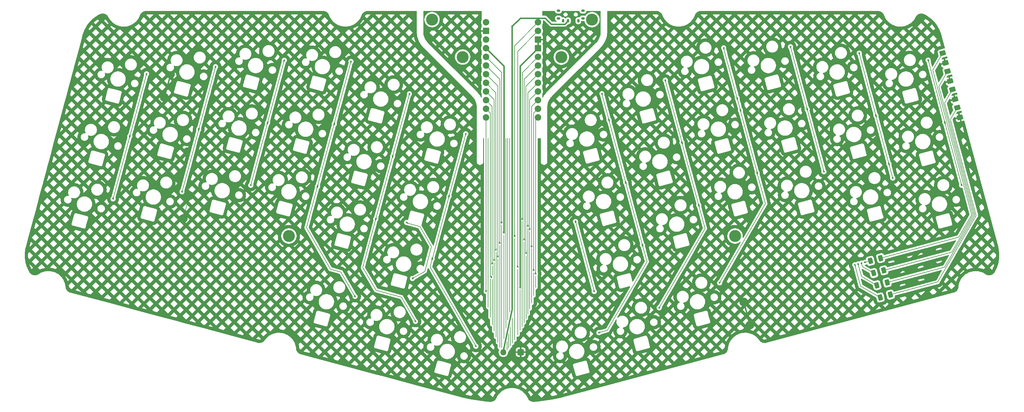
<source format=gbr>
%TF.GenerationSoftware,KiCad,Pcbnew,9.0.4*%
%TF.CreationDate,2025-08-24T22:07:02+03:00*%
%TF.ProjectId,MOKETA,4d4f4b45-5441-42e6-9b69-6361645f7063,rev?*%
%TF.SameCoordinates,Original*%
%TF.FileFunction,Copper,L1,Top*%
%TF.FilePolarity,Positive*%
%FSLAX46Y46*%
G04 Gerber Fmt 4.6, Leading zero omitted, Abs format (unit mm)*
G04 Created by KiCad (PCBNEW 9.0.4) date 2025-08-24 22:07:02*
%MOMM*%
%LPD*%
G01*
G04 APERTURE LIST*
G04 Aperture macros list*
%AMRoundRect*
0 Rectangle with rounded corners*
0 $1 Rounding radius*
0 $2 $3 $4 $5 $6 $7 $8 $9 X,Y pos of 4 corners*
0 Add a 4 corners polygon primitive as box body*
4,1,4,$2,$3,$4,$5,$6,$7,$8,$9,$2,$3,0*
0 Add four circle primitives for the rounded corners*
1,1,$1+$1,$2,$3*
1,1,$1+$1,$4,$5*
1,1,$1+$1,$6,$7*
1,1,$1+$1,$8,$9*
0 Add four rect primitives between the rounded corners*
20,1,$1+$1,$2,$3,$4,$5,0*
20,1,$1+$1,$4,$5,$6,$7,0*
20,1,$1+$1,$6,$7,$8,$9,0*
20,1,$1+$1,$8,$9,$2,$3,0*%
G04 Aperture macros list end*
%TA.AperFunction,Conductor*%
%ADD10C,0.400000*%
%TD*%
%TA.AperFunction,Conductor*%
%ADD11C,0.200000*%
%TD*%
%TA.AperFunction,ComponentPad*%
%ADD12O,1.900000X1.900000*%
%TD*%
%TA.AperFunction,ComponentPad*%
%ADD13RoundRect,0.250000X-0.700000X-0.700000X0.700000X-0.700000X0.700000X0.700000X-0.700000X0.700000X0*%
%TD*%
%TA.AperFunction,ComponentPad*%
%ADD14C,3.500000*%
%TD*%
%TA.AperFunction,SMDPad,CuDef*%
%ADD15RoundRect,0.200000X0.784645X-0.320334X0.519355X0.669740X-0.784645X0.320334X-0.519355X-0.669740X0*%
%TD*%
%TA.AperFunction,SMDPad,CuDef*%
%ADD16RoundRect,0.200000X-0.259964X-0.768469X0.609369X-0.535531X0.259964X0.768469X-0.609369X0.535531X0*%
%TD*%
%TA.AperFunction,SMDPad,CuDef*%
%ADD17RoundRect,0.200000X-0.300000X-0.100000X0.300000X-0.100000X0.300000X0.100000X-0.300000X0.100000X0*%
%TD*%
%TA.AperFunction,SMDPad,CuDef*%
%ADD18RoundRect,0.200000X0.100000X-0.300000X0.100000X0.300000X-0.100000X0.300000X-0.100000X-0.300000X0*%
%TD*%
%TA.AperFunction,ComponentPad*%
%ADD19O,1.800000X1.800000*%
%TD*%
%TA.AperFunction,ComponentPad*%
%ADD20RoundRect,0.250000X0.650000X-0.650000X0.650000X0.650000X-0.650000X0.650000X-0.650000X-0.650000X0*%
%TD*%
%TA.AperFunction,ViaPad*%
%ADD21C,0.500000*%
%TD*%
%TA.AperFunction,ViaPad*%
%ADD22C,0.600000*%
%TD*%
G04 APERTURE END LIST*
D10*
%TO.N,GND*%
X194300000Y-98197847D02*
X194300000Y-98197847D01*
%TO.N,Net-(J1-BAT+)*%
X200560000Y-192270000D02*
X203200000Y-179850000D01*
%TO.N,GND*%
X106184001Y-140376602D02*
X107995733Y-133615120D01*
X272991601Y-184495864D02*
X271179867Y-177734383D01*
X194300000Y-98197847D02*
X193760000Y-98197847D01*
X194300000Y-98197847D02*
X194300000Y-98197847D01*
X210828193Y-100737848D02*
X212828193Y-100737846D01*
X195588193Y-98197847D02*
X194300000Y-98197847D01*
X210828194Y-103277846D02*
X210828193Y-100737848D01*
X195588193Y-98197847D02*
X195588193Y-98197847D01*
X327435733Y-119015123D02*
X326252934Y-114600841D01*
X193760000Y-98197847D02*
X193588193Y-98197847D01*
X101189866Y-117645860D02*
X103001599Y-110884379D01*
D11*
X106745733Y-153265120D02*
X108557465Y-146503639D01*
%TD*%
D12*
%TO.P,U1,1,TX0/D3*%
%TO.N,LEDS*%
X210828193Y-95657847D03*
%TO.P,U1,2,RX1/D2*%
%TO.N,LED1*%
X210828193Y-98197847D03*
D13*
%TO.P,U1,3,GND*%
%TO.N,GND*%
X210828193Y-100737847D03*
%TO.P,U1,4,GND*%
X210828193Y-103277847D03*
D12*
%TO.P,U1,5,2/D1/SDA*%
%TO.N,R0*%
X210828193Y-105817847D03*
%TO.P,U1,6,3/D0/SCL*%
%TO.N,R2*%
X210828193Y-108357847D03*
%TO.P,U1,7,4/D4*%
%TO.N,R4*%
X210828193Y-110897847D03*
%TO.P,U1,8,5/C6*%
%TO.N,C0*%
X210828193Y-113437847D03*
%TO.P,U1,9,6/D7*%
%TO.N,C1*%
X210828193Y-115977847D03*
%TO.P,U1,10,7/E6*%
%TO.N,C2*%
X210828193Y-118517847D03*
%TO.P,U1,11,8/B4*%
%TO.N,LED2*%
X210828193Y-121057847D03*
%TO.P,U1,12,9/B5*%
%TO.N,LED3*%
X210828193Y-123597847D03*
%TO.P,U1,13,B6/10*%
%TO.N,R6*%
X195588193Y-123597847D03*
%TO.P,U1,14,B2/16*%
%TO.N,LED4*%
X195588193Y-121057847D03*
%TO.P,U1,15,B3/14*%
%TO.N,C5*%
X195588193Y-118517847D03*
%TO.P,U1,16,B1/15*%
%TO.N,C4*%
X195588193Y-115977847D03*
%TO.P,U1,17,F7/A0*%
%TO.N,C3*%
X195588193Y-113437847D03*
%TO.P,U1,18,F6/A1*%
%TO.N,R5*%
X195588193Y-110897847D03*
%TO.P,U1,19,F5/A2*%
%TO.N,R3*%
X195588193Y-108357847D03*
%TO.P,U1,20,F4/A3*%
%TO.N,R1*%
X195588193Y-105817847D03*
%TO.P,U1,21,VCC*%
%TO.N,VCC*%
X195588193Y-103277847D03*
%TO.P,U1,22,RST*%
%TO.N,RST*%
X195588193Y-100737847D03*
D13*
%TO.P,U1,23,GND*%
%TO.N,GND*%
X195588193Y-98197847D03*
D12*
%TO.P,U1,24,RAW*%
%TO.N,VBUS*%
X195588193Y-95657847D03*
%TD*%
D14*
%TO.P,MH,*%
%TO.N,*%
X179721380Y-94865123D03*
%TD*%
D15*
%TO.P,D45,1,K*%
%TO.N,GND*%
X333167737Y-118227128D03*
%TO.P,D45,2,A*%
%TO.N,Net-(D45-A)*%
X332397751Y-115353498D03*
%TD*%
D16*
%TO.P,R2,1*%
%TO.N,LED2*%
X309287473Y-169242239D03*
%TO.P,R2,2*%
%TO.N,Net-(D44-A)*%
X312281843Y-168439899D03*
%TD*%
D14*
%TO.P,MH,*%
%TO.N,*%
X268622596Y-158376602D03*
%TD*%
D17*
%TO.P,SW44,*%
%TO.N,*%
X216795730Y-92272125D03*
X216795730Y-94508125D03*
X223995730Y-92272125D03*
X223995730Y-94508125D03*
D18*
%TO.P,SW44,1,A*%
%TO.N,VBUS*%
X222645730Y-95215125D03*
%TO.P,SW44,2,B*%
%TO.N,Net-(J1-BAT+)*%
X219645730Y-95215125D03*
%TO.P,SW44,3,C*%
%TO.N,unconnected-(SW44-C-Pad3)*%
X218145730Y-95215125D03*
%TD*%
D15*
%TO.P,D46,1,K*%
%TO.N,GND*%
X334591239Y-123539717D03*
%TO.P,D46,2,A*%
%TO.N,Net-(D46-A)*%
X333821253Y-120666087D03*
%TD*%
D14*
%TO.P,MH,*%
%TO.N,*%
X188721372Y-105849998D03*
%TD*%
D16*
%TO.P,R4,1*%
%TO.N,LED4*%
X311202733Y-176390091D03*
%TO.P,R4,2*%
%TO.N,Net-(D46-A)*%
X314197103Y-175587751D03*
%TD*%
D14*
%TO.P,MH,*%
%TO.N,*%
X137748870Y-158376599D03*
%TD*%
D15*
%TO.P,D44,1,K*%
%TO.N,GND*%
X331744232Y-112914534D03*
%TO.P,D44,2,A*%
%TO.N,Net-(D44-A)*%
X330974246Y-110040904D03*
%TD*%
D16*
%TO.P,R3,1*%
%TO.N,LED3*%
X310245103Y-172816168D03*
%TO.P,R3,2*%
%TO.N,Net-(D45-A)*%
X313239473Y-172013828D03*
%TD*%
D14*
%TO.P,MH,*%
%TO.N,*%
X226670082Y-94865120D03*
%TD*%
D19*
%TO.P,J1,1,BAT+*%
%TO.N,Net-(J1-BAT+)*%
X200655733Y-192450000D03*
D20*
%TO.P,J1,2,BAT-*%
%TO.N,GND*%
X205735733Y-192450000D03*
%TD*%
D16*
%TO.P,R1,1*%
%TO.N,LED1*%
X308329842Y-165668317D03*
%TO.P,R1,2*%
%TO.N,Net-(D43-A)*%
X311324212Y-164865977D03*
%TD*%
D15*
%TO.P,D43,1,K*%
%TO.N,GND*%
X330320727Y-107601943D03*
%TO.P,D43,2,A*%
%TO.N,Net-(D43-A)*%
X329550741Y-104728313D03*
%TD*%
D14*
%TO.P,MH,*%
%TO.N,*%
X217670090Y-105880245D03*
%TD*%
D21*
%TO.N,Net-(J1-BAT+)*%
X203200000Y-96850000D03*
%TO.N,GND*%
X326252934Y-114600841D03*
X106745733Y-153265120D03*
X107995733Y-133615120D03*
X334206246Y-122102902D03*
X332782744Y-116790313D03*
X331359239Y-111477719D03*
X272991601Y-184495864D03*
X271179867Y-177734383D03*
X103001599Y-110884379D03*
X101189866Y-117645860D03*
X108557465Y-146503639D03*
X106184001Y-140376602D03*
X329935734Y-106165128D03*
X205600000Y-173500000D03*
X327435733Y-119015123D03*
%TO.N,Net-(LED18-DOUT)*%
X172285522Y-154391626D03*
X173985730Y-170842212D03*
%TO.N,Net-(LED19-DIN)*%
X227322137Y-174667321D03*
X221809293Y-154093102D03*
D22*
%TO.N,VBUS*%
X222645730Y-95215125D03*
D21*
%TO.N,R0*%
X206199000Y-153465127D03*
%TO.N,R1*%
X200150000Y-154465123D03*
%TO.N,R2*%
X206749000Y-159465127D03*
%TO.N,R3*%
X199600000Y-160465122D03*
%TO.N,R4*%
X207300000Y-163465126D03*
%TO.N,R5*%
X199050000Y-164465125D03*
%TO.N,R6*%
X195605429Y-174605429D03*
%TO.N,C0*%
X236556842Y-142712182D03*
X228688656Y-186730764D03*
X231649280Y-124369592D03*
X86156244Y-147458605D03*
X91073808Y-129106010D03*
X241484403Y-161074775D03*
X207850000Y-155465126D03*
X229570519Y-116584831D03*
X95991373Y-110753418D03*
%TO.N,LEDS*%
X203950000Y-158465124D03*
%TO.N,LED1*%
X306692323Y-166107084D03*
X204850000Y-167465124D03*
%TO.N,C5*%
X325273492Y-106755429D03*
X330201058Y-125118018D03*
X189625579Y-128357588D03*
X197389194Y-166465127D03*
X179790462Y-165062768D03*
X335098618Y-143470604D03*
X184708021Y-146710180D03*
X192586206Y-190718757D03*
%TO.N,LED3*%
X304740188Y-166549021D03*
X210100000Y-169465125D03*
%TO.N,LED2*%
X209550000Y-168465125D03*
X305706113Y-166290202D03*
%TO.N,C3*%
X155974465Y-107124533D03*
X289782526Y-121169377D03*
X146139343Y-143829719D03*
X294700093Y-139521971D03*
X157159590Y-176111959D03*
X198489194Y-162465127D03*
X284874964Y-102806794D03*
X151056902Y-125477128D03*
%TO.N,C2*%
X275115522Y-139841726D03*
X265300394Y-103136542D03*
X131472341Y-125157371D03*
X264095271Y-172123968D03*
X269267926Y-117970889D03*
X136389902Y-106804781D03*
X270207956Y-121479130D03*
X126554772Y-143509962D03*
X208950000Y-161465122D03*
%TO.N,VCC*%
X200800000Y-157465126D03*
%TO.N,LED4*%
X303774262Y-166807841D03*
X197195731Y-170465126D03*
%TO.N,C4*%
X313771278Y-137238922D03*
X197939194Y-165465126D03*
X174872895Y-183415354D03*
X309967208Y-123051937D03*
X168177516Y-134992494D03*
X173095081Y-116639905D03*
X314884767Y-141394530D03*
X305059639Y-104699346D03*
X163259955Y-153345087D03*
%TO.N,C1*%
X257994910Y-149357096D03*
X253077347Y-131004503D03*
X246391961Y-179437370D03*
X111297661Y-127039928D03*
X116215221Y-108687337D03*
X106380097Y-145392520D03*
X208400000Y-156465127D03*
X248179783Y-112651910D03*
%TD*%
D11*
%TO.N,*%
X202200000Y-187050000D02*
X202200000Y-191250000D01*
X208400000Y-157050000D02*
X208400000Y-179700000D01*
X207300000Y-164100000D02*
X207300000Y-182550000D01*
X202500000Y-129700000D02*
X202500000Y-180650000D01*
X206200000Y-154050000D02*
X206198000Y-154052000D01*
X204850000Y-168100000D02*
X204850000Y-187350000D01*
X210100000Y-170100000D02*
X210100000Y-173450000D01*
X196200000Y-179250000D02*
X196200000Y-129700000D01*
X203950000Y-159050000D02*
X203950000Y-188800000D01*
X207850000Y-156050000D02*
X207850000Y-181200000D01*
X200800000Y-158100000D02*
X200800000Y-188450000D01*
X199600000Y-161100000D02*
X199600000Y-191050000D01*
X202700000Y-185000000D02*
X202700000Y-190600000D01*
X198500000Y-163050000D02*
X198500000Y-188000000D01*
X206198000Y-154052000D02*
X206198000Y-184898000D01*
X197400000Y-171050000D02*
X197400000Y-184350000D01*
X205600000Y-174150000D02*
X205600000Y-186000000D01*
X208950000Y-162050000D02*
X208950000Y-178050000D01*
X197950000Y-166100000D02*
X197950000Y-186250000D01*
X201950000Y-129700000D02*
X201950000Y-182900000D01*
X201750000Y-189350000D02*
X201750000Y-191850000D01*
X203300000Y-182450000D02*
X203300000Y-189750000D01*
X209550000Y-169100000D02*
X209550000Y-175850000D01*
X201450000Y-185400000D02*
X201450000Y-129700000D01*
X197400000Y-167100000D02*
X197400000Y-169850000D01*
X196850000Y-170900000D02*
X196850000Y-182200000D01*
X200150000Y-155050000D02*
X200150000Y-191050000D01*
X206750000Y-160050000D02*
X206750000Y-183750000D01*
X199050000Y-165050000D02*
X199050000Y-189550000D01*
D10*
%TO.N,Net-(J1-BAT+)*%
X218660855Y-96200000D02*
X219645730Y-95215125D01*
X203200000Y-96850000D02*
X205643153Y-94406847D01*
X214700000Y-96200000D02*
X218660855Y-96200000D01*
X203200000Y-96850000D02*
X203200000Y-179905729D01*
X205643153Y-94406847D02*
X212906847Y-94406847D01*
X212906847Y-94406847D02*
X214700000Y-96200000D01*
D11*
%TO.N,GND*%
X331744231Y-112914534D02*
X331359239Y-111477719D01*
X329935734Y-106165128D02*
X329935733Y-106165126D01*
D10*
X205600000Y-153786781D02*
X205548000Y-153734781D01*
X205600000Y-173500000D02*
X205600000Y-153786781D01*
D11*
X333167736Y-118227126D02*
X332782744Y-116790313D01*
D10*
X205600000Y-153143473D02*
X205599999Y-108506040D01*
X205599999Y-108506040D02*
X210828193Y-103277847D01*
D11*
X334591242Y-123539719D02*
X334206246Y-122102902D01*
D10*
X205548000Y-153195473D02*
X205600000Y-153143473D01*
X205548000Y-153734781D02*
X205548000Y-153195473D01*
D11*
X329935733Y-106165126D02*
X330320725Y-107601938D01*
%TO.N,Net-(D43-A)*%
X338050447Y-152175880D02*
X326672642Y-109713325D01*
X334274192Y-158716547D02*
X338050447Y-152175880D01*
X311324213Y-164865974D02*
X334274192Y-158716547D01*
X326672642Y-109713325D02*
X329550742Y-104728312D01*
%TO.N,Net-(LED18-DOUT)*%
X179552814Y-161463508D02*
X177598725Y-168756251D01*
X172396461Y-154583781D02*
X176163573Y-155593173D01*
X176163573Y-155593173D02*
X179552814Y-161463508D01*
X172285522Y-154391626D02*
X172396461Y-154583781D01*
X177598725Y-168756251D02*
X173985730Y-170842212D01*
%TO.N,Net-(LED19-DIN)*%
X227322137Y-174667321D02*
X221809293Y-154093102D01*
%TO.N,Net-(D44-A)*%
X338480773Y-152232534D02*
X328379696Y-114534798D01*
X332205673Y-163101327D02*
X338480773Y-152232534D01*
X328379696Y-114534798D02*
X330974247Y-110040900D01*
X312281838Y-168439903D02*
X332205673Y-163101327D01*
%TO.N,Net-(D45-A)*%
X330086750Y-119356268D02*
X332397751Y-115353493D01*
X338911100Y-152289189D02*
X330086750Y-119356268D01*
X330137154Y-167486107D02*
X338911100Y-152289189D01*
X313239473Y-172013825D02*
X330137154Y-167486107D01*
%TO.N,Net-(D46-A)*%
X331793804Y-124177733D02*
X333821256Y-120666085D01*
X314197104Y-175587752D02*
X328068637Y-171870886D01*
X328068637Y-171870886D02*
X339341427Y-152345839D01*
X339341427Y-152345839D02*
X331793804Y-124177733D01*
%TO.N,R0*%
X206200000Y-153464127D02*
X206199000Y-153465127D01*
X206200000Y-110446040D02*
X206200000Y-153464127D01*
X210828193Y-105817847D02*
X206200000Y-110446040D01*
%TO.N,R1*%
X195588193Y-105817847D02*
X200150000Y-110379654D01*
X200150000Y-110379654D02*
X200150000Y-154465123D01*
%TO.N,R2*%
X210828193Y-108357846D02*
X206749000Y-112437039D01*
X206749000Y-112437039D02*
X206749000Y-159465127D01*
%TO.N,R3*%
X195588193Y-108357847D02*
X199600000Y-112369653D01*
X199600000Y-112369653D02*
X199600000Y-160465122D01*
X195575734Y-108370307D02*
X195588192Y-108357847D01*
%TO.N,R4*%
X207300000Y-162650000D02*
X207300000Y-163465126D01*
X207299000Y-162649001D02*
X207300000Y-162650000D01*
X210828193Y-110897847D02*
X207299000Y-114427040D01*
X207299000Y-114427040D02*
X207299000Y-162649001D01*
%TO.N,R5*%
X195588193Y-110897847D02*
X199050000Y-114359654D01*
X199050000Y-114359654D02*
X199050000Y-164465125D01*
%TO.N,R6*%
X195605429Y-174605429D02*
X195605429Y-123615082D01*
X195605429Y-123615082D02*
X195588194Y-123597847D01*
%TO.N,C0*%
X95991373Y-110753418D02*
X91073811Y-129106006D01*
X229570519Y-116584831D02*
X229565626Y-116593303D01*
X231131169Y-186076293D02*
X242778154Y-165903120D01*
X241484403Y-161074775D02*
X236565501Y-142717185D01*
X91073808Y-129106010D02*
X86156244Y-147458605D01*
X91073811Y-129106006D02*
X91073808Y-129106010D01*
X231644281Y-124378253D02*
X231649280Y-124369592D01*
X207850000Y-116416040D02*
X207850000Y-155465126D01*
X242778154Y-165903120D02*
X241484403Y-161074775D01*
X229565626Y-116593303D02*
X231649280Y-124369592D01*
X236556842Y-142712182D02*
X231644281Y-124378253D01*
X210828193Y-113437848D02*
X207850000Y-116416040D01*
X228688656Y-186730764D02*
X231131169Y-186076293D01*
X236565501Y-142717185D02*
X236556842Y-142712182D01*
%TO.N,LEDS*%
X203950000Y-102536038D02*
X203950000Y-158465124D01*
X210828191Y-95657847D02*
X203950000Y-102536038D01*
%TO.N,LED1*%
X306692323Y-166107084D02*
X308329843Y-165668312D01*
X204850000Y-167465124D02*
X204850000Y-104176040D01*
X204850000Y-104176040D02*
X210828193Y-98197847D01*
%TO.N,C5*%
X189625579Y-128357588D02*
X184708021Y-146710180D01*
X195588193Y-118517848D02*
X197389194Y-120318849D01*
X325273492Y-106755429D02*
X330192401Y-125113022D01*
X179790462Y-165062768D02*
X179151179Y-167448606D01*
X335112281Y-143446946D02*
X335098618Y-143470604D01*
X179151179Y-167448606D02*
X192586206Y-190718757D01*
X330192401Y-125113022D02*
X330201058Y-125118018D01*
X330201058Y-125118018D02*
X335112281Y-143446946D01*
X184708021Y-146710180D02*
X179790462Y-165062768D01*
X197389194Y-120318849D02*
X197389194Y-166465127D01*
%TO.N,LED3*%
X305719320Y-170203206D02*
X304740188Y-166549021D01*
X310245103Y-172816164D02*
X305719320Y-170203206D01*
X210100000Y-124326040D02*
X210828193Y-123597847D01*
X210100000Y-169465125D02*
X210100000Y-124326040D01*
%TO.N,LED2*%
X309287472Y-169242242D02*
X305986439Y-167336386D01*
X209550000Y-168465125D02*
X209550000Y-122336040D01*
X305986439Y-167336386D02*
X305706113Y-166290202D01*
X209550000Y-122336040D02*
X210828193Y-121057847D01*
%TO.N,C3*%
X149920063Y-168120833D02*
X142892198Y-155948227D01*
X195588193Y-113437847D02*
X198489194Y-116338848D01*
X198489194Y-116338848D02*
X198489194Y-162465127D01*
X289782526Y-121169377D02*
X294700093Y-139521971D01*
X142892198Y-155948227D02*
X146139343Y-143829719D01*
X146139343Y-143829719D02*
X151056906Y-125477128D01*
X157159590Y-176111959D02*
X153026477Y-168953189D01*
X153026477Y-168953189D02*
X149920063Y-168120833D01*
X151056906Y-125477128D02*
X151056902Y-125477128D01*
X289791188Y-121154384D02*
X289782526Y-121169377D01*
X151056902Y-125477128D02*
X155974465Y-107124533D01*
X284874964Y-102806794D02*
X289791188Y-121154384D01*
%TO.N,C2*%
X275115522Y-139841726D02*
X275048417Y-139591291D01*
X208950000Y-120396040D02*
X208950000Y-161465122D01*
X277530303Y-148853813D02*
X275115522Y-139841726D01*
X131472341Y-125157371D02*
X126554772Y-143509962D01*
X275048417Y-139591291D02*
X270199294Y-121494138D01*
X264095271Y-172123968D02*
X277530303Y-148853813D01*
X210828193Y-118517847D02*
X208950000Y-120396040D01*
X136389902Y-106804781D02*
X131472341Y-125157371D01*
X269267926Y-117970889D02*
X270207956Y-121479130D01*
X269267926Y-117970889D02*
X265295399Y-103145206D01*
X265295399Y-103145206D02*
X265300394Y-103136542D01*
X270199294Y-121494138D02*
X270207956Y-121479130D01*
D10*
%TO.N,VCC*%
X200800000Y-157465126D02*
X200800000Y-108489652D01*
X200800000Y-108489652D02*
X195588194Y-103277847D01*
D11*
%TO.N,LED4*%
X196839194Y-170108589D02*
X196839194Y-122308848D01*
X311202734Y-176390090D02*
X305452210Y-173070029D01*
X305452210Y-173070029D02*
X303774262Y-166807841D01*
X197195731Y-170465126D02*
X196839194Y-170108589D01*
X196839194Y-122308848D02*
X195588193Y-121057847D01*
%TO.N,C4*%
X170760996Y-176293334D02*
X163278936Y-174288526D01*
X309970375Y-123053764D02*
X309967208Y-123051937D01*
X159433059Y-167627266D02*
X163259955Y-153345087D01*
X168177516Y-134992494D02*
X163259955Y-153345085D01*
X313771278Y-137238922D02*
X314884767Y-141394530D01*
X309967208Y-123051937D02*
X305052808Y-104711177D01*
X174872895Y-183415354D02*
X170760996Y-176293334D01*
X163259955Y-153345085D02*
X163259955Y-153345087D01*
X163278936Y-174288526D02*
X159433059Y-167627266D01*
X305052808Y-104711177D02*
X305059639Y-104699346D01*
X173095081Y-116639905D02*
X168177516Y-134992494D01*
X195588193Y-115977846D02*
X197939194Y-118328847D01*
X197939194Y-118328847D02*
X197939194Y-165465126D01*
X313771278Y-137238922D02*
X309970375Y-123053764D01*
%TO.N,C1*%
X210828192Y-115977847D02*
X208400000Y-118406039D01*
X253091004Y-130980842D02*
X253077347Y-131004503D01*
X111297661Y-127039928D02*
X116215221Y-108687337D01*
X106380097Y-145392520D02*
X111297661Y-127039928D01*
X248179783Y-112651910D02*
X253091004Y-130980842D01*
X208400000Y-118406039D02*
X208400000Y-156465127D01*
X246391961Y-179437370D02*
X259821993Y-156175874D01*
X253077347Y-131004503D02*
X257994905Y-149357091D01*
X257994905Y-149357091D02*
X257994910Y-149357096D01*
X259821993Y-156175874D02*
X257994910Y-149357096D01*
%TD*%
%TA.AperFunction,Conductor*%
%TO.N,GND*%
G36*
X310513835Y-92312243D02*
G01*
X310568911Y-92312242D01*
X310577380Y-92312532D01*
X310596780Y-92313860D01*
X310816854Y-92328927D01*
X310833623Y-92331234D01*
X311064477Y-92379267D01*
X311080791Y-92383845D01*
X311237518Y-92439622D01*
X311302898Y-92462890D01*
X311302921Y-92462898D01*
X311318458Y-92469656D01*
X311527742Y-92578264D01*
X311527746Y-92578266D01*
X311542216Y-92587080D01*
X311635625Y-92653129D01*
X311734730Y-92723205D01*
X311747866Y-92733911D01*
X311863769Y-92842374D01*
X311920024Y-92895017D01*
X311931576Y-92907413D01*
X311998507Y-92989881D01*
X312080163Y-93090493D01*
X312089918Y-93104351D01*
X312212146Y-93305970D01*
X312219921Y-93321028D01*
X312219928Y-93321044D01*
X312312852Y-93535891D01*
X312314740Y-93540255D01*
X312317845Y-93548170D01*
X312329919Y-93582347D01*
X312383233Y-93733268D01*
X312389854Y-93752009D01*
X312571302Y-94151222D01*
X312571317Y-94151253D01*
X312571324Y-94151266D01*
X312786679Y-94533235D01*
X312786687Y-94533248D01*
X313034360Y-94895151D01*
X313254534Y-95163597D01*
X313312464Y-95234227D01*
X313618909Y-95547925D01*
X313951387Y-95833885D01*
X313951390Y-95833887D01*
X313951391Y-95833888D01*
X313951399Y-95833894D01*
X314307398Y-96089954D01*
X314307408Y-96089960D01*
X314684248Y-96314197D01*
X314684251Y-96314198D01*
X314684262Y-96314205D01*
X315079142Y-96504952D01*
X315336707Y-96602848D01*
X315489062Y-96660756D01*
X315489064Y-96660756D01*
X315489068Y-96660758D01*
X315910955Y-96780451D01*
X315910964Y-96780452D01*
X315910969Y-96780454D01*
X316000402Y-96797623D01*
X316341627Y-96863131D01*
X316575751Y-96887306D01*
X316777831Y-96908174D01*
X316777838Y-96908174D01*
X316777845Y-96908175D01*
X317216325Y-96915244D01*
X317653768Y-96884285D01*
X318086882Y-96815532D01*
X318512408Y-96709500D01*
X318927144Y-96566989D01*
X319327968Y-96389071D01*
X319711864Y-96177085D01*
X320075944Y-95932625D01*
X320417468Y-95657532D01*
X320685738Y-95400065D01*
X320733856Y-95353885D01*
X320733859Y-95353881D01*
X320733866Y-95353875D01*
X320893044Y-95172081D01*
X323947861Y-95172081D01*
X325009936Y-96234156D01*
X325697727Y-95546365D01*
X325401311Y-95284287D01*
X324986170Y-94960485D01*
X324551908Y-94662860D01*
X324492583Y-94627359D01*
X323947861Y-95172081D01*
X320893044Y-95172081D01*
X321022756Y-95023940D01*
X321281966Y-94670210D01*
X321509544Y-94295346D01*
X321604818Y-94102362D01*
X321608620Y-94095257D01*
X321722668Y-93897809D01*
X321731593Y-93884444D01*
X321867807Y-93706633D01*
X321878382Y-93694543D01*
X322036471Y-93535887D01*
X322048545Y-93525250D01*
X322225852Y-93388409D01*
X322239192Y-93379432D01*
X322432736Y-93266712D01*
X322447123Y-93259540D01*
X322653637Y-93172840D01*
X322668828Y-93167593D01*
X322884845Y-93108373D01*
X322900591Y-93105139D01*
X323122446Y-93074401D01*
X323138488Y-93073233D01*
X323362450Y-93071493D01*
X323378501Y-93072412D01*
X323600808Y-93099700D01*
X323616609Y-93102691D01*
X323833499Y-93158544D01*
X323848780Y-93163556D01*
X323993155Y-93221548D01*
X324058363Y-93247740D01*
X324069149Y-93252685D01*
X324582847Y-93518604D01*
X324589497Y-93522310D01*
X325087477Y-93820309D01*
X325093895Y-93824423D01*
X325124857Y-93845643D01*
X325572598Y-94152506D01*
X325578728Y-94156991D01*
X326036341Y-94513920D01*
X326042189Y-94518778D01*
X326437479Y-94868277D01*
X326476952Y-94903177D01*
X326482514Y-94908408D01*
X326892788Y-95318827D01*
X326898017Y-95324390D01*
X327282266Y-95759292D01*
X327287142Y-95765167D01*
X327643876Y-96222862D01*
X327648382Y-96229025D01*
X327976286Y-96707827D01*
X327980404Y-96714256D01*
X328278223Y-97212331D01*
X328281937Y-97219001D01*
X328548531Y-97734448D01*
X328551828Y-97741334D01*
X328786200Y-98272218D01*
X328789067Y-98279294D01*
X328990324Y-98823599D01*
X328992747Y-98830831D01*
X329144923Y-99336022D01*
X329160602Y-99388070D01*
X329161644Y-99391732D01*
X329458683Y-100500295D01*
X330182336Y-103201006D01*
X330180673Y-103270856D01*
X330141511Y-103328719D01*
X330077282Y-103356223D01*
X330057569Y-103356999D01*
X330013323Y-103355216D01*
X330013320Y-103355216D01*
X329943483Y-103367288D01*
X329943474Y-103367290D01*
X328530109Y-103745999D01*
X328530098Y-103746003D01*
X328463590Y-103770464D01*
X328319817Y-103861379D01*
X328319814Y-103861381D01*
X328201972Y-103984068D01*
X328201970Y-103984071D01*
X328116918Y-104131386D01*
X328116916Y-104131392D01*
X328069590Y-104294780D01*
X328069588Y-104294789D01*
X328062739Y-104464752D01*
X328062739Y-104464754D01*
X328074811Y-104534591D01*
X328074813Y-104534600D01*
X328345023Y-105543038D01*
X328343360Y-105612887D01*
X328332635Y-105637131D01*
X326612838Y-108615906D01*
X326562271Y-108664122D01*
X326493664Y-108677345D01*
X326428799Y-108651377D01*
X326388271Y-108594462D01*
X326385676Y-108586000D01*
X326382426Y-108573870D01*
X326011794Y-107190659D01*
X326007719Y-107152495D01*
X326008493Y-107136723D01*
X326020568Y-106890423D01*
X326022988Y-106841059D01*
X326023438Y-106834954D01*
X326023990Y-106829353D01*
X326023992Y-106829347D01*
X326023992Y-106681511D01*
X326023992Y-106681508D01*
X325995151Y-106536521D01*
X325995150Y-106536520D01*
X325995150Y-106536516D01*
X325986868Y-106516522D01*
X325938579Y-106399940D01*
X325938572Y-106399927D01*
X325856443Y-106277013D01*
X325856440Y-106277009D01*
X325751911Y-106172480D01*
X325751907Y-106172477D01*
X325628993Y-106090348D01*
X325628980Y-106090341D01*
X325492409Y-106033772D01*
X325492399Y-106033769D01*
X325347412Y-106004929D01*
X325347410Y-106004929D01*
X325199574Y-106004929D01*
X325199572Y-106004929D01*
X325054584Y-106033769D01*
X325054574Y-106033772D01*
X324918003Y-106090341D01*
X324917990Y-106090348D01*
X324795076Y-106172477D01*
X324795072Y-106172480D01*
X324690543Y-106277009D01*
X324690540Y-106277013D01*
X324608411Y-106399927D01*
X324608404Y-106399940D01*
X324551835Y-106536511D01*
X324551832Y-106536521D01*
X324522992Y-106681508D01*
X324522992Y-106681511D01*
X324522992Y-106829347D01*
X324522992Y-106829349D01*
X324522991Y-106829349D01*
X324551832Y-106974336D01*
X324551835Y-106974346D01*
X324606250Y-107105715D01*
X324608408Y-107110924D01*
X324627970Y-107140201D01*
X324629360Y-107142281D01*
X324638662Y-107158815D01*
X324648739Y-107180451D01*
X324836180Y-107467370D01*
X324852144Y-107503094D01*
X329457265Y-124689616D01*
X329461422Y-124725801D01*
X329451229Y-125034589D01*
X329450702Y-125042630D01*
X329450558Y-125044094D01*
X329450558Y-125044100D01*
X329450558Y-125191936D01*
X329450558Y-125191938D01*
X329450557Y-125191938D01*
X329479398Y-125336925D01*
X329479401Y-125336935D01*
X329535972Y-125473509D01*
X329535974Y-125473513D01*
X329552428Y-125498138D01*
X329556926Y-125504870D01*
X329566228Y-125521404D01*
X329576305Y-125543040D01*
X329763746Y-125829958D01*
X329779710Y-125865682D01*
X334375513Y-143017448D01*
X334379208Y-143060989D01*
X334351051Y-143364684D01*
X334349886Y-143382384D01*
X334348457Y-143393232D01*
X334348118Y-143396681D01*
X334348118Y-143396686D01*
X334348118Y-143544522D01*
X334348118Y-143544524D01*
X334348117Y-143544524D01*
X334376958Y-143689511D01*
X334376961Y-143689521D01*
X334433530Y-143826092D01*
X334433537Y-143826105D01*
X334515666Y-143949019D01*
X334515669Y-143949023D01*
X334620198Y-144053552D01*
X334620202Y-144053555D01*
X334743116Y-144135684D01*
X334743129Y-144135691D01*
X334876938Y-144191116D01*
X334879705Y-144192262D01*
X334879709Y-144192262D01*
X334879710Y-144192263D01*
X335024697Y-144221104D01*
X335024700Y-144221104D01*
X335172536Y-144221104D01*
X335177065Y-144220203D01*
X335246657Y-144226429D01*
X335301835Y-144269291D01*
X335321034Y-144309726D01*
X337392737Y-152041427D01*
X337391074Y-152111277D01*
X337380349Y-152135521D01*
X333904191Y-158156403D01*
X333853624Y-158204619D01*
X333828898Y-158214178D01*
X312399863Y-163956070D01*
X312330013Y-163954407D01*
X312272150Y-163915245D01*
X312247992Y-163868380D01*
X312246154Y-163861520D01*
X312246147Y-163861498D01*
X312221695Y-163795014D01*
X312221693Y-163795010D01*
X312221691Y-163795004D01*
X312130772Y-163651226D01*
X312008086Y-163533385D01*
X311979363Y-163516802D01*
X311860767Y-163448331D01*
X311860766Y-163448330D01*
X311860765Y-163448330D01*
X311786029Y-163426682D01*
X311697371Y-163401001D01*
X311697366Y-163401000D01*
X311527402Y-163394151D01*
X311527400Y-163394151D01*
X311457563Y-163406223D01*
X311457559Y-163406224D01*
X310478850Y-163668468D01*
X310478844Y-163668470D01*
X310412336Y-163692931D01*
X310268563Y-163783846D01*
X310268560Y-163783848D01*
X310150720Y-163906533D01*
X310150717Y-163906537D01*
X310065665Y-164053853D01*
X310018335Y-164217249D01*
X310018334Y-164217254D01*
X310011485Y-164387218D01*
X310011485Y-164387222D01*
X310014326Y-164403654D01*
X310023158Y-164454750D01*
X310023557Y-164457055D01*
X310023559Y-164457067D01*
X310402268Y-165870432D01*
X310402274Y-165870450D01*
X310426728Y-165936939D01*
X310426733Y-165936950D01*
X310511554Y-166071086D01*
X310517652Y-166080728D01*
X310640338Y-166198569D01*
X310787659Y-166283624D01*
X310951055Y-166330953D01*
X310985049Y-166332322D01*
X311121021Y-166337802D01*
X311121023Y-166337802D01*
X311121024Y-166337801D01*
X311121029Y-166337802D01*
X311190864Y-166325730D01*
X312169571Y-166063486D01*
X312205073Y-166050429D01*
X313508930Y-166050429D01*
X313828960Y-166370460D01*
X315398179Y-165949989D01*
X315465409Y-165882759D01*
X315093526Y-165510876D01*
X313550456Y-165924341D01*
X313532965Y-165984728D01*
X313530666Y-165991853D01*
X313515457Y-166034533D01*
X313512731Y-166041509D01*
X313508930Y-166050429D01*
X312205073Y-166050429D01*
X312236086Y-166039023D01*
X312379864Y-165948105D01*
X312497705Y-165825419D01*
X312582760Y-165678098D01*
X312630089Y-165514702D01*
X312633018Y-165442003D01*
X312636938Y-165344735D01*
X312636938Y-165344731D01*
X312636937Y-165344730D01*
X312636938Y-165344728D01*
X312624866Y-165274892D01*
X312623024Y-165268017D01*
X312624686Y-165198167D01*
X312663847Y-165140304D01*
X312710701Y-165116148D01*
X315139069Y-164465469D01*
X318995037Y-164465469D01*
X319405735Y-164876167D01*
X320227809Y-164655894D01*
X320768710Y-164114992D01*
X322180094Y-164114992D01*
X322194123Y-164129021D01*
X323869387Y-163680135D01*
X323458690Y-163269438D01*
X322867145Y-163427941D01*
X322180094Y-164114992D01*
X320768710Y-164114992D01*
X320670302Y-164016584D01*
X318995037Y-164465469D01*
X315139069Y-164465469D01*
X323044465Y-162347225D01*
X327483395Y-162347225D01*
X327770898Y-162634728D01*
X329446162Y-162185842D01*
X329035466Y-161775146D01*
X327696774Y-162133846D01*
X327483395Y-162347225D01*
X323044465Y-162347225D01*
X333287891Y-159602508D01*
X333357738Y-159604171D01*
X333415601Y-159643333D01*
X333443105Y-159707562D01*
X333431519Y-159776464D01*
X333427369Y-159784283D01*
X331835672Y-162541183D01*
X331785105Y-162589399D01*
X331760379Y-162598958D01*
X313357496Y-167529997D01*
X313287646Y-167528334D01*
X313229783Y-167489172D01*
X313205627Y-167442314D01*
X313203787Y-167435448D01*
X313203778Y-167435420D01*
X313179326Y-167368936D01*
X313179324Y-167368932D01*
X313179322Y-167368926D01*
X313088403Y-167225148D01*
X312965717Y-167107307D01*
X312953916Y-167100494D01*
X312818398Y-167022253D01*
X312818397Y-167022252D01*
X312818396Y-167022252D01*
X312744706Y-167000907D01*
X312655002Y-166974923D01*
X312654997Y-166974922D01*
X312485033Y-166968073D01*
X312485031Y-166968073D01*
X312415194Y-166980145D01*
X312415190Y-166980146D01*
X311436481Y-167242390D01*
X311436475Y-167242392D01*
X311369967Y-167266853D01*
X311226194Y-167357768D01*
X311226191Y-167357770D01*
X311108351Y-167480455D01*
X311108348Y-167480459D01*
X311023296Y-167627775D01*
X310975966Y-167791171D01*
X310975965Y-167791176D01*
X310969116Y-167961140D01*
X310969116Y-167961144D01*
X310971736Y-167976300D01*
X310979242Y-168019723D01*
X310981188Y-168030977D01*
X310981190Y-168030989D01*
X311359899Y-169444354D01*
X311359905Y-169444372D01*
X311384359Y-169510861D01*
X311384364Y-169510872D01*
X311468313Y-169643629D01*
X311475283Y-169654650D01*
X311597969Y-169772491D01*
X311745290Y-169857546D01*
X311908686Y-169904875D01*
X311942680Y-169906244D01*
X312078652Y-169911724D01*
X312078654Y-169911724D01*
X312078655Y-169911723D01*
X312078660Y-169911724D01*
X312148495Y-169899652D01*
X313127202Y-169637408D01*
X313193717Y-169612945D01*
X313337495Y-169522027D01*
X313455336Y-169399341D01*
X313471190Y-169371880D01*
X316923207Y-169371880D01*
X318525261Y-168942611D01*
X318114564Y-168531914D01*
X317634554Y-168660532D01*
X316923207Y-169371880D01*
X313471190Y-169371880D01*
X313540391Y-169252020D01*
X313587720Y-169088624D01*
X313591773Y-168988036D01*
X313594569Y-168918657D01*
X313594569Y-168918653D01*
X313594568Y-168918652D01*
X313594569Y-168918650D01*
X313582497Y-168848814D01*
X313580657Y-168841947D01*
X313582315Y-168772101D01*
X313621474Y-168714236D01*
X313668333Y-168690075D01*
X317547983Y-167650526D01*
X322180094Y-167650526D01*
X322426772Y-167897204D01*
X324102036Y-167448318D01*
X323691340Y-167037622D01*
X322464183Y-167366437D01*
X322180094Y-167650526D01*
X317547983Y-167650526D01*
X323736884Y-165992215D01*
X327592851Y-165992215D01*
X328003548Y-166402912D01*
X329083871Y-166113441D01*
X329359984Y-165635198D01*
X329268116Y-165543330D01*
X327592851Y-165992215D01*
X323736884Y-165992215D01*
X331219373Y-163987288D01*
X331289220Y-163988951D01*
X331347083Y-164028113D01*
X331374587Y-164092342D01*
X331363001Y-164161244D01*
X331358851Y-164169063D01*
X329767154Y-166925963D01*
X329716587Y-166974179D01*
X329691861Y-166983738D01*
X314315124Y-171103921D01*
X314245274Y-171102258D01*
X314187411Y-171063096D01*
X314163253Y-171016231D01*
X314162787Y-171014493D01*
X314161415Y-171009370D01*
X314161412Y-171009363D01*
X314161408Y-171009349D01*
X314136956Y-170942865D01*
X314136954Y-170942861D01*
X314136952Y-170942855D01*
X314060599Y-170822111D01*
X314046035Y-170799080D01*
X314046033Y-170799077D01*
X313923348Y-170681237D01*
X313923344Y-170681234D01*
X313776028Y-170596182D01*
X313776027Y-170596181D01*
X313776026Y-170596181D01*
X313702322Y-170574832D01*
X313612632Y-170548852D01*
X313612627Y-170548851D01*
X313442663Y-170542002D01*
X313442661Y-170542002D01*
X313372824Y-170554074D01*
X313372820Y-170554075D01*
X312394111Y-170816319D01*
X312394105Y-170816321D01*
X312327597Y-170840782D01*
X312183824Y-170931697D01*
X312183821Y-170931699D01*
X312065981Y-171054384D01*
X312065978Y-171054388D01*
X311980926Y-171201704D01*
X311933596Y-171365100D01*
X311933595Y-171365105D01*
X311926746Y-171535069D01*
X311926746Y-171535073D01*
X311930803Y-171558542D01*
X311937686Y-171598361D01*
X311938818Y-171604906D01*
X311938820Y-171604918D01*
X312317529Y-173018283D01*
X312317535Y-173018301D01*
X312341989Y-173084790D01*
X312341994Y-173084801D01*
X312422009Y-173211337D01*
X312432913Y-173228579D01*
X312555599Y-173346420D01*
X312702920Y-173431475D01*
X312866316Y-173478804D01*
X312900310Y-173480173D01*
X313036282Y-173485653D01*
X313036284Y-173485653D01*
X313036285Y-173485652D01*
X313036290Y-173485653D01*
X313106125Y-173473581D01*
X314084832Y-173211337D01*
X314151347Y-173186874D01*
X314295125Y-173095956D01*
X314412966Y-172973270D01*
X314424191Y-172953827D01*
X316876793Y-172953827D01*
X317082647Y-173159681D01*
X318757911Y-172710795D01*
X318347213Y-172300097D01*
X317231594Y-172599026D01*
X316876793Y-172953827D01*
X314424191Y-172953827D01*
X314498021Y-172825949D01*
X314545350Y-172662553D01*
X314549571Y-172557791D01*
X314552199Y-172492586D01*
X314552199Y-172492582D01*
X314552198Y-172492581D01*
X314552199Y-172492579D01*
X314540127Y-172422743D01*
X314539379Y-172419953D01*
X314538285Y-172415868D01*
X314539947Y-172346018D01*
X314579108Y-172288155D01*
X314625962Y-172263999D01*
X318392757Y-171254690D01*
X322248724Y-171254690D01*
X322659422Y-171665388D01*
X324251514Y-171238789D01*
X324304244Y-171186060D01*
X323923989Y-170805805D01*
X322248724Y-171254690D01*
X318392757Y-171254690D01*
X329150855Y-168372068D01*
X329220702Y-168373731D01*
X329278565Y-168412893D01*
X329306069Y-168477122D01*
X329294483Y-168546024D01*
X329290333Y-168553843D01*
X327698636Y-171310743D01*
X327648069Y-171358959D01*
X327623343Y-171368518D01*
X315272755Y-174677848D01*
X315202905Y-174676185D01*
X315145042Y-174637023D01*
X315120884Y-174590157D01*
X315120811Y-174589886D01*
X315119045Y-174583293D01*
X315119038Y-174583272D01*
X315094586Y-174516788D01*
X315094584Y-174516784D01*
X315094582Y-174516778D01*
X315012210Y-174386516D01*
X315003665Y-174373003D01*
X315003663Y-174373000D01*
X314939964Y-174311817D01*
X314880977Y-174255159D01*
X314873508Y-174250847D01*
X314733658Y-174170105D01*
X314733657Y-174170104D01*
X314733656Y-174170104D01*
X314659962Y-174148758D01*
X314570262Y-174122775D01*
X314570257Y-174122774D01*
X314400293Y-174115925D01*
X314400291Y-174115925D01*
X314330454Y-174127997D01*
X314330450Y-174127998D01*
X313351741Y-174390242D01*
X313351735Y-174390244D01*
X313285227Y-174414705D01*
X313141454Y-174505620D01*
X313141451Y-174505622D01*
X313023611Y-174628307D01*
X313023608Y-174628311D01*
X312938556Y-174775627D01*
X312938555Y-174775629D01*
X312938555Y-174775630D01*
X312935417Y-174786463D01*
X312891226Y-174939023D01*
X312891225Y-174939028D01*
X312884376Y-175108992D01*
X312884376Y-175108996D01*
X312896448Y-175178829D01*
X312896450Y-175178841D01*
X313275159Y-176592206D01*
X313275165Y-176592224D01*
X313299619Y-176658713D01*
X313299624Y-176658724D01*
X313381451Y-176788125D01*
X313390543Y-176802502D01*
X313513229Y-176920343D01*
X313660550Y-177005398D01*
X313823946Y-177052727D01*
X313857940Y-177054096D01*
X313993912Y-177059576D01*
X313993914Y-177059576D01*
X313993915Y-177059575D01*
X313993920Y-177059576D01*
X314063755Y-177047504D01*
X315042462Y-176785260D01*
X315108977Y-176760797D01*
X315252755Y-176669879D01*
X315370596Y-176547193D01*
X315387931Y-176517167D01*
X316904599Y-176517167D01*
X317938869Y-177551437D01*
X319000944Y-176489362D01*
X320412328Y-176489362D01*
X320996962Y-177073996D01*
X322301352Y-176724487D01*
X322536477Y-176489361D01*
X321474403Y-175427287D01*
X320412328Y-176489362D01*
X319000944Y-176489362D01*
X318579864Y-176068282D01*
X316904599Y-176517167D01*
X315387931Y-176517167D01*
X315455651Y-176399872D01*
X315502980Y-176236476D01*
X315506149Y-176157834D01*
X315509829Y-176066509D01*
X315509829Y-176066505D01*
X315509828Y-176066504D01*
X315509829Y-176066502D01*
X315497757Y-175996666D01*
X315495916Y-175989795D01*
X315497577Y-175919946D01*
X315536739Y-175862082D01*
X315583593Y-175837926D01*
X318625404Y-175022875D01*
X322481375Y-175022875D01*
X323242170Y-175783670D01*
X324304245Y-174721595D01*
X324304244Y-174721594D01*
X325715628Y-174721594D01*
X326573738Y-175579704D01*
X327130980Y-175430392D01*
X327839777Y-174721595D01*
X329251163Y-174721595D01*
X329362126Y-174832558D01*
X331037390Y-174383672D01*
X330313238Y-173659520D01*
X329251163Y-174721595D01*
X327839777Y-174721595D01*
X327839778Y-174721594D01*
X326945027Y-173826843D01*
X326487890Y-173949332D01*
X325715628Y-174721594D01*
X324304244Y-174721594D01*
X324156639Y-174573989D01*
X322481375Y-175022875D01*
X318625404Y-175022875D01*
X324202180Y-173528582D01*
X328058150Y-173528582D01*
X328545471Y-174015903D01*
X329607546Y-172953828D01*
X331018930Y-172953828D01*
X332081005Y-174015903D01*
X333143080Y-172953828D01*
X332081005Y-171891753D01*
X331018930Y-172953828D01*
X329607546Y-172953828D01*
X329405716Y-172751998D01*
X329397109Y-172766907D01*
X329392822Y-172773801D01*
X329365537Y-172814634D01*
X329360811Y-172821228D01*
X329321023Y-172873080D01*
X329315875Y-172879354D01*
X329283501Y-172916268D01*
X329277955Y-172922188D01*
X329119940Y-173080203D01*
X329114019Y-173085749D01*
X329077108Y-173118120D01*
X329070838Y-173123266D01*
X329018985Y-173163057D01*
X329012386Y-173167786D01*
X328971547Y-173195074D01*
X328964654Y-173199360D01*
X328851944Y-173264430D01*
X328851916Y-173264449D01*
X328771121Y-173311097D01*
X328763963Y-173314923D01*
X328719906Y-173336649D01*
X328712511Y-173339999D01*
X328652124Y-173365009D01*
X328644535Y-173367865D01*
X328598052Y-173383644D01*
X328590287Y-173386000D01*
X328343260Y-173452192D01*
X328343208Y-173452201D01*
X328058150Y-173528582D01*
X324202180Y-173528582D01*
X328132431Y-172475474D01*
X328132444Y-172475472D01*
X328147691Y-172471386D01*
X328147694Y-172471387D01*
X328300422Y-172430463D01*
X328352908Y-172400160D01*
X328437353Y-172351406D01*
X328549157Y-172239602D01*
X328628215Y-172102671D01*
X328628216Y-172102666D01*
X328633277Y-172093901D01*
X328633279Y-172093896D01*
X328769927Y-171857214D01*
X329922316Y-171857214D01*
X330313238Y-172248136D01*
X331375313Y-171186061D01*
X332786697Y-171186061D01*
X333454462Y-171853826D01*
X333569803Y-171521666D01*
X333571612Y-171516791D01*
X333585088Y-171482671D01*
X333587102Y-171477869D01*
X333774257Y-171056687D01*
X333776473Y-171051968D01*
X333792767Y-171019097D01*
X333795171Y-171014493D01*
X334016945Y-170610548D01*
X334019546Y-170606038D01*
X334038534Y-170574652D01*
X334041319Y-170570260D01*
X334142548Y-170417762D01*
X333848772Y-170123986D01*
X332786697Y-171186061D01*
X331375313Y-171186061D01*
X330699809Y-170510557D01*
X329922316Y-171857214D01*
X328769927Y-171857214D01*
X330064022Y-169615775D01*
X331216411Y-169615775D01*
X332081005Y-170480369D01*
X333143080Y-169418294D01*
X334554464Y-169418294D01*
X334760248Y-169624078D01*
X334956187Y-169415389D01*
X334959815Y-169411683D01*
X334986021Y-169386013D01*
X334989826Y-169382439D01*
X335332368Y-169074056D01*
X335336313Y-169070652D01*
X335364585Y-169047273D01*
X335368659Y-169044046D01*
X335735805Y-168765501D01*
X335740019Y-168762441D01*
X335770150Y-168741515D01*
X335774481Y-168738640D01*
X335911854Y-168651534D01*
X335616539Y-168356219D01*
X334554464Y-169418294D01*
X333143080Y-169418294D01*
X332081004Y-168356218D01*
X331755941Y-168681281D01*
X331216411Y-169615775D01*
X330064022Y-169615775D01*
X331198658Y-167650527D01*
X332786697Y-167650527D01*
X333848772Y-168712602D01*
X334910847Y-167650527D01*
X336322231Y-167650527D01*
X336832516Y-168160812D01*
X337080597Y-168056736D01*
X337085449Y-168054819D01*
X337119846Y-168042062D01*
X337124749Y-168040360D01*
X337563118Y-167898346D01*
X337568098Y-167896847D01*
X337603441Y-167887014D01*
X337608486Y-167885724D01*
X338057256Y-167780953D01*
X338062338Y-167779878D01*
X338098381Y-167773041D01*
X338103521Y-167772178D01*
X338362684Y-167734222D01*
X338446379Y-167650527D01*
X339857765Y-167650527D01*
X339924283Y-167717045D01*
X340079437Y-167733614D01*
X340084617Y-167734278D01*
X340120898Y-167739706D01*
X340126009Y-167740580D01*
X340578468Y-167827748D01*
X340583552Y-167828839D01*
X340619252Y-167837283D01*
X340624293Y-167838587D01*
X341067949Y-167963408D01*
X341072934Y-167964924D01*
X341107799Y-167976334D01*
X341112703Y-167978054D01*
X341506844Y-168125596D01*
X341981913Y-167650527D01*
X343393299Y-167650527D01*
X344020985Y-168278213D01*
X344133215Y-168082830D01*
X344354907Y-167639141D01*
X344550502Y-167183338D01*
X344683336Y-166816414D01*
X344455374Y-166588452D01*
X343393299Y-167650527D01*
X341981913Y-167650527D01*
X341981914Y-167650526D01*
X340919840Y-166588452D01*
X339857765Y-167650527D01*
X338446379Y-167650527D01*
X338446380Y-167650526D01*
X337384306Y-166588452D01*
X336322231Y-167650527D01*
X334910847Y-167650527D01*
X333848772Y-166588452D01*
X332786697Y-167650527D01*
X331198658Y-167650527D01*
X332219279Y-165882760D01*
X334554464Y-165882760D01*
X335616539Y-166944835D01*
X336678614Y-165882760D01*
X338089998Y-165882760D01*
X339152073Y-166944835D01*
X340214148Y-165882760D01*
X341625532Y-165882760D01*
X342687607Y-166944835D01*
X343749682Y-165882760D01*
X342687607Y-164820685D01*
X341625532Y-165882760D01*
X340214148Y-165882760D01*
X339152073Y-164820685D01*
X338089998Y-165882760D01*
X336678614Y-165882760D01*
X335616539Y-164820685D01*
X334554464Y-165882760D01*
X332219279Y-165882760D01*
X333239900Y-164114993D01*
X336322231Y-164114993D01*
X337384306Y-165177068D01*
X338446381Y-164114993D01*
X339857765Y-164114993D01*
X340919840Y-165177068D01*
X341981915Y-164114993D01*
X343393299Y-164114993D01*
X344455373Y-165177067D01*
X345133108Y-164499332D01*
X345145554Y-164282274D01*
X345145187Y-163786271D01*
X345142466Y-163740010D01*
X344455374Y-163052918D01*
X343393299Y-164114993D01*
X341981915Y-164114993D01*
X340919840Y-163052918D01*
X339857765Y-164114993D01*
X338446381Y-164114993D01*
X337384306Y-163052918D01*
X336322231Y-164114993D01*
X333239900Y-164114993D01*
X333946308Y-162891458D01*
X335098696Y-162891458D01*
X335616539Y-163409301D01*
X336678614Y-162347226D01*
X338089998Y-162347226D01*
X339152073Y-163409301D01*
X340214148Y-162347226D01*
X341625532Y-162347226D01*
X342687607Y-163409301D01*
X343749682Y-162347226D01*
X342687607Y-161285151D01*
X341625532Y-162347226D01*
X340214148Y-162347226D01*
X339152073Y-161285151D01*
X338089998Y-162347226D01*
X336678614Y-162347226D01*
X335876189Y-161544801D01*
X335098696Y-162891458D01*
X333946308Y-162891458D01*
X335240403Y-160650020D01*
X336392792Y-160650020D01*
X337384306Y-161641534D01*
X338446381Y-160579459D01*
X339857765Y-160579459D01*
X340919840Y-161641534D01*
X341981915Y-160579459D01*
X341981914Y-160579458D01*
X343393298Y-160579458D01*
X344455373Y-161641533D01*
X344733657Y-161363249D01*
X344284771Y-159687985D01*
X343393298Y-160579458D01*
X341981914Y-160579458D01*
X340919840Y-159517384D01*
X339857765Y-160579459D01*
X338446381Y-160579459D01*
X337384305Y-159517383D01*
X336585568Y-160316120D01*
X336392792Y-160650020D01*
X335240403Y-160650020D01*
X336301762Y-158811692D01*
X338089998Y-158811692D01*
X339152073Y-159873767D01*
X340214148Y-158811692D01*
X341625532Y-158811692D01*
X342687607Y-159873767D01*
X343749682Y-158811692D01*
X342687607Y-157749617D01*
X341625532Y-158811692D01*
X340214148Y-158811692D01*
X339152073Y-157749617D01*
X338089998Y-158811692D01*
X336301762Y-158811692D01*
X337322382Y-157043925D01*
X339857765Y-157043925D01*
X340919840Y-158106000D01*
X341981915Y-157043925D01*
X340919840Y-155981850D01*
X339857765Y-157043925D01*
X337322382Y-157043925D01*
X337828593Y-156167142D01*
X338980982Y-156167142D01*
X339152073Y-156338233D01*
X340214148Y-155276158D01*
X341625532Y-155276158D01*
X342687606Y-156338232D01*
X343239364Y-155786474D01*
X342865787Y-154392263D01*
X342687607Y-154214083D01*
X341625532Y-155276158D01*
X340214148Y-155276158D01*
X339758474Y-154820484D01*
X338980982Y-156167142D01*
X337828593Y-156167142D01*
X339122688Y-153925703D01*
X340275077Y-153925703D01*
X340919840Y-154570466D01*
X341981915Y-153508391D01*
X340939633Y-152466109D01*
X340936448Y-152514702D01*
X340935653Y-152522778D01*
X340927121Y-152587575D01*
X340925799Y-152595581D01*
X340916221Y-152643728D01*
X340914379Y-152651626D01*
X340856544Y-152867481D01*
X340854189Y-152875246D01*
X340838404Y-152921749D01*
X340835545Y-152929345D01*
X340810531Y-152989734D01*
X340807183Y-152997124D01*
X340785463Y-153041169D01*
X340781637Y-153048327D01*
X340622028Y-153324773D01*
X340622018Y-153324784D01*
X340275077Y-153925703D01*
X339122688Y-153925703D01*
X339812836Y-152730332D01*
X339812838Y-152730331D01*
X339821946Y-152714555D01*
X339821947Y-152714555D01*
X339901005Y-152577624D01*
X339906677Y-152556458D01*
X339922053Y-152499069D01*
X339941927Y-152424896D01*
X339941927Y-152352756D01*
X339941928Y-152266781D01*
X339931615Y-152228291D01*
X339898770Y-152105712D01*
X339898761Y-152105687D01*
X339898037Y-152102984D01*
X339221035Y-149576380D01*
X340254240Y-149576380D01*
X340544480Y-150659572D01*
X340919839Y-151034931D01*
X341745071Y-150209699D01*
X341571691Y-149562634D01*
X340919839Y-148910782D01*
X340254240Y-149576380D01*
X339221035Y-149576380D01*
X338379927Y-146437323D01*
X339857764Y-146437323D01*
X340919839Y-147499397D01*
X340997925Y-147421311D01*
X340549040Y-145746047D01*
X339857764Y-146437323D01*
X338379927Y-146437323D01*
X337726743Y-143999606D01*
X338759947Y-143999606D01*
X339208833Y-145674870D01*
X340214147Y-144669556D01*
X339152072Y-143607481D01*
X338759947Y-143999606D01*
X337726743Y-143999606D01*
X336958912Y-141134022D01*
X338089997Y-141134022D01*
X339152072Y-142196097D01*
X339503632Y-141844537D01*
X339054747Y-140169272D01*
X338089997Y-141134022D01*
X336958912Y-141134022D01*
X336232450Y-138422830D01*
X337265655Y-138422830D01*
X337714540Y-140098095D01*
X338446380Y-139366255D01*
X337384305Y-138304180D01*
X337265655Y-138422830D01*
X336232450Y-138422830D01*
X335485304Y-135634443D01*
X336518508Y-135634443D01*
X336662193Y-136170684D01*
X337384305Y-136892796D01*
X338009340Y-136267761D01*
X337689405Y-135073746D01*
X337384305Y-134768646D01*
X336518508Y-135634443D01*
X335485304Y-135634443D01*
X334590553Y-132295187D01*
X336322230Y-132295187D01*
X337172802Y-133145759D01*
X336813308Y-131804109D01*
X336322230Y-132295187D01*
X334590553Y-132295187D01*
X333991011Y-130057668D01*
X335024215Y-130057668D01*
X335368097Y-131341054D01*
X335616538Y-131589495D01*
X336515047Y-130690986D01*
X336395309Y-130244116D01*
X335616538Y-129465345D01*
X335024215Y-130057668D01*
X333991011Y-130057668D01*
X333169537Y-126991886D01*
X334554463Y-126991886D01*
X335616538Y-128053961D01*
X335767900Y-127902599D01*
X335319015Y-126227334D01*
X334554463Y-126991886D01*
X333169537Y-126991886D01*
X332451512Y-124312182D01*
X332453175Y-124242334D01*
X332463897Y-124218095D01*
X332510675Y-124137074D01*
X333327796Y-124137074D01*
X333410377Y-124445268D01*
X333434824Y-124511746D01*
X333525678Y-124655419D01*
X333648276Y-124773177D01*
X333648283Y-124773182D01*
X333795490Y-124858171D01*
X333958768Y-124905466D01*
X333958773Y-124905467D01*
X334128615Y-124912311D01*
X334128619Y-124912311D01*
X334198402Y-124900248D01*
X334198415Y-124900246D01*
X334663574Y-124775605D01*
X334414461Y-123845902D01*
X333327796Y-124137074D01*
X332510675Y-124137074D01*
X332919101Y-123429660D01*
X332969664Y-123381448D01*
X333038271Y-123368225D01*
X333103136Y-123394193D01*
X333143664Y-123451107D01*
X333146259Y-123459570D01*
X333198386Y-123654110D01*
X334285052Y-123362939D01*
X334035938Y-122433237D01*
X333684435Y-122527422D01*
X333614585Y-122525759D01*
X333556723Y-122486596D01*
X333529219Y-122422368D01*
X333540806Y-122353466D01*
X333544935Y-122345682D01*
X333758151Y-121976382D01*
X333808717Y-121928168D01*
X333833439Y-121918610D01*
X334588170Y-121716382D01*
X334841884Y-121648400D01*
X334841895Y-121648396D01*
X334851569Y-121644838D01*
X334908402Y-121623936D01*
X334945836Y-121600264D01*
X335013016Y-121581070D01*
X335079910Y-121601244D01*
X335125278Y-121654381D01*
X335131885Y-121672973D01*
X335222973Y-122012916D01*
X335221310Y-122082766D01*
X335182148Y-122140629D01*
X335117919Y-122168133D01*
X335098206Y-122168909D01*
X335053863Y-122167122D01*
X335053858Y-122167122D01*
X334984075Y-122179185D01*
X334984062Y-122179187D01*
X334518902Y-122303827D01*
X334832720Y-123475012D01*
X335146538Y-124646195D01*
X335611693Y-124521558D01*
X335678173Y-124497109D01*
X335715686Y-124473388D01*
X335782867Y-124454194D01*
X335849761Y-124474368D01*
X335895129Y-124527505D01*
X335901736Y-124546097D01*
X345815345Y-161544179D01*
X345821532Y-161567270D01*
X345822412Y-161570757D01*
X345948953Y-162104476D01*
X345950409Y-162111519D01*
X346045481Y-162649920D01*
X346046526Y-162657037D01*
X346110222Y-163200047D01*
X346110852Y-163207212D01*
X346142955Y-163752986D01*
X346143169Y-163760175D01*
X346143574Y-164306895D01*
X346143371Y-164314085D01*
X346112074Y-164859921D01*
X346111454Y-164867087D01*
X346048564Y-165410175D01*
X346047530Y-165417293D01*
X345953252Y-165955845D01*
X345951806Y-165962891D01*
X345826468Y-166495038D01*
X345824617Y-166501988D01*
X345668632Y-167025985D01*
X345666381Y-167032817D01*
X345480270Y-167546906D01*
X345477626Y-167553595D01*
X345262030Y-168056005D01*
X345259003Y-168062530D01*
X345014635Y-168551603D01*
X345011235Y-168557941D01*
X344740134Y-169029909D01*
X344733651Y-169040027D01*
X344596467Y-169232863D01*
X344585799Y-169245887D01*
X344425436Y-169416580D01*
X344413103Y-169428038D01*
X344231089Y-169575444D01*
X344217318Y-169585127D01*
X344017019Y-169706520D01*
X344002063Y-169714248D01*
X343787167Y-169807391D01*
X343771302Y-169813022D01*
X343545769Y-169876200D01*
X343529288Y-169879630D01*
X343297275Y-169911678D01*
X343280482Y-169912844D01*
X343046272Y-169913172D01*
X343029474Y-169912053D01*
X342797366Y-169880652D01*
X342780875Y-169877267D01*
X342555176Y-169814721D01*
X342539296Y-169809135D01*
X342324140Y-169716591D01*
X342309163Y-169708905D01*
X342104061Y-169585384D01*
X342097005Y-169580801D01*
X342052645Y-169549797D01*
X342052644Y-169549796D01*
X342046275Y-169545345D01*
X342045965Y-169545156D01*
X341927406Y-169462308D01*
X341927388Y-169462296D01*
X341560606Y-169249328D01*
X341560588Y-169249318D01*
X341177235Y-169067845D01*
X341177213Y-169067835D01*
X340842691Y-168942611D01*
X340779981Y-168919136D01*
X340548622Y-168854044D01*
X340371680Y-168804262D01*
X340371675Y-168804261D01*
X340371672Y-168804260D01*
X340269500Y-168784576D01*
X339955160Y-168724017D01*
X339533408Y-168678979D01*
X339533410Y-168678979D01*
X339374386Y-168675408D01*
X339109353Y-168669457D01*
X339109351Y-168669457D01*
X339109348Y-168669457D01*
X339109344Y-168669457D01*
X338685997Y-168695518D01*
X338685988Y-168695519D01*
X338266324Y-168756980D01*
X338266312Y-168756982D01*
X338266310Y-168756983D01*
X338229825Y-168765501D01*
X337853265Y-168853413D01*
X337853245Y-168853419D01*
X337449743Y-168984137D01*
X337449733Y-168984141D01*
X337058610Y-169148228D01*
X336766858Y-169300548D01*
X336682606Y-169344535D01*
X336324386Y-169571672D01*
X336324380Y-169571676D01*
X336324376Y-169571679D01*
X335986483Y-169828030D01*
X335986465Y-169828044D01*
X335671237Y-170111837D01*
X335380912Y-170421055D01*
X335380909Y-170421059D01*
X335117520Y-170753543D01*
X335117513Y-170753552D01*
X334882943Y-171106922D01*
X334882941Y-171106925D01*
X334678804Y-171478746D01*
X334678801Y-171478752D01*
X334506569Y-171866351D01*
X334367429Y-172267051D01*
X334367426Y-172267064D01*
X334262380Y-172677972D01*
X334262375Y-172677996D01*
X334192143Y-173096290D01*
X334192142Y-173096300D01*
X334180170Y-173241107D01*
X334180145Y-173241276D01*
X334175013Y-173303465D01*
X334174032Y-173311854D01*
X334138174Y-173548345D01*
X334134511Y-173564832D01*
X334068050Y-173790187D01*
X334062180Y-173806023D01*
X333965723Y-174020238D01*
X333957757Y-174035129D01*
X333833075Y-174234269D01*
X333823159Y-174247939D01*
X333672584Y-174428282D01*
X333660902Y-174440479D01*
X333487216Y-174598690D01*
X333473986Y-174609186D01*
X333280410Y-174742331D01*
X333265876Y-174750932D01*
X333056004Y-174856539D01*
X333040436Y-174863085D01*
X332815050Y-174940260D01*
X332806970Y-174942723D01*
X332746824Y-174958837D01*
X332746792Y-174958847D01*
X277810329Y-189679029D01*
X277810328Y-189679029D01*
X277810325Y-189679029D01*
X277810324Y-189679030D01*
X277805351Y-189680362D01*
X277757131Y-189693283D01*
X277748875Y-189695195D01*
X277513315Y-189741338D01*
X277496501Y-189743452D01*
X277261091Y-189756806D01*
X277244144Y-189756607D01*
X277009120Y-189737737D01*
X276992360Y-189735230D01*
X276762099Y-189684491D01*
X276745837Y-189679722D01*
X276524643Y-189598060D01*
X276509183Y-189591118D01*
X276301187Y-189480058D01*
X276286818Y-189471072D01*
X276095919Y-189332697D01*
X276082909Y-189321837D01*
X275912649Y-189158714D01*
X275901242Y-189146181D01*
X275847016Y-189077740D01*
X275752120Y-188957966D01*
X275747086Y-188951145D01*
X275711665Y-188899553D01*
X275711021Y-188898735D01*
X275701846Y-188885370D01*
X275628084Y-188777923D01*
X275363445Y-188454992D01*
X276626891Y-188454992D01*
X276646303Y-188479493D01*
X276730112Y-188559789D01*
X276824058Y-188627887D01*
X276926457Y-188682563D01*
X277035315Y-188722752D01*
X277148667Y-188747729D01*
X277264337Y-188757017D01*
X277380212Y-188750443D01*
X277527698Y-188721553D01*
X277552028Y-188715034D01*
X278058025Y-188579451D01*
X277280228Y-187801655D01*
X276626891Y-188454992D01*
X275363445Y-188454992D01*
X275356156Y-188446097D01*
X275057071Y-188138524D01*
X275048252Y-188130875D01*
X274767002Y-187886926D01*
X274732983Y-187857419D01*
X274546473Y-187721546D01*
X274386221Y-187604802D01*
X274019309Y-187382512D01*
X274019288Y-187382500D01*
X273634848Y-187192121D01*
X273626035Y-187188653D01*
X273552773Y-187159822D01*
X273235635Y-187035019D01*
X273235631Y-187035017D01*
X273235629Y-187035017D01*
X272824531Y-186912332D01*
X272824524Y-186912330D01*
X272824515Y-186912328D01*
X272404524Y-186824947D01*
X271978596Y-186773490D01*
X271549852Y-186758334D01*
X271549850Y-186758334D01*
X271549848Y-186758334D01*
X271121361Y-186779587D01*
X271121355Y-186779587D01*
X271121351Y-186779588D01*
X270696213Y-186837096D01*
X270358736Y-186912333D01*
X270277484Y-186930447D01*
X270277481Y-186930447D01*
X270277476Y-186930449D01*
X270277473Y-186930449D01*
X269868179Y-187058965D01*
X269868165Y-187058970D01*
X269471243Y-187221727D01*
X269471233Y-187221732D01*
X269089530Y-187417564D01*
X268725795Y-187645066D01*
X268725786Y-187645072D01*
X268382669Y-187902584D01*
X268062613Y-188188269D01*
X268062612Y-188188271D01*
X267767928Y-188500071D01*
X267767926Y-188500072D01*
X267500768Y-188835704D01*
X267500755Y-188835723D01*
X267500752Y-188835727D01*
X267408544Y-188974222D01*
X267262992Y-189192837D01*
X267262991Y-189192838D01*
X267056384Y-189568795D01*
X267056376Y-189568810D01*
X266882380Y-189960957D01*
X266882376Y-189960968D01*
X266742263Y-190366438D01*
X266637030Y-190782350D01*
X266567443Y-191205690D01*
X266557799Y-191329057D01*
X266551275Y-191412515D01*
X266551145Y-191414168D01*
X266551058Y-191415283D01*
X266550103Y-191423716D01*
X266514758Y-191662568D01*
X266511110Y-191679216D01*
X266446557Y-191899991D01*
X266444549Y-191906857D01*
X266438652Y-191922848D01*
X266341503Y-192139214D01*
X266333470Y-192154246D01*
X266207569Y-192355248D01*
X266197551Y-192369036D01*
X266045274Y-192550880D01*
X266033459Y-192563164D01*
X265857693Y-192722402D01*
X265844306Y-192732950D01*
X265648360Y-192866587D01*
X265633652Y-192875200D01*
X265421232Y-192980704D01*
X265405484Y-192987218D01*
X265176271Y-193064052D01*
X265168099Y-193066482D01*
X265111359Y-193081252D01*
X265104618Y-193083513D01*
X225665470Y-203651203D01*
X219175047Y-205390307D01*
X218957890Y-205448494D01*
X218957888Y-205448494D01*
X218914396Y-205460146D01*
X218914397Y-205460147D01*
X218893523Y-205465740D01*
X218892067Y-205466121D01*
X217728037Y-205762920D01*
X217725110Y-205763628D01*
X216555065Y-206031875D01*
X216552121Y-206032513D01*
X215375812Y-206272283D01*
X215372854Y-206272848D01*
X214191156Y-206483964D01*
X214188185Y-206484458D01*
X213001641Y-206666822D01*
X212998659Y-206667243D01*
X211808083Y-206820730D01*
X211805091Y-206821079D01*
X210611113Y-206945608D01*
X210608114Y-206945884D01*
X209447450Y-207038508D01*
X209426722Y-207038424D01*
X209228977Y-207021032D01*
X209213645Y-207018710D01*
X209002722Y-206973121D01*
X208987797Y-206968903D01*
X208784218Y-206897343D01*
X208769938Y-206891296D01*
X208576871Y-206794879D01*
X208563458Y-206787096D01*
X208383952Y-206667346D01*
X208371614Y-206657950D01*
X208208450Y-206516723D01*
X208197382Y-206505861D01*
X208053119Y-206345369D01*
X208043494Y-206333209D01*
X207920397Y-206155973D01*
X207912364Y-206142708D01*
X207903055Y-206124911D01*
X207810933Y-205948779D01*
X207807549Y-205941781D01*
X207724249Y-205754779D01*
X207724242Y-205754765D01*
X207724242Y-205754764D01*
X207524411Y-205390300D01*
X207295311Y-205043487D01*
X207174951Y-204890321D01*
X207038493Y-204716668D01*
X207038488Y-204716663D01*
X206786345Y-204445072D01*
X206755691Y-204412053D01*
X206491165Y-204170388D01*
X207878486Y-204170388D01*
X208091132Y-204440995D01*
X208094202Y-204445072D01*
X208115231Y-204474227D01*
X208118126Y-204478419D01*
X208367037Y-204855222D01*
X208369760Y-204859535D01*
X208388325Y-204890321D01*
X208390867Y-204894740D01*
X208607980Y-205290724D01*
X208610339Y-205295244D01*
X208626353Y-205327533D01*
X208628536Y-205332172D01*
X208693966Y-205479059D01*
X209399391Y-204773633D01*
X210810777Y-204773633D01*
X211846643Y-205809499D01*
X211906817Y-205801741D01*
X212934925Y-204773633D01*
X214346311Y-204773633D01*
X214913745Y-205341067D01*
X215186861Y-205292274D01*
X216147661Y-205096431D01*
X216470460Y-204773632D01*
X216363266Y-204666438D01*
X217989039Y-204666438D01*
X218640338Y-204500374D01*
X218656111Y-204496149D01*
X218699598Y-204484497D01*
X219501885Y-204269523D01*
X218943920Y-203711558D01*
X217989039Y-204666438D01*
X216363266Y-204666438D01*
X215408386Y-203711558D01*
X214346311Y-204773633D01*
X212934925Y-204773633D01*
X212934926Y-204773632D01*
X211872852Y-203711558D01*
X210810777Y-204773633D01*
X209399391Y-204773633D01*
X209399392Y-204773632D01*
X208337317Y-203711557D01*
X207878486Y-204170388D01*
X206491165Y-204170388D01*
X206448820Y-204131703D01*
X206119952Y-203877513D01*
X206119947Y-203877510D01*
X206119941Y-203877505D01*
X205771318Y-203651203D01*
X205771314Y-203651201D01*
X205405270Y-203454303D01*
X205405252Y-203454295D01*
X205024265Y-203288135D01*
X205024251Y-203288130D01*
X205024248Y-203288129D01*
X204630913Y-203153836D01*
X204227854Y-203052309D01*
X204227846Y-203052307D01*
X204215262Y-203050218D01*
X203817806Y-202984236D01*
X203572428Y-202964006D01*
X203403552Y-202950083D01*
X203195734Y-202950127D01*
X203131842Y-202950127D01*
X202987913Y-202950095D01*
X202668971Y-202976386D01*
X202573660Y-202984243D01*
X202573657Y-202984243D01*
X202573650Y-202984244D01*
X202163623Y-203052308D01*
X202163605Y-203052312D01*
X201760561Y-203153833D01*
X201760546Y-203153838D01*
X201367208Y-203288128D01*
X201367205Y-203288129D01*
X200986196Y-203454298D01*
X200620146Y-203651197D01*
X200620142Y-203651199D01*
X200271518Y-203877502D01*
X199942634Y-204131705D01*
X199635776Y-204412046D01*
X199352971Y-204716668D01*
X199352962Y-204716678D01*
X199096158Y-205043484D01*
X199096154Y-205043490D01*
X198867059Y-205390303D01*
X198667233Y-205754767D01*
X198584788Y-205939855D01*
X198584776Y-205939880D01*
X198584230Y-205941105D01*
X198580854Y-205948085D01*
X198479065Y-206142737D01*
X198471032Y-206156004D01*
X198347953Y-206333241D01*
X198338328Y-206345402D01*
X198194078Y-206505898D01*
X198183008Y-206516763D01*
X198019858Y-206657988D01*
X198007519Y-206667386D01*
X197828013Y-206787141D01*
X197814598Y-206794925D01*
X197621543Y-206891337D01*
X197607261Y-206897385D01*
X197403684Y-206968940D01*
X197388758Y-206973158D01*
X197177844Y-207018739D01*
X197162509Y-207021061D01*
X196964843Y-207038436D01*
X196944120Y-207038519D01*
X195783351Y-206945883D01*
X195780353Y-206945607D01*
X194586369Y-206821074D01*
X194583377Y-206820725D01*
X193392806Y-206667235D01*
X193389824Y-206666814D01*
X192203280Y-206484448D01*
X192200309Y-206483954D01*
X191018611Y-206272838D01*
X191015653Y-206272273D01*
X189839336Y-206032501D01*
X189836393Y-206031863D01*
X188666355Y-205763619D01*
X188663427Y-205762911D01*
X187498913Y-205465991D01*
X187497458Y-205465610D01*
X187441425Y-205450597D01*
X187441424Y-205450596D01*
X187441424Y-205450597D01*
X184914960Y-204773633D01*
X189597574Y-204773633D01*
X189830579Y-205006638D01*
X190049031Y-205056721D01*
X191203347Y-205292009D01*
X191721722Y-204773633D01*
X193133108Y-204773633D01*
X194113342Y-205753867D01*
X194258330Y-205772559D01*
X195257256Y-204773633D01*
X196668642Y-204773633D01*
X197581819Y-205686810D01*
X197620061Y-205631739D01*
X197683759Y-205509930D01*
X197762910Y-205332244D01*
X197765082Y-205327624D01*
X197781089Y-205295335D01*
X197783457Y-205290797D01*
X198000598Y-204894752D01*
X198003141Y-204890333D01*
X198021705Y-204859548D01*
X198024428Y-204855236D01*
X198273335Y-204478429D01*
X198276231Y-204474234D01*
X198297262Y-204445077D01*
X198300331Y-204441002D01*
X198370660Y-204351501D01*
X197730717Y-203711558D01*
X196668642Y-204773633D01*
X195257256Y-204773633D01*
X195257257Y-204773632D01*
X194195182Y-203711558D01*
X193133108Y-204773633D01*
X191721722Y-204773633D01*
X191721723Y-204773632D01*
X190659649Y-203711558D01*
X189597574Y-204773633D01*
X184914960Y-204773633D01*
X177201738Y-202706881D01*
X181057722Y-202706881D01*
X182732986Y-203155767D01*
X182882887Y-203005866D01*
X184294273Y-203005866D01*
X185070513Y-203782106D01*
X185521374Y-203902913D01*
X186418421Y-203005866D01*
X187829807Y-203005866D01*
X188891882Y-204067941D01*
X189953957Y-203005866D01*
X191365341Y-203005866D01*
X192427416Y-204067941D01*
X193489491Y-203005866D01*
X194900875Y-203005866D01*
X195962949Y-204067940D01*
X197025024Y-203005866D01*
X198436408Y-203005866D01*
X199037440Y-203606898D01*
X199282798Y-203382744D01*
X199286640Y-203379377D01*
X199314158Y-203356243D01*
X199318120Y-203353048D01*
X199675375Y-203076915D01*
X199679464Y-203073887D01*
X199708785Y-203053088D01*
X199713013Y-203050218D01*
X200091838Y-202804311D01*
X200096173Y-202801622D01*
X200127108Y-202783304D01*
X200131546Y-202780797D01*
X200264156Y-202709464D01*
X200151035Y-202596343D01*
X205916997Y-202596343D01*
X206259916Y-202780802D01*
X206264356Y-202783309D01*
X206295289Y-202801626D01*
X206299623Y-202804315D01*
X206678447Y-203050221D01*
X206682677Y-203053092D01*
X206711997Y-203073891D01*
X206716084Y-203076918D01*
X207073340Y-203353050D01*
X207077302Y-203356244D01*
X207104819Y-203379377D01*
X207108661Y-203382745D01*
X207185002Y-203452488D01*
X207631624Y-203005866D01*
X209043010Y-203005866D01*
X210105085Y-204067941D01*
X211167160Y-203005866D01*
X212578544Y-203005866D01*
X213640619Y-204067941D01*
X214702694Y-203005866D01*
X216114078Y-203005866D01*
X217176153Y-204067941D01*
X218238228Y-203005866D01*
X219649612Y-203005866D01*
X220615009Y-203971263D01*
X220879135Y-203900491D01*
X221773760Y-203005866D01*
X223185146Y-203005866D01*
X223403396Y-203224116D01*
X225078661Y-202775231D01*
X224247221Y-201943791D01*
X223185146Y-203005866D01*
X221773760Y-203005866D01*
X221773761Y-203005865D01*
X220711687Y-201943791D01*
X219649612Y-203005866D01*
X218238228Y-203005866D01*
X217176153Y-201943791D01*
X216114078Y-203005866D01*
X214702694Y-203005866D01*
X213640619Y-201943791D01*
X212578544Y-203005866D01*
X211167160Y-203005866D01*
X210105085Y-201943791D01*
X209043010Y-203005866D01*
X207631624Y-203005866D01*
X207631625Y-203005865D01*
X206569550Y-201943790D01*
X205916997Y-202596343D01*
X200151035Y-202596343D01*
X199498483Y-201943791D01*
X198436408Y-203005866D01*
X197025024Y-203005866D01*
X195962949Y-201943791D01*
X194900875Y-203005866D01*
X193489491Y-203005866D01*
X192427416Y-201943791D01*
X191365341Y-203005866D01*
X189953957Y-203005866D01*
X188891882Y-201943791D01*
X187829807Y-203005866D01*
X186418421Y-203005866D01*
X186418422Y-203005865D01*
X185356348Y-201943791D01*
X184294273Y-203005866D01*
X182882887Y-203005866D01*
X182882888Y-203005865D01*
X181820813Y-201943790D01*
X181057722Y-202706881D01*
X177201738Y-202706881D01*
X171624965Y-201212589D01*
X175480947Y-201212589D01*
X177156211Y-201661474D01*
X177579586Y-201238099D01*
X178990972Y-201238099D01*
X180053047Y-202300174D01*
X181115122Y-201238099D01*
X181115121Y-201238098D01*
X182526505Y-201238098D01*
X183588581Y-202300174D01*
X184650656Y-201238099D01*
X186062040Y-201238099D01*
X187124115Y-202300174D01*
X188186190Y-201238099D01*
X189597574Y-201238099D01*
X190659649Y-202300174D01*
X191721724Y-201238099D01*
X193133108Y-201238099D01*
X194195182Y-202300173D01*
X195257257Y-201238099D01*
X196668642Y-201238099D01*
X197730716Y-202300173D01*
X198792791Y-201238099D01*
X200204175Y-201238099D01*
X201242291Y-202276215D01*
X201315047Y-202251375D01*
X202328323Y-201238099D01*
X203739709Y-201238099D01*
X204624708Y-202123098D01*
X204892093Y-202190451D01*
X204897004Y-202191796D01*
X204907155Y-202194801D01*
X205863857Y-201238099D01*
X207275243Y-201238099D01*
X208337318Y-202300174D01*
X209399393Y-201238099D01*
X210810777Y-201238099D01*
X211872852Y-202300174D01*
X212934927Y-201238099D01*
X214346311Y-201238099D01*
X215408386Y-202300174D01*
X216470461Y-201238099D01*
X217881845Y-201238099D01*
X218943920Y-202300174D01*
X220005995Y-201238099D01*
X220005994Y-201238098D01*
X221417378Y-201238098D01*
X222479454Y-202300174D01*
X223541529Y-201238099D01*
X224952913Y-201238099D01*
X226014988Y-202300174D01*
X227077063Y-201238099D01*
X228488447Y-201238099D01*
X228980171Y-201729823D01*
X230538395Y-201312299D01*
X230612596Y-201238098D01*
X229550522Y-200176024D01*
X228488447Y-201238099D01*
X227077063Y-201238099D01*
X226014988Y-200176024D01*
X224952913Y-201238099D01*
X223541529Y-201238099D01*
X222711518Y-200408088D01*
X222583269Y-200442453D01*
X222575367Y-200444295D01*
X222527212Y-200453874D01*
X222519209Y-200455196D01*
X222454408Y-200463729D01*
X222446329Y-200464525D01*
X222397323Y-200467737D01*
X222389213Y-200468002D01*
X222205227Y-200468002D01*
X222197117Y-200467737D01*
X222188316Y-200467160D01*
X221417378Y-201238098D01*
X220005994Y-201238098D01*
X218943920Y-200176024D01*
X217881845Y-201238099D01*
X216470461Y-201238099D01*
X215408386Y-200176024D01*
X214346311Y-201238099D01*
X212934927Y-201238099D01*
X211872852Y-200176024D01*
X210810777Y-201238099D01*
X209399393Y-201238099D01*
X208337318Y-200176024D01*
X207275243Y-201238099D01*
X205863857Y-201238099D01*
X205863858Y-201238098D01*
X204801784Y-200176024D01*
X203739709Y-201238099D01*
X202328323Y-201238099D01*
X202328324Y-201238098D01*
X201266250Y-200176024D01*
X200204175Y-201238099D01*
X198792791Y-201238099D01*
X197730716Y-200176024D01*
X196668642Y-201238099D01*
X195257257Y-201238099D01*
X194195182Y-200176024D01*
X193133108Y-201238099D01*
X191721724Y-201238099D01*
X190659649Y-200176024D01*
X189597574Y-201238099D01*
X188186190Y-201238099D01*
X187124115Y-200176024D01*
X186062040Y-201238099D01*
X184650656Y-201238099D01*
X183866858Y-200454301D01*
X183864251Y-200453871D01*
X183816096Y-200444292D01*
X183808194Y-200442450D01*
X183424866Y-200339737D01*
X182526505Y-201238098D01*
X181115121Y-201238098D01*
X180053047Y-200176024D01*
X178990972Y-201238099D01*
X177579586Y-201238099D01*
X177579587Y-201238098D01*
X176517513Y-200176024D01*
X175480947Y-201212589D01*
X171624965Y-201212589D01*
X165122774Y-199470332D01*
X170152137Y-199470332D01*
X170581624Y-199899819D01*
X171579436Y-200167181D01*
X172276285Y-199470332D01*
X173687671Y-199470332D01*
X174749746Y-200532407D01*
X175811821Y-199470332D01*
X177223205Y-199470332D01*
X178285280Y-200532407D01*
X179135596Y-199682091D01*
X180970498Y-199682091D01*
X181820813Y-200532406D01*
X182188974Y-200164245D01*
X184988186Y-200164245D01*
X185356348Y-200532407D01*
X186418423Y-199470332D01*
X187829807Y-199470332D01*
X188891882Y-200532407D01*
X189953957Y-199470332D01*
X191365341Y-199470332D01*
X192427416Y-200532407D01*
X193489491Y-199470332D01*
X194900875Y-199470332D01*
X195962949Y-200532406D01*
X197025024Y-199470332D01*
X198436408Y-199470332D01*
X199498483Y-200532406D01*
X200560558Y-199470332D01*
X201971942Y-199470332D01*
X203034017Y-200532406D01*
X204096092Y-199470332D01*
X205507476Y-199470332D01*
X206569551Y-200532407D01*
X207631626Y-199470332D01*
X209043010Y-199470332D01*
X210105085Y-200532407D01*
X211167160Y-199470332D01*
X212578544Y-199470332D01*
X213640619Y-200532407D01*
X214702694Y-199470332D01*
X216114078Y-199470332D01*
X217176153Y-200532407D01*
X218238228Y-199470332D01*
X219649612Y-199470332D01*
X220711686Y-200532406D01*
X221236661Y-200007431D01*
X221207931Y-199978702D01*
X221202382Y-199972778D01*
X221170001Y-199935854D01*
X221164854Y-199929582D01*
X221125064Y-199877726D01*
X221120336Y-199871128D01*
X221093057Y-199830300D01*
X221088774Y-199823412D01*
X220996785Y-199664081D01*
X220992960Y-199656925D01*
X220971240Y-199612881D01*
X220967890Y-199605487D01*
X220942880Y-199545104D01*
X220940022Y-199537511D01*
X220924240Y-199491017D01*
X220921885Y-199483254D01*
X220918423Y-199470332D01*
X226720680Y-199470332D01*
X227782755Y-200532407D01*
X228844830Y-199470332D01*
X230256214Y-199470332D01*
X231318288Y-200532406D01*
X232380363Y-199470332D01*
X233791748Y-199470332D01*
X234556947Y-200235531D01*
X235368023Y-200018204D01*
X235915896Y-199470331D01*
X237327281Y-199470331D01*
X237345334Y-199488384D01*
X239020598Y-199039499D01*
X238389356Y-198408257D01*
X237327281Y-199470331D01*
X235915896Y-199470331D01*
X234853822Y-198408257D01*
X233791748Y-199470332D01*
X232380363Y-199470332D01*
X231318288Y-198408257D01*
X230256214Y-199470332D01*
X228844830Y-199470332D01*
X227782755Y-198408257D01*
X226720680Y-199470332D01*
X220918423Y-199470332D01*
X220650291Y-198469652D01*
X219649612Y-199470332D01*
X218238228Y-199470332D01*
X217176153Y-198408257D01*
X216114078Y-199470332D01*
X214702694Y-199470332D01*
X213640619Y-198408257D01*
X212578544Y-199470332D01*
X211167160Y-199470332D01*
X210105085Y-198408257D01*
X209043010Y-199470332D01*
X207631626Y-199470332D01*
X206569551Y-198408257D01*
X205507476Y-199470332D01*
X204096092Y-199470332D01*
X203034017Y-198408257D01*
X201971942Y-199470332D01*
X200560558Y-199470332D01*
X199498483Y-198408257D01*
X198436408Y-199470332D01*
X197025024Y-199470332D01*
X195962949Y-198408257D01*
X194900875Y-199470332D01*
X193489491Y-199470332D01*
X192427416Y-198408257D01*
X191365341Y-199470332D01*
X189953957Y-199470332D01*
X188891882Y-198408257D01*
X187829807Y-199470332D01*
X186418423Y-199470332D01*
X185672822Y-198724731D01*
X185508737Y-199337110D01*
X185508737Y-199337111D01*
X185469578Y-199483253D01*
X185467222Y-199491018D01*
X185451440Y-199537510D01*
X185448583Y-199545101D01*
X185423573Y-199605484D01*
X185420223Y-199612878D01*
X185398503Y-199656922D01*
X185394678Y-199664078D01*
X185302689Y-199823409D01*
X185298406Y-199830297D01*
X185271127Y-199871125D01*
X185266399Y-199877723D01*
X185226609Y-199929579D01*
X185221462Y-199935851D01*
X185189081Y-199972775D01*
X185183533Y-199978699D01*
X185053435Y-200108795D01*
X185047512Y-200114342D01*
X185010588Y-200146723D01*
X185004313Y-200151872D01*
X184988186Y-200164245D01*
X182188974Y-200164245D01*
X182311743Y-200041476D01*
X180970498Y-199682091D01*
X179135596Y-199682091D01*
X179347355Y-199470332D01*
X178285280Y-198408257D01*
X177223205Y-199470332D01*
X175811821Y-199470332D01*
X174749746Y-198408257D01*
X173687671Y-199470332D01*
X172276285Y-199470332D01*
X172276286Y-199470331D01*
X171214212Y-198408257D01*
X170152137Y-199470332D01*
X165122774Y-199470332D01*
X163259802Y-198971150D01*
X167115783Y-198971150D01*
X168653637Y-199383216D01*
X167678677Y-198408256D01*
X167115783Y-198971150D01*
X163259802Y-198971150D01*
X157683026Y-197476857D01*
X161539009Y-197476857D01*
X163214272Y-197925743D01*
X163437450Y-197702565D01*
X164848836Y-197702565D01*
X165751995Y-198605724D01*
X166002660Y-198672889D01*
X166972984Y-197702565D01*
X168384370Y-197702565D01*
X169446445Y-198764640D01*
X170508520Y-197702565D01*
X171919904Y-197702565D01*
X172981979Y-198764640D01*
X174044054Y-197702565D01*
X175455438Y-197702565D01*
X176517513Y-198764640D01*
X177176067Y-198106086D01*
X180456188Y-198106086D01*
X180456188Y-198224705D01*
X180486890Y-198339282D01*
X180486893Y-198339288D01*
X180546196Y-198442006D01*
X180630075Y-198525886D01*
X180630079Y-198525889D01*
X180732795Y-198585191D01*
X180732802Y-198585195D01*
X180847378Y-198615896D01*
X180847380Y-198615896D01*
X184034933Y-199469999D01*
X184034935Y-199469999D01*
X184153549Y-199469999D01*
X184153552Y-199469999D01*
X184268129Y-199439297D01*
X184365265Y-199383216D01*
X184370853Y-199379990D01*
X184370853Y-199379989D01*
X184370856Y-199379988D01*
X184454733Y-199296112D01*
X184514042Y-199193385D01*
X184544743Y-199078809D01*
X184544743Y-199078807D01*
X184913506Y-197702565D01*
X186062040Y-197702565D01*
X187124115Y-198764640D01*
X188186190Y-197702565D01*
X189597574Y-197702565D01*
X190659649Y-198764640D01*
X191721724Y-197702565D01*
X193133108Y-197702565D01*
X194195182Y-198764639D01*
X195257257Y-197702565D01*
X196668642Y-197702565D01*
X197730716Y-198764639D01*
X198792791Y-197702565D01*
X200204175Y-197702565D01*
X201266250Y-198764639D01*
X202328325Y-197702565D01*
X203739709Y-197702565D01*
X204801784Y-198764640D01*
X205863859Y-197702565D01*
X207275243Y-197702565D01*
X208337318Y-198764640D01*
X209399393Y-197702565D01*
X210810777Y-197702565D01*
X211872852Y-198764640D01*
X212934927Y-197702565D01*
X214346311Y-197702565D01*
X215408386Y-198764640D01*
X216470461Y-197702565D01*
X217881845Y-197702565D01*
X218943920Y-198764640D01*
X220005995Y-197702565D01*
X218943920Y-196640490D01*
X217881845Y-197702565D01*
X216470461Y-197702565D01*
X215408386Y-196640490D01*
X214346311Y-197702565D01*
X212934927Y-197702565D01*
X211872852Y-196640490D01*
X210810777Y-197702565D01*
X209399393Y-197702565D01*
X208337318Y-196640490D01*
X207275243Y-197702565D01*
X205863859Y-197702565D01*
X204801784Y-196640490D01*
X203739709Y-197702565D01*
X202328325Y-197702565D01*
X201266250Y-196640490D01*
X200204175Y-197702565D01*
X198792791Y-197702565D01*
X197730716Y-196640490D01*
X196668642Y-197702565D01*
X195257257Y-197702565D01*
X194195182Y-196640490D01*
X193133108Y-197702565D01*
X191721724Y-197702565D01*
X190659649Y-196640490D01*
X189597574Y-197702565D01*
X188186190Y-197702565D01*
X187124115Y-196640490D01*
X186062040Y-197702565D01*
X184913506Y-197702565D01*
X185295318Y-196277624D01*
X185295318Y-196159005D01*
X185264617Y-196044428D01*
X185205307Y-195941701D01*
X185198403Y-195934797D01*
X187829806Y-195934797D01*
X188891882Y-196996873D01*
X189953957Y-195934798D01*
X191365341Y-195934798D01*
X192427416Y-196996873D01*
X193489491Y-195934798D01*
X194900875Y-195934798D01*
X195962949Y-196996872D01*
X197025024Y-195934798D01*
X198436408Y-195934798D01*
X199498483Y-196996872D01*
X200560558Y-195934798D01*
X201971942Y-195934798D01*
X203034017Y-196996872D01*
X204096092Y-195934798D01*
X204096091Y-195934797D01*
X205507475Y-195934797D01*
X206569551Y-196996873D01*
X207631626Y-195934798D01*
X209043010Y-195934798D01*
X210105085Y-196996873D01*
X211167160Y-195934798D01*
X212578544Y-195934798D01*
X213640619Y-196996873D01*
X214702694Y-195934798D01*
X214702693Y-195934797D01*
X216114077Y-195934797D01*
X217176153Y-196996873D01*
X218014018Y-196159008D01*
X221096145Y-196159008D01*
X221096145Y-196277627D01*
X221877421Y-199193388D01*
X221877422Y-199193389D01*
X221877424Y-199193394D01*
X221936726Y-199296110D01*
X221936729Y-199296114D01*
X222020609Y-199379993D01*
X222123322Y-199439293D01*
X222123334Y-199439300D01*
X222237911Y-199470002D01*
X222237914Y-199470002D01*
X222356527Y-199470002D01*
X222356530Y-199470002D01*
X225544083Y-198615899D01*
X225544085Y-198615899D01*
X225658661Y-198585198D01*
X225761388Y-198525889D01*
X225845264Y-198442012D01*
X225845266Y-198442009D01*
X225904574Y-198339285D01*
X225935275Y-198224708D01*
X225935275Y-198106089D01*
X225904574Y-197991513D01*
X225827151Y-197702565D01*
X228488447Y-197702565D01*
X229550522Y-198764640D01*
X230612597Y-197702565D01*
X232023981Y-197702565D01*
X233086055Y-198764639D01*
X234148130Y-197702565D01*
X235559514Y-197702565D01*
X236621589Y-198764639D01*
X237683664Y-197702565D01*
X239095048Y-197702565D01*
X240133722Y-198741239D01*
X240197652Y-198724109D01*
X241219196Y-197702565D01*
X242630582Y-197702565D01*
X242922109Y-197994092D01*
X244597373Y-197545206D01*
X243692657Y-196640490D01*
X242630582Y-197702565D01*
X241219196Y-197702565D01*
X241219197Y-197702564D01*
X240157123Y-196640490D01*
X239095048Y-197702565D01*
X237683664Y-197702565D01*
X236621589Y-196640490D01*
X235559514Y-197702565D01*
X234148130Y-197702565D01*
X233086055Y-196640490D01*
X232023981Y-197702565D01*
X230612597Y-197702565D01*
X229550522Y-196640490D01*
X228488447Y-197702565D01*
X225827151Y-197702565D01*
X225353479Y-195934798D01*
X226720680Y-195934798D01*
X227782755Y-196996873D01*
X228844830Y-195934798D01*
X230256214Y-195934798D01*
X231318288Y-196996872D01*
X232380363Y-195934798D01*
X233791748Y-195934798D01*
X234853822Y-196996872D01*
X235915897Y-195934798D01*
X237327281Y-195934798D01*
X238389356Y-196996872D01*
X239451431Y-195934798D01*
X240862815Y-195934798D01*
X241924890Y-196996873D01*
X242986965Y-195934798D01*
X244398349Y-195934798D01*
X245460424Y-196996873D01*
X246522499Y-195934798D01*
X247933883Y-195934798D01*
X248498884Y-196499799D01*
X249856912Y-196135917D01*
X250058032Y-195934797D01*
X248995958Y-194872723D01*
X247933883Y-195934798D01*
X246522499Y-195934798D01*
X245460424Y-194872723D01*
X244398349Y-195934798D01*
X242986965Y-195934798D01*
X241924890Y-194872723D01*
X240862815Y-195934798D01*
X239451431Y-195934798D01*
X238389356Y-194872723D01*
X237327281Y-195934798D01*
X235915897Y-195934798D01*
X234853822Y-194872723D01*
X233791748Y-195934798D01*
X232380363Y-195934798D01*
X231318288Y-194872723D01*
X230256214Y-195934798D01*
X228844830Y-195934798D01*
X227782755Y-194872723D01*
X226720680Y-195934798D01*
X225353479Y-195934798D01*
X225153999Y-195190328D01*
X225153993Y-195190318D01*
X225094693Y-195087605D01*
X225094690Y-195087601D01*
X225010810Y-195003722D01*
X224908092Y-194944419D01*
X224908086Y-194944416D01*
X224908075Y-194944413D01*
X224793509Y-194913714D01*
X224674890Y-194913714D01*
X221487337Y-195767817D01*
X221487335Y-195767817D01*
X221430047Y-195783167D01*
X221372757Y-195798518D01*
X221372752Y-195798521D01*
X221270036Y-195857823D01*
X221270032Y-195857826D01*
X221186153Y-195941706D01*
X221126850Y-196044424D01*
X221126847Y-196044430D01*
X221126847Y-196044431D01*
X221096145Y-196159008D01*
X218014018Y-196159008D01*
X218238228Y-195934798D01*
X217894511Y-195591081D01*
X217836487Y-195609934D01*
X217831825Y-195611348D01*
X217803457Y-195619348D01*
X217798740Y-195620579D01*
X217760625Y-195629727D01*
X217755874Y-195630769D01*
X217727003Y-195636511D01*
X217722214Y-195637366D01*
X217512266Y-195670620D01*
X217507435Y-195671288D01*
X217478162Y-195674751D01*
X217473318Y-195675228D01*
X217434238Y-195678302D01*
X217429379Y-195678589D01*
X217399965Y-195679744D01*
X217395100Y-195679839D01*
X217182556Y-195679839D01*
X217177691Y-195679744D01*
X217148277Y-195678589D01*
X217143418Y-195678302D01*
X217104338Y-195675228D01*
X217099494Y-195674751D01*
X217070221Y-195671288D01*
X217065390Y-195670620D01*
X216855442Y-195637366D01*
X216850653Y-195636511D01*
X216821782Y-195630769D01*
X216817031Y-195629727D01*
X216778916Y-195620579D01*
X216774199Y-195619348D01*
X216745831Y-195611348D01*
X216741169Y-195609934D01*
X216539002Y-195544247D01*
X216534400Y-195542651D01*
X216513817Y-195535057D01*
X216114077Y-195934797D01*
X214702693Y-195934797D01*
X213640619Y-194872723D01*
X212578544Y-195934798D01*
X211167160Y-195934798D01*
X210105085Y-194872723D01*
X209043010Y-195934798D01*
X207631626Y-195934798D01*
X206569550Y-194872722D01*
X205507475Y-195934797D01*
X204096091Y-195934797D01*
X203034017Y-194872723D01*
X201971942Y-195934798D01*
X200560558Y-195934798D01*
X199498483Y-194872723D01*
X198436408Y-195934798D01*
X197025024Y-195934798D01*
X195962949Y-194872723D01*
X194900875Y-195934798D01*
X193489491Y-195934798D01*
X192427416Y-194872723D01*
X191365341Y-195934798D01*
X189953957Y-195934798D01*
X189633833Y-195614674D01*
X189617263Y-195619347D01*
X189612546Y-195620578D01*
X189574431Y-195629726D01*
X189569680Y-195630768D01*
X189540809Y-195636510D01*
X189536020Y-195637365D01*
X189326072Y-195670619D01*
X189321241Y-195671287D01*
X189291968Y-195674750D01*
X189287124Y-195675227D01*
X189248044Y-195678301D01*
X189243185Y-195678588D01*
X189213771Y-195679743D01*
X189208906Y-195679838D01*
X188996362Y-195679838D01*
X188991497Y-195679743D01*
X188962083Y-195678588D01*
X188957224Y-195678301D01*
X188918144Y-195675227D01*
X188913300Y-195674750D01*
X188884027Y-195671287D01*
X188879196Y-195670619D01*
X188669248Y-195637365D01*
X188664459Y-195636510D01*
X188635588Y-195630768D01*
X188630837Y-195629726D01*
X188592722Y-195620578D01*
X188588005Y-195619347D01*
X188559637Y-195611347D01*
X188554975Y-195609933D01*
X188352808Y-195544246D01*
X188348206Y-195542650D01*
X188320575Y-195532456D01*
X188316045Y-195530683D01*
X188279827Y-195515682D01*
X188275362Y-195513729D01*
X188258601Y-195506002D01*
X187829806Y-195934797D01*
X185198403Y-195934797D01*
X185121434Y-195857826D01*
X185121426Y-195857820D01*
X185018710Y-195798518D01*
X185018705Y-195798515D01*
X184990060Y-195790839D01*
X184904128Y-195767814D01*
X184904126Y-195767814D01*
X184904124Y-195767813D01*
X182893638Y-195229105D01*
X181716573Y-194913711D01*
X181597954Y-194913711D01*
X181512021Y-194936737D01*
X181483376Y-194944413D01*
X181483370Y-194944416D01*
X181380652Y-195003719D01*
X181296772Y-195087598D01*
X181296769Y-195087602D01*
X181237467Y-195190318D01*
X181237466Y-195190321D01*
X181237464Y-195190325D01*
X180456188Y-198106086D01*
X177176067Y-198106086D01*
X177579588Y-197702565D01*
X176517513Y-196640490D01*
X175455438Y-197702565D01*
X174044054Y-197702565D01*
X172981979Y-196640490D01*
X171919904Y-197702565D01*
X170508520Y-197702565D01*
X169446445Y-196640490D01*
X168384370Y-197702565D01*
X166972984Y-197702565D01*
X166972985Y-197702564D01*
X165910911Y-196640490D01*
X164848836Y-197702565D01*
X163437450Y-197702565D01*
X163437451Y-197702564D01*
X162375377Y-196640490D01*
X161539009Y-197476857D01*
X157683026Y-197476857D01*
X151927984Y-195934798D01*
X156010002Y-195934798D01*
X156092738Y-196017534D01*
X157637498Y-196431450D01*
X158134150Y-195934798D01*
X159545536Y-195934798D01*
X160607610Y-196996872D01*
X161669685Y-195934798D01*
X163081069Y-195934798D01*
X164143144Y-196996872D01*
X165205219Y-195934798D01*
X166616603Y-195934798D01*
X167678678Y-196996873D01*
X168740753Y-195934798D01*
X170152137Y-195934798D01*
X171214212Y-196996873D01*
X172276287Y-195934798D01*
X173687671Y-195934798D01*
X174749746Y-196996873D01*
X175811821Y-195934798D01*
X177223205Y-195934798D01*
X178285280Y-196996873D01*
X179347355Y-195934798D01*
X178285280Y-194872723D01*
X177223205Y-195934798D01*
X175811821Y-195934798D01*
X174749746Y-194872723D01*
X173687671Y-195934798D01*
X172276287Y-195934798D01*
X171214212Y-194872723D01*
X170152137Y-195934798D01*
X168740753Y-195934798D01*
X167678678Y-194872723D01*
X166616603Y-195934798D01*
X165205219Y-195934798D01*
X164143144Y-194872723D01*
X163081069Y-195934798D01*
X161669685Y-195934798D01*
X160607610Y-194872723D01*
X159545536Y-195934798D01*
X158134150Y-195934798D01*
X158134151Y-195934797D01*
X157072076Y-194872723D01*
X156010002Y-195934798D01*
X151927984Y-195934798D01*
X143741090Y-193741126D01*
X147597070Y-193741126D01*
X149272334Y-194190011D01*
X149295315Y-194167031D01*
X150706701Y-194167031D01*
X151263108Y-194723438D01*
X152060722Y-194937158D01*
X152830849Y-194167031D01*
X154242235Y-194167031D01*
X155304310Y-195229106D01*
X156366385Y-194167031D01*
X157777769Y-194167031D01*
X158839843Y-195229105D01*
X159901918Y-194167031D01*
X161313302Y-194167031D01*
X162375377Y-195229105D01*
X163437452Y-194167031D01*
X163437451Y-194167030D01*
X164848835Y-194167030D01*
X165910911Y-195229106D01*
X166972986Y-194167031D01*
X168384370Y-194167031D01*
X169446445Y-195229106D01*
X170508520Y-194167031D01*
X171919904Y-194167031D01*
X172981979Y-195229106D01*
X174044054Y-194167031D01*
X175455438Y-194167031D01*
X176517513Y-195229106D01*
X177579588Y-194167031D01*
X178990972Y-194167031D01*
X180053046Y-195229105D01*
X180245411Y-195036740D01*
X180281928Y-194900459D01*
X180284283Y-194892696D01*
X180300065Y-194846202D01*
X180302923Y-194838609D01*
X180327933Y-194778226D01*
X180331283Y-194770832D01*
X180353003Y-194726788D01*
X180356828Y-194719632D01*
X180439810Y-194575902D01*
X186470911Y-194575902D01*
X187124114Y-195229105D01*
X187242455Y-195110764D01*
X190541307Y-195110764D01*
X190659649Y-195229106D01*
X191721724Y-194167031D01*
X193133108Y-194167031D01*
X194195182Y-195229105D01*
X195257257Y-194167031D01*
X196668642Y-194167031D01*
X197730716Y-195229105D01*
X198535254Y-194424568D01*
X207532780Y-194424568D01*
X208337318Y-195229106D01*
X209399393Y-194167031D01*
X210810777Y-194167031D01*
X211872852Y-195229106D01*
X212934927Y-194167031D01*
X214346311Y-194167031D01*
X215408386Y-195229106D01*
X215575765Y-195061726D01*
X218776540Y-195061726D01*
X218943919Y-195229105D01*
X219759953Y-194413071D01*
X219743573Y-194394392D01*
X219740951Y-194391303D01*
X219725380Y-194372331D01*
X219722855Y-194369149D01*
X219523864Y-194109818D01*
X219521446Y-194106558D01*
X219507144Y-194086599D01*
X219504835Y-194083263D01*
X219486689Y-194056105D01*
X219484490Y-194052694D01*
X219471533Y-194031857D01*
X219469448Y-194028378D01*
X219370574Y-193857125D01*
X219345755Y-194013825D01*
X219344900Y-194018614D01*
X219339158Y-194047485D01*
X219338116Y-194052236D01*
X219328968Y-194090351D01*
X219327737Y-194095068D01*
X219319737Y-194123436D01*
X219318323Y-194128098D01*
X219252636Y-194330265D01*
X219251040Y-194334867D01*
X219240846Y-194362498D01*
X219239073Y-194367028D01*
X219224072Y-194403246D01*
X219222119Y-194407711D01*
X219209784Y-194434467D01*
X219207660Y-194438847D01*
X219111157Y-194628245D01*
X219108861Y-194632539D01*
X219094471Y-194658234D01*
X219092010Y-194662434D01*
X219071528Y-194695858D01*
X219068904Y-194699957D01*
X219052536Y-194724455D01*
X219049750Y-194728453D01*
X218924804Y-194900424D01*
X218921864Y-194904307D01*
X218903627Y-194927440D01*
X218900539Y-194931203D01*
X218875081Y-194961010D01*
X218871846Y-194964650D01*
X218851853Y-194986278D01*
X218848479Y-194989787D01*
X218776540Y-195061726D01*
X215575765Y-195061726D01*
X215690555Y-194946936D01*
X215677117Y-194931203D01*
X215674029Y-194927440D01*
X215655792Y-194904307D01*
X215652852Y-194900424D01*
X215527906Y-194728453D01*
X215525120Y-194724455D01*
X215508752Y-194699957D01*
X215506128Y-194695858D01*
X215485646Y-194662434D01*
X215483185Y-194658234D01*
X215468795Y-194632539D01*
X215466499Y-194628245D01*
X215369996Y-194438847D01*
X215367872Y-194434467D01*
X215355537Y-194407711D01*
X215353584Y-194403246D01*
X215338583Y-194367028D01*
X215336810Y-194362498D01*
X215326616Y-194334867D01*
X215325020Y-194330265D01*
X215259333Y-194128098D01*
X215257919Y-194123436D01*
X215249919Y-194095068D01*
X215248688Y-194090351D01*
X215239540Y-194052236D01*
X215238498Y-194047485D01*
X215232756Y-194018614D01*
X215231901Y-194013825D01*
X215198647Y-193803877D01*
X215197979Y-193799046D01*
X215194516Y-193769773D01*
X215194039Y-193764929D01*
X215190965Y-193725849D01*
X215190678Y-193720990D01*
X215189523Y-193691576D01*
X215189428Y-193686711D01*
X215189428Y-193474167D01*
X215189523Y-193469302D01*
X215190678Y-193439888D01*
X215190965Y-193435029D01*
X215194039Y-193395949D01*
X215194516Y-193391105D01*
X215197979Y-193361832D01*
X215198647Y-193357001D01*
X215206609Y-193306732D01*
X214346311Y-194167031D01*
X212934927Y-194167031D01*
X211872852Y-193104956D01*
X210810777Y-194167031D01*
X209399393Y-194167031D01*
X208337317Y-193104955D01*
X208121475Y-193320797D01*
X208115303Y-193381223D01*
X208114432Y-193387933D01*
X208108057Y-193428367D01*
X208106821Y-193435018D01*
X208095419Y-193488267D01*
X208093825Y-193494835D01*
X208083095Y-193534303D01*
X208081144Y-193540776D01*
X208008300Y-193760605D01*
X208005833Y-193767382D01*
X207989723Y-193807934D01*
X207986868Y-193814555D01*
X207962320Y-193867202D01*
X207959082Y-193873649D01*
X207938364Y-193912074D01*
X207934757Y-193918322D01*
X207812216Y-194116993D01*
X207808251Y-194123021D01*
X207783211Y-194158781D01*
X207778903Y-194164567D01*
X207742873Y-194210133D01*
X207738236Y-194215659D01*
X207709225Y-194248257D01*
X207704277Y-194253501D01*
X207539234Y-194418544D01*
X207533990Y-194423492D01*
X207532780Y-194424568D01*
X198535254Y-194424568D01*
X198792791Y-194167031D01*
X197730716Y-193104956D01*
X196668642Y-194167031D01*
X195257257Y-194167031D01*
X194195182Y-193104956D01*
X193133108Y-194167031D01*
X191721724Y-194167031D01*
X191202034Y-193647341D01*
X191202034Y-193686710D01*
X191201939Y-193691575D01*
X191200784Y-193720989D01*
X191200497Y-193725848D01*
X191197423Y-193764928D01*
X191196946Y-193769772D01*
X191193483Y-193799045D01*
X191192815Y-193803876D01*
X191159561Y-194013824D01*
X191158706Y-194018613D01*
X191152964Y-194047484D01*
X191151922Y-194052235D01*
X191142774Y-194090350D01*
X191141543Y-194095067D01*
X191133543Y-194123435D01*
X191132129Y-194128097D01*
X191066442Y-194330264D01*
X191064846Y-194334866D01*
X191054652Y-194362497D01*
X191052879Y-194367027D01*
X191037878Y-194403245D01*
X191035925Y-194407710D01*
X191023590Y-194434466D01*
X191021466Y-194438846D01*
X190924963Y-194628244D01*
X190922667Y-194632538D01*
X190908277Y-194658233D01*
X190905816Y-194662433D01*
X190885334Y-194695857D01*
X190882710Y-194699956D01*
X190866342Y-194724454D01*
X190863556Y-194728452D01*
X190738610Y-194900423D01*
X190735670Y-194904306D01*
X190717433Y-194927439D01*
X190714345Y-194931202D01*
X190688887Y-194961009D01*
X190685652Y-194964649D01*
X190665659Y-194986277D01*
X190662285Y-194989786D01*
X190541307Y-195110764D01*
X187242455Y-195110764D01*
X187460825Y-194892394D01*
X187341712Y-194728452D01*
X187338926Y-194724454D01*
X187322558Y-194699956D01*
X187319934Y-194695857D01*
X187299452Y-194662433D01*
X187296991Y-194658233D01*
X187282601Y-194632538D01*
X187280305Y-194628244D01*
X187183802Y-194438846D01*
X187181678Y-194434466D01*
X187169343Y-194407710D01*
X187167390Y-194403245D01*
X187152389Y-194367027D01*
X187150616Y-194362497D01*
X187140422Y-194334866D01*
X187138826Y-194330264D01*
X187073139Y-194128097D01*
X187071725Y-194123435D01*
X187063725Y-194095067D01*
X187062494Y-194090350D01*
X187053346Y-194052235D01*
X187052304Y-194047484D01*
X187046562Y-194018613D01*
X187045707Y-194013824D01*
X187020887Y-193857124D01*
X186922014Y-194028377D01*
X186919929Y-194031856D01*
X186906972Y-194052693D01*
X186904773Y-194056104D01*
X186886627Y-194083262D01*
X186884318Y-194086598D01*
X186870016Y-194106557D01*
X186867598Y-194109817D01*
X186668607Y-194369148D01*
X186666082Y-194372330D01*
X186650511Y-194391302D01*
X186647889Y-194394391D01*
X186626352Y-194418950D01*
X186623626Y-194421958D01*
X186606845Y-194439875D01*
X186604023Y-194442791D01*
X186470911Y-194575902D01*
X180439810Y-194575902D01*
X180448817Y-194560301D01*
X180453100Y-194553413D01*
X180480379Y-194512585D01*
X180485107Y-194505987D01*
X180524897Y-194454131D01*
X180530044Y-194447859D01*
X180562425Y-194410935D01*
X180567973Y-194405011D01*
X180698071Y-194274915D01*
X180703994Y-194269368D01*
X180740918Y-194236987D01*
X180747193Y-194231838D01*
X180799048Y-194192051D01*
X180805642Y-194187326D01*
X180846466Y-194160049D01*
X180853355Y-194155765D01*
X181012166Y-194064075D01*
X180053047Y-193104956D01*
X178990972Y-194167031D01*
X177579588Y-194167031D01*
X176517513Y-193104956D01*
X175455438Y-194167031D01*
X174044054Y-194167031D01*
X172981979Y-193104956D01*
X171919904Y-194167031D01*
X170508520Y-194167031D01*
X169446445Y-193104956D01*
X168384370Y-194167031D01*
X166972986Y-194167031D01*
X165910910Y-193104955D01*
X164848835Y-194167030D01*
X163437451Y-194167030D01*
X162375377Y-193104956D01*
X161313302Y-194167031D01*
X159901918Y-194167031D01*
X158839843Y-193104956D01*
X157777769Y-194167031D01*
X156366385Y-194167031D01*
X155304310Y-193104956D01*
X154242235Y-194167031D01*
X152830849Y-194167031D01*
X152830850Y-194167030D01*
X151768776Y-193104956D01*
X150706701Y-194167031D01*
X149295315Y-194167031D01*
X149295316Y-194167030D01*
X148233241Y-193104955D01*
X147597070Y-193741126D01*
X143741090Y-193741126D01*
X141270566Y-193079151D01*
X141270508Y-193079132D01*
X141210020Y-193062928D01*
X141201910Y-193060455D01*
X140974824Y-192982636D01*
X140959204Y-192976059D01*
X140748666Y-192869925D01*
X140734089Y-192861280D01*
X140539983Y-192727424D01*
X140526726Y-192716876D01*
X140352677Y-192557798D01*
X140340993Y-192545552D01*
X140190261Y-192364228D01*
X140180345Y-192350488D01*
X140170997Y-192335470D01*
X140115827Y-192246833D01*
X142020295Y-192246833D01*
X143695559Y-192695719D01*
X143992014Y-192399264D01*
X145403400Y-192399264D01*
X146433479Y-193429343D01*
X146483946Y-193442866D01*
X147527548Y-192399264D01*
X148938934Y-192399264D01*
X150001009Y-193461339D01*
X151063084Y-192399264D01*
X152474468Y-192399264D01*
X153536543Y-193461339D01*
X154598618Y-192399264D01*
X156010002Y-192399264D01*
X157072076Y-193461338D01*
X158134151Y-192399264D01*
X159545536Y-192399264D01*
X160607610Y-193461338D01*
X161669685Y-192399264D01*
X161669684Y-192399263D01*
X163081069Y-192399263D01*
X164143143Y-193461338D01*
X164664211Y-192940270D01*
X167157609Y-192940270D01*
X167678678Y-193461339D01*
X168740753Y-192399264D01*
X170152137Y-192399264D01*
X171214212Y-193461339D01*
X172276287Y-192399264D01*
X173687671Y-192399264D01*
X174749746Y-193461339D01*
X175811821Y-192399264D01*
X175811820Y-192399263D01*
X177223204Y-192399263D01*
X178285279Y-193461338D01*
X178760684Y-192985933D01*
X178745831Y-192981745D01*
X178741169Y-192980331D01*
X178539002Y-192914644D01*
X178534400Y-192913048D01*
X178506769Y-192902854D01*
X178502239Y-192901081D01*
X178466021Y-192886080D01*
X178461556Y-192884127D01*
X178434800Y-192871792D01*
X178430420Y-192869668D01*
X178241022Y-192773165D01*
X178236728Y-192770869D01*
X178211033Y-192756479D01*
X178206833Y-192754018D01*
X178173409Y-192733536D01*
X178169310Y-192730912D01*
X178144812Y-192714544D01*
X178140814Y-192711758D01*
X177968843Y-192586812D01*
X177964960Y-192583872D01*
X177941827Y-192565635D01*
X177938064Y-192562547D01*
X177908257Y-192537089D01*
X177904617Y-192533854D01*
X177882989Y-192513861D01*
X177879480Y-192510487D01*
X177729177Y-192360184D01*
X177725803Y-192356675D01*
X177705810Y-192335047D01*
X177702575Y-192331407D01*
X177677117Y-192301600D01*
X177674029Y-192297837D01*
X177655792Y-192274704D01*
X177652852Y-192270821D01*
X177542210Y-192118537D01*
X181951331Y-192118537D01*
X181951331Y-192412736D01*
X181951332Y-192412753D01*
X181989732Y-192704433D01*
X181989732Y-192704436D01*
X181989733Y-192704437D01*
X182065607Y-192987603D01*
X182065883Y-192988631D01*
X182178465Y-193260431D01*
X182178473Y-193260447D01*
X182325571Y-193515226D01*
X182325582Y-193515242D01*
X182504679Y-193748646D01*
X182504685Y-193748653D01*
X182712714Y-193956682D01*
X182712721Y-193956688D01*
X182793423Y-194018613D01*
X182946134Y-194135792D01*
X182946141Y-194135796D01*
X183200920Y-194282894D01*
X183200936Y-194282902D01*
X183472736Y-194395484D01*
X183472738Y-194395484D01*
X183472744Y-194395487D01*
X183756931Y-194471635D01*
X184048625Y-194510037D01*
X184048632Y-194510037D01*
X184342830Y-194510037D01*
X184342837Y-194510037D01*
X184634531Y-194471635D01*
X184918718Y-194395487D01*
X185076179Y-194330265D01*
X185190525Y-194282902D01*
X185190528Y-194282900D01*
X185190534Y-194282898D01*
X185445328Y-194135792D01*
X185678742Y-193956687D01*
X185886781Y-193748648D01*
X186065886Y-193515234D01*
X186078290Y-193493750D01*
X188001234Y-193493750D01*
X188001234Y-193667125D01*
X188028354Y-193838351D01*
X188081924Y-194003226D01*
X188081925Y-194003229D01*
X188145550Y-194128098D01*
X188160632Y-194157698D01*
X188262533Y-194297952D01*
X188385120Y-194420539D01*
X188525374Y-194522440D01*
X188586162Y-194553413D01*
X188679842Y-194601146D01*
X188679845Y-194601147D01*
X188762282Y-194627932D01*
X188844722Y-194654718D01*
X188924025Y-194667278D01*
X189015947Y-194681838D01*
X189015952Y-194681838D01*
X189189321Y-194681838D01*
X189272329Y-194668690D01*
X189360546Y-194654718D01*
X189525425Y-194601146D01*
X189679894Y-194522440D01*
X189820148Y-194420539D01*
X189942735Y-194297952D01*
X190044636Y-194157698D01*
X190123342Y-194003229D01*
X190176914Y-193838350D01*
X190192313Y-193741126D01*
X190204034Y-193667125D01*
X190204034Y-193493750D01*
X190183224Y-193362365D01*
X190176914Y-193322526D01*
X190131912Y-193184022D01*
X190123343Y-193157649D01*
X190123342Y-193157646D01*
X190076520Y-193065754D01*
X190044636Y-193003178D01*
X189942735Y-192862924D01*
X189820148Y-192740337D01*
X189679894Y-192638436D01*
X189668150Y-192632452D01*
X189525425Y-192559729D01*
X189525422Y-192559728D01*
X189360547Y-192506158D01*
X189189321Y-192479038D01*
X189189316Y-192479038D01*
X189015952Y-192479038D01*
X189015947Y-192479038D01*
X188844720Y-192506158D01*
X188679845Y-192559728D01*
X188679842Y-192559729D01*
X188525373Y-192638436D01*
X188446531Y-192695719D01*
X188385120Y-192740337D01*
X188385118Y-192740339D01*
X188385117Y-192740339D01*
X188262535Y-192862921D01*
X188262535Y-192862922D01*
X188262533Y-192862924D01*
X188233522Y-192902854D01*
X188160632Y-193003177D01*
X188081925Y-193157646D01*
X188081924Y-193157649D01*
X188028354Y-193322524D01*
X188001234Y-193493750D01*
X186078290Y-193493750D01*
X186212992Y-193260440D01*
X186212994Y-193260434D01*
X186212996Y-193260431D01*
X186319553Y-193003177D01*
X186325581Y-192988624D01*
X186401729Y-192704437D01*
X186440131Y-192412743D01*
X186440131Y-192399263D01*
X191365340Y-192399263D01*
X192427416Y-193461339D01*
X193489491Y-192399264D01*
X194900875Y-192399264D01*
X195962949Y-193461338D01*
X197025024Y-192399264D01*
X195962949Y-191337189D01*
X194900875Y-192399264D01*
X193489491Y-192399264D01*
X193373842Y-192283615D01*
X193351814Y-192294033D01*
X193346251Y-192296498D01*
X193164401Y-192371822D01*
X193158726Y-192374012D01*
X193124064Y-192386415D01*
X193118284Y-192388324D01*
X193071390Y-192402550D01*
X193065527Y-192404173D01*
X193029802Y-192413123D01*
X193023860Y-192414457D01*
X192830793Y-192452861D01*
X192824795Y-192453902D01*
X192788362Y-192459306D01*
X192782321Y-192460051D01*
X192733549Y-192464854D01*
X192727479Y-192465302D01*
X192690707Y-192467108D01*
X192684624Y-192467257D01*
X192487788Y-192467257D01*
X192481705Y-192467108D01*
X192444933Y-192465302D01*
X192438863Y-192464854D01*
X192390091Y-192460051D01*
X192384050Y-192459306D01*
X192347617Y-192453902D01*
X192341619Y-192452861D01*
X192148552Y-192414457D01*
X192142610Y-192413123D01*
X192106885Y-192404173D01*
X192101022Y-192402550D01*
X192054128Y-192388324D01*
X192048348Y-192386415D01*
X192013686Y-192374012D01*
X192008011Y-192371822D01*
X191826161Y-192296498D01*
X191820598Y-192294033D01*
X191787317Y-192278293D01*
X191781881Y-192275556D01*
X191738660Y-192252455D01*
X191733364Y-192249455D01*
X191701772Y-192230520D01*
X191696628Y-192227263D01*
X191601142Y-192163461D01*
X191365340Y-192399263D01*
X186440131Y-192399263D01*
X186440131Y-192118531D01*
X186401729Y-191826837D01*
X186325581Y-191542650D01*
X186325578Y-191542642D01*
X186212996Y-191270842D01*
X186212988Y-191270826D01*
X186065890Y-191016047D01*
X186065886Y-191016040D01*
X185950810Y-190866070D01*
X185886782Y-190782627D01*
X185886776Y-190782620D01*
X185735652Y-190631496D01*
X189597573Y-190631496D01*
X190659648Y-191693571D01*
X190969203Y-191384016D01*
X190933142Y-191296957D01*
X190930953Y-191291281D01*
X190918553Y-191256628D01*
X190916644Y-191250850D01*
X190902419Y-191203962D01*
X190900798Y-191198107D01*
X190898308Y-191188173D01*
X190897531Y-191185478D01*
X190875842Y-191102844D01*
X190875098Y-191099858D01*
X190870080Y-191078605D01*
X190869402Y-191075562D01*
X190825468Y-190866070D01*
X190290167Y-189938902D01*
X189597573Y-190631496D01*
X185735652Y-190631496D01*
X185678747Y-190574591D01*
X185678740Y-190574585D01*
X185445336Y-190395488D01*
X185445329Y-190395483D01*
X185445328Y-190395482D01*
X185445321Y-190395478D01*
X185445320Y-190395477D01*
X185190541Y-190248379D01*
X185190525Y-190248371D01*
X184918725Y-190135789D01*
X184910182Y-190133500D01*
X184634531Y-190059639D01*
X184634530Y-190059638D01*
X184634527Y-190059638D01*
X184342847Y-190021238D01*
X184342842Y-190021237D01*
X184342837Y-190021237D01*
X184048625Y-190021237D01*
X184048619Y-190021237D01*
X184048614Y-190021238D01*
X183756934Y-190059638D01*
X183472736Y-190135789D01*
X183200936Y-190248371D01*
X183200920Y-190248379D01*
X182946141Y-190395477D01*
X182946125Y-190395488D01*
X182712721Y-190574585D01*
X182712714Y-190574591D01*
X182504685Y-190782620D01*
X182504679Y-190782627D01*
X182325582Y-191016031D01*
X182325571Y-191016047D01*
X182178473Y-191270826D01*
X182178465Y-191270842D01*
X182065883Y-191542642D01*
X181989732Y-191826840D01*
X181951332Y-192118520D01*
X181951331Y-192118537D01*
X177542210Y-192118537D01*
X177527906Y-192098850D01*
X177526145Y-192096323D01*
X177223204Y-192399263D01*
X175811820Y-192399263D01*
X174749746Y-191337189D01*
X173687671Y-192399264D01*
X172276287Y-192399264D01*
X171214212Y-191337189D01*
X170152137Y-192399264D01*
X168740753Y-192399264D01*
X167917949Y-191576460D01*
X167795430Y-192033711D01*
X167795430Y-192033712D01*
X167756271Y-192179854D01*
X167753915Y-192187619D01*
X167738133Y-192234111D01*
X167735276Y-192241702D01*
X167710266Y-192302085D01*
X167706916Y-192309479D01*
X167685196Y-192353523D01*
X167681371Y-192360679D01*
X167589382Y-192520010D01*
X167585099Y-192526898D01*
X167557820Y-192567726D01*
X167553092Y-192574324D01*
X167513302Y-192626180D01*
X167508155Y-192632452D01*
X167475774Y-192669376D01*
X167470226Y-192675300D01*
X167340128Y-192805396D01*
X167334205Y-192810943D01*
X167297281Y-192843324D01*
X167291006Y-192848473D01*
X167239151Y-192888260D01*
X167232557Y-192892985D01*
X167191733Y-192920262D01*
X167184844Y-192924546D01*
X167157609Y-192940270D01*
X164664211Y-192940270D01*
X164809775Y-192794706D01*
X163134513Y-192345820D01*
X163081069Y-192399263D01*
X161669684Y-192399263D01*
X160607610Y-191337189D01*
X159545536Y-192399264D01*
X158134151Y-192399264D01*
X157072076Y-191337189D01*
X156010002Y-192399264D01*
X154598618Y-192399264D01*
X153536543Y-191337189D01*
X152474468Y-192399264D01*
X151063084Y-192399264D01*
X150001009Y-191337189D01*
X148938934Y-192399264D01*
X147527548Y-192399264D01*
X147527549Y-192399263D01*
X146465475Y-191337189D01*
X145403400Y-192399264D01*
X143992014Y-192399264D01*
X143992015Y-192399263D01*
X142929940Y-191337188D01*
X142020295Y-192246833D01*
X140115827Y-192246833D01*
X140080362Y-192189854D01*
X140055757Y-192150323D01*
X140047806Y-192135357D01*
X139951667Y-191920059D01*
X139945833Y-191904156D01*
X139879948Y-191677755D01*
X139876337Y-191661202D01*
X139874874Y-191651282D01*
X139841396Y-191424252D01*
X139840446Y-191415828D01*
X139836114Y-191360415D01*
X139836113Y-191360412D01*
X139835503Y-191352609D01*
X139835410Y-191351972D01*
X139823975Y-191205691D01*
X139754390Y-190782357D01*
X139649159Y-190366449D01*
X139641168Y-190343325D01*
X139619748Y-190281337D01*
X139562714Y-190116283D01*
X140615312Y-190116283D01*
X140726463Y-190555586D01*
X140727648Y-190560729D01*
X140735211Y-190597057D01*
X140736172Y-190602218D01*
X140811766Y-191062109D01*
X140812508Y-191067312D01*
X140816970Y-191104153D01*
X140817493Y-191109399D01*
X140828352Y-191248330D01*
X140828496Y-191249612D01*
X140833080Y-191308245D01*
X140842806Y-191374204D01*
X141162174Y-191693572D01*
X142224248Y-190631497D01*
X143635633Y-190631497D01*
X144697708Y-191693572D01*
X145759782Y-190631497D01*
X147171167Y-190631497D01*
X148233242Y-191693572D01*
X149295316Y-190631497D01*
X150706701Y-190631497D01*
X151768776Y-191693572D01*
X152830850Y-190631497D01*
X154242235Y-190631497D01*
X155304310Y-191693572D01*
X156366384Y-190631497D01*
X157777769Y-190631497D01*
X158839843Y-191693571D01*
X159730728Y-190802687D01*
X162742881Y-190802687D01*
X162742881Y-190921306D01*
X162768264Y-191016032D01*
X162773583Y-191035883D01*
X162773586Y-191035889D01*
X162832889Y-191138607D01*
X162916768Y-191222487D01*
X162916772Y-191222490D01*
X163019472Y-191281783D01*
X163019495Y-191281796D01*
X163134071Y-191312497D01*
X163134073Y-191312497D01*
X166321626Y-192166600D01*
X166321628Y-192166600D01*
X166440242Y-192166600D01*
X166440245Y-192166600D01*
X166554822Y-192135898D01*
X166657549Y-192076589D01*
X166741426Y-191992713D01*
X166800735Y-191889986D01*
X166831436Y-191775410D01*
X166831436Y-191775408D01*
X167137946Y-190631497D01*
X168384370Y-190631497D01*
X169446445Y-191693572D01*
X170508519Y-190631497D01*
X171919904Y-190631497D01*
X172981979Y-191693572D01*
X174044053Y-190631497D01*
X175455438Y-190631497D01*
X176517512Y-191693571D01*
X177189428Y-191021656D01*
X177189428Y-190864148D01*
X178187428Y-190864148D01*
X178187428Y-191037523D01*
X178214548Y-191208749D01*
X178268118Y-191373624D01*
X178268119Y-191373627D01*
X178322768Y-191480880D01*
X178346826Y-191528096D01*
X178448727Y-191668350D01*
X178571314Y-191790937D01*
X178711568Y-191892838D01*
X178764992Y-191920059D01*
X178866036Y-191971544D01*
X178866039Y-191971545D01*
X178931186Y-191992712D01*
X179030916Y-192025116D01*
X179110219Y-192037676D01*
X179202141Y-192052236D01*
X179202146Y-192052236D01*
X179375515Y-192052236D01*
X179458523Y-192039088D01*
X179546740Y-192025116D01*
X179711619Y-191971544D01*
X179866088Y-191892838D01*
X180006342Y-191790937D01*
X180128929Y-191668350D01*
X180230830Y-191528096D01*
X180309536Y-191373627D01*
X180363108Y-191208748D01*
X180379674Y-191104153D01*
X180390228Y-191037523D01*
X180390228Y-190864148D01*
X180370757Y-190741219D01*
X180363108Y-190692924D01*
X180339524Y-190620339D01*
X180330753Y-190593344D01*
X180328758Y-190523503D01*
X180364838Y-190463670D01*
X180427539Y-190432842D01*
X180496134Y-190440464D01*
X180609067Y-190487243D01*
X180830716Y-190546633D01*
X181058220Y-190576585D01*
X181058227Y-190576585D01*
X181287681Y-190576585D01*
X181287688Y-190576585D01*
X181515192Y-190546633D01*
X181736841Y-190487243D01*
X181948842Y-190399429D01*
X182147566Y-190284696D01*
X182329615Y-190145004D01*
X182329619Y-190144999D01*
X182329624Y-190144996D01*
X182491865Y-189982755D01*
X182491868Y-189982750D01*
X182491873Y-189982746D01*
X182631565Y-189800697D01*
X182746298Y-189601973D01*
X182834112Y-189389972D01*
X182893502Y-189168323D01*
X182923454Y-188940819D01*
X182923454Y-188863730D01*
X184294273Y-188863730D01*
X184460682Y-189030139D01*
X184780990Y-189072309D01*
X184785005Y-189072904D01*
X184809226Y-189076903D01*
X184813219Y-189077630D01*
X184845256Y-189084003D01*
X184849224Y-189084860D01*
X184873126Y-189090434D01*
X184877058Y-189091419D01*
X185192787Y-189176018D01*
X185196687Y-189177132D01*
X185220160Y-189184252D01*
X185224021Y-189185492D01*
X185254951Y-189195990D01*
X185258771Y-189197357D01*
X185281759Y-189206008D01*
X185285538Y-189207501D01*
X185538657Y-189312346D01*
X185518184Y-189276885D01*
X185516215Y-189273342D01*
X185504651Y-189251709D01*
X185502797Y-189248100D01*
X185488349Y-189218805D01*
X185486613Y-189215135D01*
X185476475Y-189192761D01*
X185474860Y-189189036D01*
X185374545Y-188946854D01*
X185373054Y-188943082D01*
X185364412Y-188920122D01*
X185363045Y-188916301D01*
X185352545Y-188885370D01*
X185351304Y-188881509D01*
X185344174Y-188858007D01*
X185343059Y-188854101D01*
X185275215Y-188600900D01*
X185274229Y-188596965D01*
X185268658Y-188573073D01*
X185267802Y-188569110D01*
X185261429Y-188537076D01*
X185260703Y-188533084D01*
X185256702Y-188508855D01*
X185256106Y-188504837D01*
X185221890Y-188244942D01*
X185221426Y-188240915D01*
X185219019Y-188216484D01*
X185218687Y-188212434D01*
X185216551Y-188179838D01*
X185216352Y-188175787D01*
X185215549Y-188151256D01*
X185215483Y-188147199D01*
X185215483Y-187942520D01*
X184294273Y-188863730D01*
X182923454Y-188863730D01*
X182923454Y-188711351D01*
X182893502Y-188483847D01*
X182834112Y-188262198D01*
X182766676Y-188099394D01*
X182746303Y-188050208D01*
X182746295Y-188050191D01*
X182688738Y-187950500D01*
X182631565Y-187851473D01*
X182631562Y-187851470D01*
X182631561Y-187851467D01*
X182515580Y-187700320D01*
X182491873Y-187669424D01*
X182491872Y-187669423D01*
X182491865Y-187669415D01*
X182329624Y-187507174D01*
X182329615Y-187507166D01*
X182147571Y-187367477D01*
X181948844Y-187252742D01*
X181948830Y-187252735D01*
X181736841Y-187164927D01*
X181683864Y-187150732D01*
X181515192Y-187105537D01*
X181471981Y-187099848D01*
X181287695Y-187075585D01*
X181287688Y-187075585D01*
X181058220Y-187075585D01*
X181058212Y-187075585D01*
X180856936Y-187102085D01*
X180830716Y-187105537D01*
X180756022Y-187125551D01*
X180609066Y-187164927D01*
X180397077Y-187252735D01*
X180397063Y-187252742D01*
X180198336Y-187367477D01*
X180016292Y-187507166D01*
X179854035Y-187669423D01*
X179714346Y-187851467D01*
X179599613Y-188050191D01*
X179599604Y-188050208D01*
X179511796Y-188262197D01*
X179481597Y-188374904D01*
X179453297Y-188480524D01*
X179452407Y-188483844D01*
X179452405Y-188483855D01*
X179422454Y-188711343D01*
X179422454Y-188940826D01*
X179442281Y-189091419D01*
X179452406Y-189168323D01*
X179497081Y-189335053D01*
X179511796Y-189389972D01*
X179599604Y-189601961D01*
X179599611Y-189601976D01*
X179649431Y-189688266D01*
X179665904Y-189756166D01*
X179643051Y-189822193D01*
X179588130Y-189865384D01*
X179522646Y-189872739D01*
X179375515Y-189849436D01*
X179375510Y-189849436D01*
X179202146Y-189849436D01*
X179202141Y-189849436D01*
X179030914Y-189876556D01*
X178866039Y-189930126D01*
X178866036Y-189930127D01*
X178711567Y-190008834D01*
X178660244Y-190046123D01*
X178571314Y-190110735D01*
X178571312Y-190110737D01*
X178571311Y-190110737D01*
X178448729Y-190233319D01*
X178448729Y-190233320D01*
X178448727Y-190233322D01*
X178437787Y-190248380D01*
X178346826Y-190373575D01*
X178268119Y-190528044D01*
X178268118Y-190528047D01*
X178214548Y-190692922D01*
X178187428Y-190864148D01*
X177189428Y-190864148D01*
X177189428Y-190844564D01*
X177189523Y-190839699D01*
X177190678Y-190810285D01*
X177190965Y-190805426D01*
X177194039Y-190766346D01*
X177194516Y-190761502D01*
X177197979Y-190732229D01*
X177198647Y-190727398D01*
X177231901Y-190517450D01*
X177232756Y-190512661D01*
X177238498Y-190483790D01*
X177239540Y-190479039D01*
X177248688Y-190440924D01*
X177249919Y-190436207D01*
X177257919Y-190407839D01*
X177259333Y-190403178D01*
X177281878Y-190333787D01*
X176517513Y-189569422D01*
X175455438Y-190631497D01*
X174044053Y-190631497D01*
X172981979Y-189569422D01*
X171919904Y-190631497D01*
X170508519Y-190631497D01*
X169446445Y-189569422D01*
X168384370Y-190631497D01*
X167137946Y-190631497D01*
X167582011Y-188974225D01*
X167582011Y-188863730D01*
X170152137Y-188863730D01*
X171214212Y-189925805D01*
X172276286Y-188863730D01*
X173687671Y-188863730D01*
X174749746Y-189925805D01*
X175811820Y-188863730D01*
X177223205Y-188863730D01*
X177815070Y-189455595D01*
X177879480Y-189391185D01*
X177882989Y-189387811D01*
X177904617Y-189367818D01*
X177908257Y-189364583D01*
X177938064Y-189339125D01*
X177941827Y-189336037D01*
X177964960Y-189317800D01*
X177968843Y-189314860D01*
X178140814Y-189189914D01*
X178144812Y-189187128D01*
X178169310Y-189170760D01*
X178173409Y-189168136D01*
X178206833Y-189147654D01*
X178211033Y-189145193D01*
X178236728Y-189130803D01*
X178241022Y-189128507D01*
X178428628Y-189032916D01*
X178427990Y-189026435D01*
X178427658Y-189022385D01*
X178425522Y-188989789D01*
X178425323Y-188985738D01*
X178424520Y-188961207D01*
X178424454Y-188957150D01*
X178424454Y-188695020D01*
X178424520Y-188690963D01*
X178425323Y-188666432D01*
X178425522Y-188662381D01*
X178427658Y-188629785D01*
X178427990Y-188625735D01*
X178430397Y-188601304D01*
X178430861Y-188597277D01*
X178465077Y-188337382D01*
X178465673Y-188333364D01*
X178469674Y-188309135D01*
X178470400Y-188305143D01*
X178476773Y-188273109D01*
X178477629Y-188269146D01*
X178483200Y-188245254D01*
X178484186Y-188241319D01*
X178535063Y-188051439D01*
X178285279Y-187801655D01*
X177223205Y-188863730D01*
X175811820Y-188863730D01*
X174749746Y-187801655D01*
X173687671Y-188863730D01*
X172276286Y-188863730D01*
X171756941Y-188344385D01*
X171612766Y-188367222D01*
X171607935Y-188367890D01*
X171578662Y-188371353D01*
X171573818Y-188371830D01*
X171534738Y-188374904D01*
X171529879Y-188375191D01*
X171500465Y-188376346D01*
X171495600Y-188376441D01*
X171283056Y-188376441D01*
X171278191Y-188376346D01*
X171248777Y-188375191D01*
X171243918Y-188374904D01*
X171204838Y-188371830D01*
X171199994Y-188371353D01*
X171170721Y-188367890D01*
X171165890Y-188367222D01*
X170955942Y-188333968D01*
X170951153Y-188333113D01*
X170922282Y-188327371D01*
X170917531Y-188326329D01*
X170879416Y-188317181D01*
X170874699Y-188315950D01*
X170846331Y-188307950D01*
X170841669Y-188306536D01*
X170741784Y-188274082D01*
X170152137Y-188863730D01*
X167582011Y-188863730D01*
X167582011Y-188855606D01*
X167579759Y-188847202D01*
X167576684Y-188835725D01*
X167576684Y-188835726D01*
X167551310Y-188741029D01*
X167492000Y-188638302D01*
X167473588Y-188619890D01*
X167408127Y-188554427D01*
X167408119Y-188554421D01*
X167305403Y-188495119D01*
X167305398Y-188495116D01*
X167263341Y-188483847D01*
X167190821Y-188464415D01*
X167190819Y-188464415D01*
X167190817Y-188464414D01*
X165533185Y-188020253D01*
X164003266Y-187610312D01*
X163884647Y-187610312D01*
X163819365Y-187627805D01*
X163770069Y-187641014D01*
X163770063Y-187641017D01*
X163667345Y-187700320D01*
X163583465Y-187784199D01*
X163583462Y-187784203D01*
X163524160Y-187886919D01*
X163524157Y-187886924D01*
X163505421Y-187956849D01*
X163495745Y-187992962D01*
X162742881Y-190802687D01*
X159730728Y-190802687D01*
X159901918Y-190631497D01*
X158839843Y-189569422D01*
X157777769Y-190631497D01*
X156366384Y-190631497D01*
X155304310Y-189569422D01*
X154242235Y-190631497D01*
X152830850Y-190631497D01*
X151768776Y-189569422D01*
X150706701Y-190631497D01*
X149295316Y-190631497D01*
X148233242Y-189569422D01*
X147171167Y-190631497D01*
X145759782Y-190631497D01*
X144697708Y-189569422D01*
X143635633Y-190631497D01*
X142224248Y-190631497D01*
X141162173Y-189569422D01*
X140615312Y-190116283D01*
X139562714Y-190116283D01*
X139509042Y-189960961D01*
X139335047Y-189568814D01*
X139327124Y-189554397D01*
X139128430Y-189192838D01*
X139128429Y-189192836D01*
X138909317Y-188863730D01*
X141867866Y-188863730D01*
X142929941Y-189925805D01*
X143992015Y-188863730D01*
X145403400Y-188863730D01*
X146465475Y-189925805D01*
X147527549Y-188863730D01*
X148938934Y-188863730D01*
X150001009Y-189925805D01*
X151063083Y-188863730D01*
X152474468Y-188863730D01*
X153536543Y-189925805D01*
X154598617Y-188863730D01*
X156010002Y-188863730D01*
X157072076Y-189925804D01*
X158134151Y-188863730D01*
X159545536Y-188863730D01*
X160607610Y-189925804D01*
X161669685Y-188863730D01*
X160607610Y-187801655D01*
X159545536Y-188863730D01*
X158134151Y-188863730D01*
X157072076Y-187801655D01*
X156010002Y-188863730D01*
X154598617Y-188863730D01*
X153536543Y-187801655D01*
X152474468Y-188863730D01*
X151063083Y-188863730D01*
X150001009Y-187801655D01*
X148938934Y-188863730D01*
X147527549Y-188863730D01*
X146465475Y-187801655D01*
X145403400Y-188863730D01*
X143992015Y-188863730D01*
X142929941Y-187801655D01*
X141867866Y-188863730D01*
X138909317Y-188863730D01*
X138890678Y-188835735D01*
X138890669Y-188835723D01*
X138720996Y-188622562D01*
X138623491Y-188500065D01*
X138623487Y-188500061D01*
X138623484Y-188500057D01*
X138328813Y-188188268D01*
X138328808Y-188188263D01*
X138140576Y-188020245D01*
X138008755Y-187902580D01*
X138008752Y-187902578D01*
X138008749Y-187902575D01*
X137665638Y-187645066D01*
X137665629Y-187645060D01*
X137665628Y-187645059D01*
X137301900Y-187417561D01*
X136920192Y-187221723D01*
X136689524Y-187127137D01*
X136613500Y-187095963D01*
X140100099Y-187095963D01*
X141162174Y-188158038D01*
X142224248Y-187095963D01*
X143635633Y-187095963D01*
X144697708Y-188158038D01*
X145759782Y-187095963D01*
X147171167Y-187095963D01*
X148233242Y-188158038D01*
X149295316Y-187095963D01*
X150706701Y-187095963D01*
X151768776Y-188158038D01*
X152830850Y-187095963D01*
X154242235Y-187095963D01*
X155304310Y-188158038D01*
X156366384Y-187095963D01*
X157777769Y-187095963D01*
X158839843Y-188158037D01*
X159901918Y-187095963D01*
X161313302Y-187095963D01*
X162375376Y-188158037D01*
X162434020Y-188099394D01*
X162531751Y-187734659D01*
X162568621Y-187597059D01*
X162570976Y-187589295D01*
X162586758Y-187542802D01*
X162589616Y-187535210D01*
X162614626Y-187474827D01*
X162617976Y-187467433D01*
X162639696Y-187423389D01*
X162643521Y-187416233D01*
X162669725Y-187370846D01*
X168659253Y-187370846D01*
X169446444Y-188158037D01*
X169703584Y-187900898D01*
X172724839Y-187900898D01*
X172981979Y-188158038D01*
X174044054Y-187095963D01*
X175455438Y-187095963D01*
X176517513Y-188158038D01*
X177579587Y-187095963D01*
X177185959Y-186702335D01*
X182920132Y-186702335D01*
X182950104Y-186725334D01*
X182953276Y-186727851D01*
X182972221Y-186743397D01*
X182975311Y-186746018D01*
X182999871Y-186767552D01*
X183002884Y-186770282D01*
X183020827Y-186787086D01*
X183023746Y-186789912D01*
X183209127Y-186975293D01*
X183211953Y-186978212D01*
X183228757Y-186996155D01*
X183231487Y-186999168D01*
X183253021Y-187023728D01*
X183255642Y-187026818D01*
X183271188Y-187045763D01*
X183273705Y-187048935D01*
X183433282Y-187256897D01*
X183435703Y-187260161D01*
X183450020Y-187280142D01*
X183452332Y-187283482D01*
X183470478Y-187310644D01*
X183472674Y-187314051D01*
X183485617Y-187334867D01*
X183487700Y-187338343D01*
X183618753Y-187565334D01*
X183620722Y-187568877D01*
X183632286Y-187590510D01*
X183634140Y-187594119D01*
X183648588Y-187623414D01*
X183650324Y-187627084D01*
X183660462Y-187649458D01*
X183662077Y-187653183D01*
X183762392Y-187895365D01*
X183763883Y-187899137D01*
X183772525Y-187922097D01*
X183773892Y-187925918D01*
X183784392Y-187956849D01*
X183785633Y-187960710D01*
X183785697Y-187960921D01*
X183845226Y-187901392D01*
X186213483Y-187901392D01*
X186213483Y-188130875D01*
X186236797Y-188307950D01*
X186243435Y-188358372D01*
X186299901Y-188569110D01*
X186302825Y-188580021D01*
X186390633Y-188792010D01*
X186390640Y-188792024D01*
X186452250Y-188898735D01*
X186504819Y-188989789D01*
X186505375Y-188990751D01*
X186645064Y-189172795D01*
X186645072Y-189172804D01*
X186807313Y-189335045D01*
X186807321Y-189335052D01*
X186807322Y-189335053D01*
X186812629Y-189339125D01*
X186989365Y-189474741D01*
X186989368Y-189474742D01*
X186989371Y-189474745D01*
X187188095Y-189589478D01*
X187188100Y-189589480D01*
X187188106Y-189589483D01*
X187265789Y-189621660D01*
X187400096Y-189677292D01*
X187621745Y-189736682D01*
X187849249Y-189766634D01*
X187849256Y-189766634D01*
X188078710Y-189766634D01*
X188078717Y-189766634D01*
X188306221Y-189736682D01*
X188527870Y-189677292D01*
X188739871Y-189589478D01*
X188938595Y-189474745D01*
X189120644Y-189335053D01*
X189120648Y-189335048D01*
X189120653Y-189335045D01*
X189282894Y-189172804D01*
X189282897Y-189172799D01*
X189282902Y-189172795D01*
X189422594Y-188990746D01*
X189537327Y-188792022D01*
X189625141Y-188580021D01*
X189684531Y-188358372D01*
X189714483Y-188130868D01*
X189714483Y-187901400D01*
X189684531Y-187673896D01*
X189625141Y-187452247D01*
X189557330Y-187288538D01*
X189537332Y-187240257D01*
X189537329Y-187240251D01*
X189537327Y-187240246D01*
X189422594Y-187041522D01*
X189422591Y-187041519D01*
X189422590Y-187041516D01*
X189282901Y-186859472D01*
X189282894Y-186859464D01*
X189120653Y-186697223D01*
X189120644Y-186697215D01*
X188938600Y-186557526D01*
X188916819Y-186544951D01*
X188807409Y-186481783D01*
X188739873Y-186442791D01*
X188739859Y-186442784D01*
X188527870Y-186354976D01*
X188306221Y-186295586D01*
X188260032Y-186289505D01*
X188078724Y-186265634D01*
X188078717Y-186265634D01*
X187849249Y-186265634D01*
X187849241Y-186265634D01*
X187634308Y-186293932D01*
X187621745Y-186295586D01*
X187528059Y-186320688D01*
X187400095Y-186354976D01*
X187188106Y-186442784D01*
X187188092Y-186442791D01*
X186989365Y-186557526D01*
X186807321Y-186697215D01*
X186645064Y-186859472D01*
X186505375Y-187041516D01*
X186390640Y-187240243D01*
X186390633Y-187240257D01*
X186302825Y-187452246D01*
X186280908Y-187534044D01*
X186251162Y-187645060D01*
X186243436Y-187673893D01*
X186243434Y-187673904D01*
X186213483Y-187901392D01*
X183845226Y-187901392D01*
X184650655Y-187095962D01*
X183588580Y-186033888D01*
X182920132Y-186702335D01*
X177185959Y-186702335D01*
X176517513Y-186033888D01*
X175455438Y-187095963D01*
X174044054Y-187095963D01*
X173475278Y-186527187D01*
X173446255Y-186710427D01*
X173445400Y-186715216D01*
X173439658Y-186744087D01*
X173438616Y-186748838D01*
X173429468Y-186786953D01*
X173428237Y-186791670D01*
X173420237Y-186820038D01*
X173418823Y-186824700D01*
X173353136Y-187026867D01*
X173351540Y-187031469D01*
X173341346Y-187059100D01*
X173339573Y-187063630D01*
X173324572Y-187099848D01*
X173322619Y-187104313D01*
X173310284Y-187131069D01*
X173308160Y-187135449D01*
X173211657Y-187324847D01*
X173209361Y-187329141D01*
X173194971Y-187354836D01*
X173192510Y-187359036D01*
X173172028Y-187392460D01*
X173169404Y-187396559D01*
X173153036Y-187421057D01*
X173150250Y-187425055D01*
X173025304Y-187597026D01*
X173022364Y-187600909D01*
X173004127Y-187624042D01*
X173001039Y-187627805D01*
X172975581Y-187657612D01*
X172972346Y-187661252D01*
X172952353Y-187682880D01*
X172948979Y-187686389D01*
X172798676Y-187836692D01*
X172795167Y-187840066D01*
X172773539Y-187860059D01*
X172769899Y-187863294D01*
X172740092Y-187888752D01*
X172736329Y-187891840D01*
X172724839Y-187900898D01*
X169703584Y-187900898D01*
X169873885Y-187730597D01*
X169829677Y-187686389D01*
X169826303Y-187682880D01*
X169806310Y-187661252D01*
X169803075Y-187657612D01*
X169777617Y-187627805D01*
X169774529Y-187624042D01*
X169756292Y-187600909D01*
X169753352Y-187597026D01*
X169628406Y-187425055D01*
X169625620Y-187421057D01*
X169609252Y-187396559D01*
X169606628Y-187392460D01*
X169586146Y-187359036D01*
X169583685Y-187354836D01*
X169569295Y-187329141D01*
X169566999Y-187324847D01*
X169470496Y-187135449D01*
X169468372Y-187131069D01*
X169456037Y-187104313D01*
X169454084Y-187099848D01*
X169439083Y-187063630D01*
X169437310Y-187059100D01*
X169427116Y-187031469D01*
X169425520Y-187026867D01*
X169359833Y-186824700D01*
X169358419Y-186820038D01*
X169350419Y-186791670D01*
X169349188Y-186786953D01*
X169340040Y-186748838D01*
X169338998Y-186744087D01*
X169333256Y-186715216D01*
X169332401Y-186710427D01*
X169307581Y-186553727D01*
X169208708Y-186724980D01*
X169206623Y-186728459D01*
X169193666Y-186749296D01*
X169191467Y-186752707D01*
X169173321Y-186779865D01*
X169171012Y-186783201D01*
X169156710Y-186803160D01*
X169154292Y-186806420D01*
X168955301Y-187065751D01*
X168952776Y-187068933D01*
X168937205Y-187087905D01*
X168934583Y-187090994D01*
X168913046Y-187115553D01*
X168910320Y-187118561D01*
X168893539Y-187136478D01*
X168890717Y-187139394D01*
X168659579Y-187370532D01*
X168659253Y-187370846D01*
X162669725Y-187370846D01*
X162735510Y-187256902D01*
X162739793Y-187250014D01*
X162767072Y-187209186D01*
X162771800Y-187202588D01*
X162811590Y-187150732D01*
X162816737Y-187144460D01*
X162849118Y-187107536D01*
X162854666Y-187101612D01*
X162984764Y-186971516D01*
X162990687Y-186965969D01*
X163027611Y-186933588D01*
X163033886Y-186928439D01*
X163085741Y-186888652D01*
X163092335Y-186883927D01*
X163133159Y-186856650D01*
X163140048Y-186852366D01*
X163174160Y-186832671D01*
X162375377Y-186033888D01*
X161313302Y-187095963D01*
X159901918Y-187095963D01*
X158839843Y-186033888D01*
X157777769Y-187095963D01*
X156366384Y-187095963D01*
X155304310Y-186033888D01*
X154242235Y-187095963D01*
X152830850Y-187095963D01*
X151768776Y-186033888D01*
X150706701Y-187095963D01*
X149295316Y-187095963D01*
X148233242Y-186033888D01*
X147171167Y-187095963D01*
X145759782Y-187095963D01*
X144697708Y-186033888D01*
X143635633Y-187095963D01*
X142224248Y-187095963D01*
X141162174Y-186033888D01*
X140100099Y-187095963D01*
X136613500Y-187095963D01*
X136523271Y-187058964D01*
X136523256Y-187058958D01*
X136113947Y-186930436D01*
X135984979Y-186901684D01*
X135695207Y-186837082D01*
X135695200Y-186837081D01*
X135270074Y-186779571D01*
X135270071Y-186779570D01*
X135270065Y-186779570D01*
X134841578Y-186758315D01*
X134841573Y-186758315D01*
X134841571Y-186758315D01*
X134412827Y-186773469D01*
X133986910Y-186824923D01*
X133724761Y-186879462D01*
X133566892Y-186912306D01*
X133566805Y-186912332D01*
X133155791Y-187034990D01*
X133155781Y-187034994D01*
X132756579Y-187192088D01*
X132756575Y-187192090D01*
X132372130Y-187382468D01*
X132372110Y-187382480D01*
X132005185Y-187604776D01*
X131658436Y-187857379D01*
X131658412Y-187857398D01*
X131334350Y-188138477D01*
X131035258Y-188446052D01*
X130763323Y-188777881D01*
X130689983Y-188884711D01*
X130667950Y-188902658D01*
X130647656Y-188943246D01*
X130633941Y-188964793D01*
X130490224Y-189146193D01*
X130478818Y-189158726D01*
X130308575Y-189321840D01*
X130295565Y-189332701D01*
X130104661Y-189471086D01*
X130090292Y-189480071D01*
X129882316Y-189591126D01*
X129866856Y-189598069D01*
X129645671Y-189679733D01*
X129629409Y-189684502D01*
X129399151Y-189735244D01*
X129382390Y-189737752D01*
X129147373Y-189756624D01*
X129130427Y-189756823D01*
X128895025Y-189743472D01*
X128878210Y-189741358D01*
X128642708Y-189695228D01*
X128634564Y-189693346D01*
X128634313Y-189693279D01*
X128634197Y-189693248D01*
X128578345Y-189678281D01*
X128578308Y-189678272D01*
X124222373Y-188511103D01*
X128078355Y-188511103D01*
X128820978Y-188710089D01*
X128820977Y-188710089D01*
X128821004Y-188710096D01*
X128863889Y-188721587D01*
X129011298Y-188750461D01*
X129127166Y-188757033D01*
X129242837Y-188747745D01*
X129356161Y-188722772D01*
X129465040Y-188682572D01*
X129567388Y-188627920D01*
X129594452Y-188608302D01*
X128787804Y-187801655D01*
X128078355Y-188511103D01*
X124222373Y-188511103D01*
X118645599Y-187016811D01*
X122501580Y-187016811D01*
X124176844Y-187465696D01*
X124546577Y-187095963D01*
X125957963Y-187095963D01*
X127020038Y-188158037D01*
X128082112Y-187095963D01*
X129493497Y-187095963D01*
X130239772Y-187842238D01*
X130275070Y-187799168D01*
X130278478Y-187795184D01*
X130303190Y-187767504D01*
X130306791Y-187763639D01*
X130631789Y-187429423D01*
X130635540Y-187425726D01*
X130662514Y-187400247D01*
X130666414Y-187396718D01*
X131018562Y-187091279D01*
X131022622Y-187087906D01*
X131051661Y-187064809D01*
X131055836Y-187061630D01*
X131361002Y-186839318D01*
X130555572Y-186033888D01*
X129493497Y-187095963D01*
X128082112Y-187095963D01*
X127020038Y-186033888D01*
X125957963Y-187095963D01*
X124546577Y-187095963D01*
X124546578Y-187095962D01*
X123484503Y-186033888D01*
X122501580Y-187016811D01*
X118645599Y-187016811D01*
X112343602Y-185328196D01*
X117119129Y-185328196D01*
X117455705Y-185664773D01*
X118600070Y-185971404D01*
X119243278Y-185328196D01*
X120654663Y-185328196D01*
X121716737Y-186390271D01*
X122778812Y-185328196D01*
X124190196Y-185328196D01*
X125252271Y-186390271D01*
X126314345Y-185328196D01*
X127725730Y-185328196D01*
X128787805Y-186390271D01*
X129849879Y-185328196D01*
X131261264Y-185328196D01*
X132258259Y-186325191D01*
X132330326Y-186289505D01*
X132335092Y-186287270D01*
X132369013Y-186272230D01*
X132373866Y-186270200D01*
X132488533Y-186225075D01*
X133385412Y-185328197D01*
X134796798Y-185328197D01*
X135247841Y-185779240D01*
X135337984Y-185783712D01*
X135343215Y-185784083D01*
X135380165Y-185787487D01*
X135385413Y-185788083D01*
X135847420Y-185850582D01*
X135852634Y-185851401D01*
X135889157Y-185857935D01*
X135894302Y-185858968D01*
X136299778Y-185949364D01*
X136920947Y-185328196D01*
X138332332Y-185328196D01*
X139394407Y-186390271D01*
X140456481Y-185328196D01*
X141867866Y-185328196D01*
X142929941Y-186390271D01*
X143992015Y-185328196D01*
X145403399Y-185328196D01*
X146465474Y-186390271D01*
X147146878Y-185708867D01*
X149319605Y-185708867D01*
X150001008Y-186390271D01*
X151063083Y-185328196D01*
X152474468Y-185328196D01*
X153536543Y-186390271D01*
X154598617Y-185328196D01*
X156010002Y-185328196D01*
X157072076Y-186390271D01*
X158134151Y-185328196D01*
X159545535Y-185328196D01*
X160607610Y-186390271D01*
X161272817Y-185725064D01*
X161142136Y-185704366D01*
X161137347Y-185703511D01*
X161108476Y-185697769D01*
X161103725Y-185696727D01*
X161065610Y-185687579D01*
X161060893Y-185686348D01*
X161032525Y-185678348D01*
X161027863Y-185676934D01*
X160825696Y-185611247D01*
X160821094Y-185609651D01*
X160793463Y-185599457D01*
X160788933Y-185597684D01*
X160752715Y-185582683D01*
X160748250Y-185580730D01*
X160721494Y-185568395D01*
X160717114Y-185566271D01*
X160527716Y-185469768D01*
X160523422Y-185467472D01*
X160497727Y-185453082D01*
X160493527Y-185450621D01*
X160460103Y-185430139D01*
X160456004Y-185427515D01*
X160431506Y-185411147D01*
X160427508Y-185408361D01*
X160255537Y-185283415D01*
X160251654Y-185280475D01*
X160228521Y-185262238D01*
X160224758Y-185259150D01*
X160194951Y-185233692D01*
X160191311Y-185230457D01*
X160169683Y-185210464D01*
X160166174Y-185207090D01*
X160015871Y-185056787D01*
X160012497Y-185053278D01*
X159992504Y-185031650D01*
X159989269Y-185028010D01*
X159963811Y-184998203D01*
X159960723Y-184994440D01*
X159942486Y-184971307D01*
X159939546Y-184967424D01*
X159925559Y-184948173D01*
X159545535Y-185328196D01*
X158134151Y-185328196D01*
X157621095Y-184815140D01*
X164238025Y-184815140D01*
X164238025Y-185109339D01*
X164238026Y-185109356D01*
X164275745Y-185395864D01*
X164276427Y-185401040D01*
X164324312Y-185579750D01*
X164352577Y-185685234D01*
X164465159Y-185957034D01*
X164465167Y-185957050D01*
X164612265Y-186211829D01*
X164612276Y-186211845D01*
X164791373Y-186445249D01*
X164791379Y-186445256D01*
X164999408Y-186653285D01*
X164999415Y-186653291D01*
X165092842Y-186724980D01*
X165232828Y-186832395D01*
X165232835Y-186832399D01*
X165487614Y-186979497D01*
X165487630Y-186979505D01*
X165759430Y-187092087D01*
X165759432Y-187092087D01*
X165759438Y-187092090D01*
X166043625Y-187168238D01*
X166335319Y-187206640D01*
X166335326Y-187206640D01*
X166629524Y-187206640D01*
X166629531Y-187206640D01*
X166921225Y-187168238D01*
X167205412Y-187092090D01*
X167322546Y-187043572D01*
X167477219Y-186979505D01*
X167477222Y-186979503D01*
X167477228Y-186979501D01*
X167732022Y-186832395D01*
X167965436Y-186653290D01*
X168173475Y-186445251D01*
X168352580Y-186211837D01*
X168364984Y-186190353D01*
X170287928Y-186190353D01*
X170287928Y-186363728D01*
X170315048Y-186534954D01*
X170368618Y-186699829D01*
X170368619Y-186699832D01*
X170441261Y-186842397D01*
X170447326Y-186854301D01*
X170549227Y-186994555D01*
X170671814Y-187117142D01*
X170812068Y-187219043D01*
X170853703Y-187240257D01*
X170966536Y-187297749D01*
X170966539Y-187297750D01*
X171048976Y-187324535D01*
X171131416Y-187351321D01*
X171210719Y-187363881D01*
X171302641Y-187378441D01*
X171302646Y-187378441D01*
X171476015Y-187378441D01*
X171561922Y-187364834D01*
X171647240Y-187351321D01*
X171812119Y-187297749D01*
X171966588Y-187219043D01*
X172106842Y-187117142D01*
X172229429Y-186994555D01*
X172331330Y-186854301D01*
X172410036Y-186699832D01*
X172463608Y-186534953D01*
X172480735Y-186426815D01*
X172490728Y-186363728D01*
X172490728Y-186190353D01*
X172473881Y-186083992D01*
X172463608Y-186019129D01*
X172413285Y-185864248D01*
X172410037Y-185854252D01*
X172410036Y-185854249D01*
X172364780Y-185765430D01*
X172331330Y-185699781D01*
X172229429Y-185559527D01*
X172106842Y-185436940D01*
X171966588Y-185335039D01*
X171953158Y-185328196D01*
X173687670Y-185328196D01*
X174749746Y-186390271D01*
X175811820Y-185328196D01*
X177223205Y-185328196D01*
X178285280Y-186390271D01*
X179347354Y-185328196D01*
X180758739Y-185328196D01*
X181531632Y-186101089D01*
X181661658Y-186118208D01*
X181665675Y-186118804D01*
X181689904Y-186122805D01*
X181693896Y-186123531D01*
X181725930Y-186129904D01*
X181729893Y-186130760D01*
X181753785Y-186136331D01*
X181757720Y-186137317D01*
X182006979Y-186204104D01*
X182882888Y-185328196D01*
X184294273Y-185328196D01*
X185356348Y-186390271D01*
X186418422Y-185328196D01*
X185356348Y-184266122D01*
X184294273Y-185328196D01*
X182882888Y-185328196D01*
X181820814Y-184266122D01*
X180758739Y-185328196D01*
X179347354Y-185328196D01*
X178285280Y-184266122D01*
X177223205Y-185328196D01*
X175811820Y-185328196D01*
X175522474Y-185038850D01*
X175451091Y-185068419D01*
X175445415Y-185070609D01*
X175410753Y-185083012D01*
X175404973Y-185084921D01*
X175358079Y-185099147D01*
X175352216Y-185100770D01*
X175316491Y-185109720D01*
X175310549Y-185111054D01*
X175117482Y-185149458D01*
X175111484Y-185150499D01*
X175075051Y-185155903D01*
X175069010Y-185156648D01*
X175020238Y-185161451D01*
X175014168Y-185161899D01*
X174977396Y-185163705D01*
X174971313Y-185163854D01*
X174774477Y-185163854D01*
X174768394Y-185163705D01*
X174731622Y-185161899D01*
X174725552Y-185161451D01*
X174676780Y-185156648D01*
X174670739Y-185155903D01*
X174634306Y-185150499D01*
X174628308Y-185149458D01*
X174435241Y-185111054D01*
X174429299Y-185109720D01*
X174393574Y-185100770D01*
X174387711Y-185099147D01*
X174340817Y-185084921D01*
X174335037Y-185083012D01*
X174300375Y-185070609D01*
X174294700Y-185068419D01*
X174112850Y-184993095D01*
X174107287Y-184990630D01*
X174074006Y-184974890D01*
X174068570Y-184972153D01*
X174052371Y-184963495D01*
X173687670Y-185328196D01*
X171953158Y-185328196D01*
X171812119Y-185256332D01*
X171812116Y-185256331D01*
X171647241Y-185202761D01*
X171476015Y-185175641D01*
X171476010Y-185175641D01*
X171302646Y-185175641D01*
X171302641Y-185175641D01*
X171131414Y-185202761D01*
X170966539Y-185256331D01*
X170966536Y-185256332D01*
X170812067Y-185335039D01*
X170752222Y-185378520D01*
X170671814Y-185436940D01*
X170671812Y-185436942D01*
X170671811Y-185436942D01*
X170549229Y-185559524D01*
X170549229Y-185559525D01*
X170549227Y-185559527D01*
X170526558Y-185590728D01*
X170447326Y-185699780D01*
X170368619Y-185854249D01*
X170368618Y-185854252D01*
X170315048Y-186019127D01*
X170287928Y-186190353D01*
X168364984Y-186190353D01*
X168499686Y-185957043D01*
X168540106Y-185859461D01*
X168589579Y-185740020D01*
X168612275Y-185685227D01*
X168688423Y-185401040D01*
X168726825Y-185109346D01*
X168726825Y-184815134D01*
X168688423Y-184523440D01*
X168612275Y-184239253D01*
X168610388Y-184234697D01*
X168499690Y-183967445D01*
X168499682Y-183967429D01*
X168352584Y-183712650D01*
X168352580Y-183712643D01*
X168262602Y-183595382D01*
X168173476Y-183479230D01*
X168173470Y-183479223D01*
X167968129Y-183273882D01*
X169251652Y-183273882D01*
X169372145Y-183482580D01*
X169374115Y-183486124D01*
X169385689Y-183507776D01*
X169387546Y-183511392D01*
X169401993Y-183540690D01*
X169403727Y-183544356D01*
X169413856Y-183566712D01*
X169415469Y-183570433D01*
X169540561Y-183872433D01*
X169542054Y-183876212D01*
X169550705Y-183899200D01*
X169552072Y-183903020D01*
X169562570Y-183933950D01*
X169563810Y-183937811D01*
X169570930Y-183961284D01*
X169572044Y-183965184D01*
X169656643Y-184280913D01*
X169657628Y-184284845D01*
X169663202Y-184308747D01*
X169664059Y-184312715D01*
X169670432Y-184344752D01*
X169671159Y-184348745D01*
X169675158Y-184372966D01*
X169675753Y-184376981D01*
X169677639Y-184391309D01*
X170508519Y-183560429D01*
X171919903Y-183560429D01*
X172981978Y-184622503D01*
X173190772Y-184413709D01*
X176308718Y-184413709D01*
X176517513Y-184622504D01*
X177579587Y-183560429D01*
X178990972Y-183560429D01*
X180053047Y-184622504D01*
X181115121Y-183560429D01*
X182526506Y-183560429D01*
X183588581Y-184622504D01*
X184650655Y-183560429D01*
X186062039Y-183560429D01*
X187124114Y-184622504D01*
X187185374Y-184561244D01*
X186407881Y-183214587D01*
X186062039Y-183560429D01*
X184650655Y-183560429D01*
X183588581Y-182498355D01*
X182526506Y-183560429D01*
X181115121Y-183560429D01*
X180053047Y-182498355D01*
X178990972Y-183560429D01*
X177579587Y-183560429D01*
X176517512Y-182498354D01*
X176421036Y-182594830D01*
X176429694Y-182611029D01*
X176432431Y-182616465D01*
X176448171Y-182649746D01*
X176450636Y-182655309D01*
X176525960Y-182837159D01*
X176528150Y-182842834D01*
X176540553Y-182877496D01*
X176542462Y-182883276D01*
X176556688Y-182930170D01*
X176558311Y-182936033D01*
X176567261Y-182971758D01*
X176568595Y-182977700D01*
X176606999Y-183170767D01*
X176608040Y-183176765D01*
X176613444Y-183213198D01*
X176614189Y-183219239D01*
X176618992Y-183268011D01*
X176619440Y-183274081D01*
X176621246Y-183310853D01*
X176621395Y-183316936D01*
X176621395Y-183513772D01*
X176621246Y-183519855D01*
X176619440Y-183556627D01*
X176618992Y-183562697D01*
X176614189Y-183611469D01*
X176613444Y-183617510D01*
X176608040Y-183653943D01*
X176606999Y-183659941D01*
X176568595Y-183853008D01*
X176567261Y-183858950D01*
X176558311Y-183894675D01*
X176556688Y-183900538D01*
X176542462Y-183947432D01*
X176540553Y-183953212D01*
X176528150Y-183987874D01*
X176525960Y-183993549D01*
X176450636Y-184175399D01*
X176448171Y-184180962D01*
X176432431Y-184214243D01*
X176429694Y-184219679D01*
X176406593Y-184262900D01*
X176403593Y-184268196D01*
X176384658Y-184299788D01*
X176381401Y-184304932D01*
X176308718Y-184413709D01*
X173190772Y-184413709D01*
X173340059Y-184264422D01*
X173339197Y-184262900D01*
X173316096Y-184219679D01*
X173313359Y-184214243D01*
X173297619Y-184180962D01*
X173295154Y-184175400D01*
X173219831Y-183993554D01*
X173217642Y-183987878D01*
X173205242Y-183953225D01*
X173203333Y-183947447D01*
X173189108Y-183900559D01*
X173187487Y-183894704D01*
X173185000Y-183884783D01*
X173184220Y-183882075D01*
X173162531Y-183799441D01*
X173161786Y-183796450D01*
X173156769Y-183775197D01*
X173156092Y-183772159D01*
X173112159Y-183562671D01*
X172674942Y-182805390D01*
X171919903Y-183560429D01*
X170508519Y-183560429D01*
X170408517Y-183460427D01*
X170385799Y-183461171D01*
X170381742Y-183461237D01*
X170119612Y-183461237D01*
X170115555Y-183461171D01*
X170091024Y-183460368D01*
X170086973Y-183460169D01*
X170054377Y-183458033D01*
X170050327Y-183457701D01*
X170025896Y-183455294D01*
X170021869Y-183454830D01*
X169761974Y-183420614D01*
X169757956Y-183420018D01*
X169733727Y-183416017D01*
X169729735Y-183415291D01*
X169697701Y-183408918D01*
X169693738Y-183408062D01*
X169669846Y-183402491D01*
X169665911Y-183401505D01*
X169412710Y-183333661D01*
X169408804Y-183332546D01*
X169385302Y-183325416D01*
X169381441Y-183324175D01*
X169350510Y-183313675D01*
X169346689Y-183312308D01*
X169323729Y-183303666D01*
X169319957Y-183302175D01*
X169251652Y-183273882D01*
X167968129Y-183273882D01*
X167965441Y-183271194D01*
X167965434Y-183271188D01*
X167732030Y-183092091D01*
X167732028Y-183092089D01*
X167732022Y-183092085D01*
X167732017Y-183092082D01*
X167732014Y-183092080D01*
X167477235Y-182944982D01*
X167477219Y-182944974D01*
X167205419Y-182832392D01*
X167182377Y-182826218D01*
X166921225Y-182756242D01*
X166921224Y-182756241D01*
X166921221Y-182756241D01*
X166629541Y-182717841D01*
X166629536Y-182717840D01*
X166629531Y-182717840D01*
X166335319Y-182717840D01*
X166335313Y-182717840D01*
X166335308Y-182717841D01*
X166043628Y-182756241D01*
X165759430Y-182832392D01*
X165487630Y-182944974D01*
X165487614Y-182944982D01*
X165232835Y-183092080D01*
X165232819Y-183092091D01*
X164999415Y-183271188D01*
X164999408Y-183271194D01*
X164791379Y-183479223D01*
X164791373Y-183479230D01*
X164612276Y-183712634D01*
X164612265Y-183712650D01*
X164465167Y-183967429D01*
X164465159Y-183967445D01*
X164352577Y-184239245D01*
X164276426Y-184523443D01*
X164238026Y-184815123D01*
X164238025Y-184815140D01*
X157621095Y-184815140D01*
X157072076Y-184266122D01*
X156010002Y-185328196D01*
X154598617Y-185328196D01*
X153536543Y-184266122D01*
X152474468Y-185328196D01*
X151063083Y-185328196D01*
X150163079Y-184428192D01*
X150082127Y-184730313D01*
X150082127Y-184730314D01*
X150042968Y-184876456D01*
X150040612Y-184884221D01*
X150024830Y-184930713D01*
X150021973Y-184938304D01*
X149996963Y-184998687D01*
X149993613Y-185006081D01*
X149971893Y-185050125D01*
X149968068Y-185057281D01*
X149876079Y-185216612D01*
X149871796Y-185223500D01*
X149844517Y-185264328D01*
X149839789Y-185270926D01*
X149799999Y-185322782D01*
X149794852Y-185329054D01*
X149762471Y-185365978D01*
X149756923Y-185371902D01*
X149626825Y-185501998D01*
X149620902Y-185507545D01*
X149583978Y-185539926D01*
X149577703Y-185545075D01*
X149525848Y-185584862D01*
X149519254Y-185589587D01*
X149478430Y-185616864D01*
X149471541Y-185621148D01*
X149319605Y-185708867D01*
X147146878Y-185708867D01*
X147307810Y-185547935D01*
X145632545Y-185099050D01*
X145403399Y-185328196D01*
X143992015Y-185328196D01*
X142929941Y-184266122D01*
X141867866Y-185328196D01*
X140456481Y-185328196D01*
X139394407Y-184266122D01*
X138332332Y-185328196D01*
X136920947Y-185328196D01*
X135858873Y-184266122D01*
X134796798Y-185328197D01*
X133385412Y-185328197D01*
X133385413Y-185328196D01*
X132323339Y-184266122D01*
X131261264Y-185328196D01*
X129849879Y-185328196D01*
X128787805Y-184266122D01*
X127725730Y-185328196D01*
X126314345Y-185328196D01*
X125252271Y-184266122D01*
X124190196Y-185328196D01*
X122778812Y-185328196D01*
X121716737Y-184266122D01*
X120654663Y-185328196D01*
X119243278Y-185328196D01*
X118181204Y-184266122D01*
X117119129Y-185328196D01*
X112343602Y-185328196D01*
X110280435Y-184775372D01*
X114136418Y-184775372D01*
X115527718Y-185148170D01*
X114645669Y-184266121D01*
X114136418Y-184775372D01*
X110280435Y-184775372D01*
X107362288Y-183993457D01*
X104703661Y-183281080D01*
X108559642Y-183281080D01*
X110234907Y-183729965D01*
X110404443Y-183560429D01*
X111815828Y-183560429D01*
X112626076Y-184370678D01*
X113023294Y-184477111D01*
X113939977Y-183560429D01*
X115351362Y-183560429D01*
X116413437Y-184622504D01*
X117475511Y-183560429D01*
X118886896Y-183560429D01*
X119948970Y-184622504D01*
X121011045Y-183560429D01*
X122422429Y-183560429D01*
X123484504Y-184622504D01*
X124546578Y-183560429D01*
X125957963Y-183560429D01*
X127020038Y-184622504D01*
X128082112Y-183560429D01*
X129493497Y-183560429D01*
X130555572Y-184622504D01*
X131617646Y-183560429D01*
X133029031Y-183560429D01*
X134091106Y-184622504D01*
X135153180Y-183560429D01*
X136564565Y-183560429D01*
X137626640Y-184622504D01*
X138688714Y-183560429D01*
X140100099Y-183560429D01*
X141162174Y-184622504D01*
X142224248Y-183560429D01*
X142163108Y-183499289D01*
X145029578Y-183499289D01*
X145029578Y-183617908D01*
X145044556Y-183673804D01*
X145060280Y-183732485D01*
X145060283Y-183732491D01*
X145119586Y-183835209D01*
X145203465Y-183919089D01*
X145203469Y-183919092D01*
X145304510Y-183977427D01*
X145306192Y-183978398D01*
X145420768Y-184009099D01*
X145420770Y-184009099D01*
X148608323Y-184863202D01*
X148608325Y-184863202D01*
X148726939Y-184863202D01*
X148726942Y-184863202D01*
X148841519Y-184832500D01*
X148924565Y-184784554D01*
X148944243Y-184773193D01*
X148944243Y-184773192D01*
X148944246Y-184773191D01*
X149028123Y-184689315D01*
X149087432Y-184586588D01*
X149118133Y-184472012D01*
X149118133Y-184472010D01*
X149362390Y-183560429D01*
X150706701Y-183560429D01*
X151768776Y-184622504D01*
X152830850Y-183560429D01*
X154242235Y-183560429D01*
X155304310Y-184622504D01*
X156366384Y-183560429D01*
X157777769Y-183560429D01*
X158839843Y-184622503D01*
X159499852Y-183962494D01*
X159485341Y-183870876D01*
X159484673Y-183866046D01*
X159481210Y-183836773D01*
X159480733Y-183831929D01*
X159477659Y-183792849D01*
X159477372Y-183787990D01*
X159476217Y-183758576D01*
X159476122Y-183753711D01*
X159476122Y-183560751D01*
X160474122Y-183560751D01*
X160474122Y-183734126D01*
X160501242Y-183905352D01*
X160554812Y-184070227D01*
X160554813Y-184070230D01*
X160627157Y-184212211D01*
X160633520Y-184224699D01*
X160735421Y-184364953D01*
X160858008Y-184487540D01*
X160998262Y-184589441D01*
X161063150Y-184622503D01*
X161152730Y-184668147D01*
X161152733Y-184668148D01*
X161217874Y-184689313D01*
X161317610Y-184721719D01*
X161396913Y-184734279D01*
X161488835Y-184748839D01*
X161488840Y-184748839D01*
X161662209Y-184748839D01*
X161745217Y-184735691D01*
X161833434Y-184721719D01*
X161998313Y-184668147D01*
X162152782Y-184589441D01*
X162293036Y-184487540D01*
X162415623Y-184364953D01*
X162517524Y-184224699D01*
X162596230Y-184070230D01*
X162649802Y-183905351D01*
X162666037Y-183802847D01*
X162676922Y-183734126D01*
X162676922Y-183560751D01*
X162657611Y-183438830D01*
X162649802Y-183389527D01*
X162624673Y-183312186D01*
X162617447Y-183289947D01*
X162615452Y-183220106D01*
X162651532Y-183160273D01*
X162714233Y-183129445D01*
X162782828Y-183137067D01*
X162895761Y-183183846D01*
X163117410Y-183243236D01*
X163344914Y-183273188D01*
X163344921Y-183273188D01*
X163574375Y-183273188D01*
X163574382Y-183273188D01*
X163801886Y-183243236D01*
X164023535Y-183183846D01*
X164235536Y-183096032D01*
X164434260Y-182981299D01*
X164616309Y-182841607D01*
X164616313Y-182841602D01*
X164616318Y-182841599D01*
X164778559Y-182679358D01*
X164778562Y-182679353D01*
X164778567Y-182679349D01*
X164918259Y-182497300D01*
X165032992Y-182298576D01*
X165120806Y-182086575D01*
X165180196Y-181864926D01*
X165199077Y-181721514D01*
X166687751Y-181721514D01*
X166711097Y-181723044D01*
X166715143Y-181723376D01*
X166739572Y-181725782D01*
X166743603Y-181726246D01*
X167067684Y-181768912D01*
X167071699Y-181769507D01*
X167095920Y-181773506D01*
X167099913Y-181774233D01*
X167131950Y-181780606D01*
X167135918Y-181781463D01*
X167159820Y-181787037D01*
X167163752Y-181788022D01*
X167479481Y-181872621D01*
X167483381Y-181873735D01*
X167506854Y-181880855D01*
X167510715Y-181882095D01*
X167541645Y-181892593D01*
X167545465Y-181893960D01*
X167568453Y-181902611D01*
X167572232Y-181904104D01*
X167825351Y-182008949D01*
X167804878Y-181973488D01*
X167802909Y-181969945D01*
X167791345Y-181948312D01*
X167789491Y-181944703D01*
X167775043Y-181915408D01*
X167773307Y-181911738D01*
X167763169Y-181889364D01*
X167761554Y-181885639D01*
X167661239Y-181643457D01*
X167659748Y-181639685D01*
X167651106Y-181616725D01*
X167649739Y-181612904D01*
X167639239Y-181581973D01*
X167637998Y-181578112D01*
X167630868Y-181554610D01*
X167629753Y-181550704D01*
X167561909Y-181297503D01*
X167560923Y-181293568D01*
X167555352Y-181269676D01*
X167554496Y-181265713D01*
X167548123Y-181233679D01*
X167547397Y-181229687D01*
X167543396Y-181205458D01*
X167542800Y-181201440D01*
X167508584Y-180941545D01*
X167508120Y-180937518D01*
X167505713Y-180913087D01*
X167505381Y-180909037D01*
X167505064Y-180904201D01*
X166687751Y-181721514D01*
X165199077Y-181721514D01*
X165210148Y-181637422D01*
X165210148Y-181407954D01*
X165180196Y-181180450D01*
X165120806Y-180958801D01*
X165032992Y-180746800D01*
X164918259Y-180548076D01*
X164918256Y-180548073D01*
X164918255Y-180548070D01*
X164791246Y-180382551D01*
X164778567Y-180366027D01*
X164778566Y-180366026D01*
X164778559Y-180366018D01*
X164616318Y-180203777D01*
X164616309Y-180203769D01*
X164434265Y-180064080D01*
X164419634Y-180055633D01*
X164313487Y-179994349D01*
X164235538Y-179949345D01*
X164235524Y-179949338D01*
X164023535Y-179861530D01*
X163970554Y-179847334D01*
X163801886Y-179802140D01*
X163758629Y-179796445D01*
X163574389Y-179772188D01*
X163574382Y-179772188D01*
X163344914Y-179772188D01*
X163344906Y-179772188D01*
X163128363Y-179800697D01*
X163117410Y-179802140D01*
X163074114Y-179813741D01*
X162895760Y-179861530D01*
X162683771Y-179949338D01*
X162683757Y-179949345D01*
X162485030Y-180064080D01*
X162302986Y-180203769D01*
X162140729Y-180366026D01*
X162001040Y-180548070D01*
X161886305Y-180746797D01*
X161886298Y-180746811D01*
X161798490Y-180958800D01*
X161772720Y-181054977D01*
X161745000Y-181158433D01*
X161739101Y-181180447D01*
X161739099Y-181180458D01*
X161709148Y-181407946D01*
X161709148Y-181637429D01*
X161730618Y-181800500D01*
X161739100Y-181864926D01*
X161786227Y-182040807D01*
X161798490Y-182086575D01*
X161886298Y-182298564D01*
X161886305Y-182298579D01*
X161936125Y-182384869D01*
X161952598Y-182452769D01*
X161929745Y-182518796D01*
X161874824Y-182561987D01*
X161809340Y-182569342D01*
X161662209Y-182546039D01*
X161662204Y-182546039D01*
X161488840Y-182546039D01*
X161488835Y-182546039D01*
X161317608Y-182573159D01*
X161152733Y-182626729D01*
X161152730Y-182626730D01*
X160998261Y-182705437D01*
X160923746Y-182759576D01*
X160858008Y-182807338D01*
X160858006Y-182807340D01*
X160858005Y-182807340D01*
X160735423Y-182929922D01*
X160735423Y-182929923D01*
X160735421Y-182929925D01*
X160700710Y-182977700D01*
X160633520Y-183070178D01*
X160554813Y-183224647D01*
X160554812Y-183224650D01*
X160501242Y-183389525D01*
X160474122Y-183560751D01*
X159476122Y-183560751D01*
X159476122Y-183541167D01*
X159476217Y-183536302D01*
X159477372Y-183506888D01*
X159477659Y-183502029D01*
X159480733Y-183462949D01*
X159481210Y-183458105D01*
X159484673Y-183428832D01*
X159485341Y-183424001D01*
X159518595Y-183214053D01*
X159519450Y-183209264D01*
X159524642Y-183183153D01*
X158839844Y-182498355D01*
X157777769Y-183560429D01*
X156366384Y-183560429D01*
X155304310Y-182498355D01*
X154242235Y-183560429D01*
X152830850Y-183560429D01*
X151768776Y-182498355D01*
X150706701Y-183560429D01*
X149362390Y-183560429D01*
X149836062Y-181792662D01*
X152474467Y-181792662D01*
X153536543Y-182854737D01*
X154598617Y-181792662D01*
X156010002Y-181792662D01*
X157072076Y-182854737D01*
X158134151Y-181792662D01*
X159545536Y-181792662D01*
X160003839Y-182250965D01*
X160012497Y-182241600D01*
X160015871Y-182238091D01*
X160166174Y-182087788D01*
X160169683Y-182084414D01*
X160191311Y-182064421D01*
X160194951Y-182061186D01*
X160224758Y-182035728D01*
X160228521Y-182032640D01*
X160251654Y-182014403D01*
X160255537Y-182011463D01*
X160427508Y-181886517D01*
X160431506Y-181883731D01*
X160456004Y-181867363D01*
X160460103Y-181864739D01*
X160493527Y-181844257D01*
X160497727Y-181841796D01*
X160523422Y-181827406D01*
X160527716Y-181825110D01*
X160715322Y-181729519D01*
X160714684Y-181723038D01*
X160714352Y-181718988D01*
X160712216Y-181686392D01*
X160712017Y-181682341D01*
X160711214Y-181657810D01*
X160711148Y-181653753D01*
X160711148Y-181391623D01*
X160711214Y-181387566D01*
X160712017Y-181363035D01*
X160712216Y-181358984D01*
X160714352Y-181326388D01*
X160714684Y-181322338D01*
X160717091Y-181297907D01*
X160717555Y-181293880D01*
X160751771Y-181033985D01*
X160752367Y-181029967D01*
X160756368Y-181005738D01*
X160757094Y-181001746D01*
X160763467Y-180969712D01*
X160764323Y-180965749D01*
X160769894Y-180941857D01*
X160770880Y-180937923D01*
X160780191Y-180903168D01*
X160607611Y-180730588D01*
X159545536Y-181792662D01*
X158134151Y-181792662D01*
X157072076Y-180730588D01*
X156010002Y-181792662D01*
X154598617Y-181792662D01*
X153873000Y-181067045D01*
X153865357Y-181067950D01*
X153860513Y-181068427D01*
X153821433Y-181071501D01*
X153816574Y-181071788D01*
X153787160Y-181072943D01*
X153782295Y-181073038D01*
X153569751Y-181073038D01*
X153564886Y-181072943D01*
X153535472Y-181071788D01*
X153530613Y-181071501D01*
X153491533Y-181068427D01*
X153486689Y-181067950D01*
X153457416Y-181064487D01*
X153452585Y-181063819D01*
X153242637Y-181030565D01*
X153237848Y-181029710D01*
X153237491Y-181029639D01*
X152474467Y-181792662D01*
X149836062Y-181792662D01*
X149868708Y-181670827D01*
X149868708Y-181552208D01*
X149838007Y-181437631D01*
X149778697Y-181334904D01*
X149766131Y-181322338D01*
X149694824Y-181251029D01*
X149694816Y-181251023D01*
X149592100Y-181191721D01*
X149592095Y-181191718D01*
X149563450Y-181184042D01*
X149477518Y-181161017D01*
X149477516Y-181161017D01*
X149477514Y-181161016D01*
X147998167Y-180764626D01*
X146289963Y-180306914D01*
X146171344Y-180306914D01*
X146085411Y-180329940D01*
X146056766Y-180337616D01*
X146056760Y-180337619D01*
X145954042Y-180396922D01*
X145870162Y-180480801D01*
X145870159Y-180480805D01*
X145810857Y-180583521D01*
X145810856Y-180583524D01*
X145810854Y-180583528D01*
X145029578Y-183499289D01*
X142163108Y-183499289D01*
X141162174Y-182498355D01*
X140100099Y-183560429D01*
X138688714Y-183560429D01*
X137626640Y-182498355D01*
X136564565Y-183560429D01*
X135153180Y-183560429D01*
X134091106Y-182498355D01*
X133029031Y-183560429D01*
X131617646Y-183560429D01*
X130555572Y-182498355D01*
X129493497Y-183560429D01*
X128082112Y-183560429D01*
X127020038Y-182498355D01*
X125957963Y-183560429D01*
X124546578Y-183560429D01*
X123484504Y-182498355D01*
X122422429Y-183560429D01*
X121011045Y-183560429D01*
X119948970Y-182498355D01*
X118886896Y-183560429D01*
X117475511Y-183560429D01*
X116413437Y-182498355D01*
X115351362Y-183560429D01*
X113939977Y-183560429D01*
X112877903Y-182498355D01*
X111815828Y-183560429D01*
X110404443Y-183560429D01*
X109342368Y-182498354D01*
X108559642Y-183281080D01*
X104703661Y-183281080D01*
X99126887Y-181786788D01*
X102982867Y-181786788D01*
X104658131Y-182235673D01*
X105101142Y-181792662D01*
X106512527Y-181792662D01*
X107574602Y-182854737D01*
X108636676Y-181792662D01*
X110048061Y-181792662D01*
X111110136Y-182854737D01*
X112172210Y-181792662D01*
X113583595Y-181792662D01*
X114645670Y-182854737D01*
X115707744Y-181792662D01*
X117119129Y-181792662D01*
X118181204Y-182854737D01*
X119243278Y-181792662D01*
X120654663Y-181792662D01*
X121716737Y-182854737D01*
X122778812Y-181792662D01*
X124190196Y-181792662D01*
X125252271Y-182854737D01*
X126314345Y-181792662D01*
X127725730Y-181792662D01*
X128787805Y-182854737D01*
X129849879Y-181792662D01*
X131261264Y-181792662D01*
X132323339Y-182854737D01*
X133385413Y-181792662D01*
X134796798Y-181792662D01*
X135858873Y-182854737D01*
X136920947Y-181792662D01*
X138332332Y-181792662D01*
X139394407Y-182854737D01*
X140456481Y-181792662D01*
X141867866Y-181792662D01*
X142929941Y-182854737D01*
X143992015Y-181792662D01*
X142929941Y-180730588D01*
X141867866Y-181792662D01*
X140456481Y-181792662D01*
X139394407Y-180730588D01*
X138332332Y-181792662D01*
X136920947Y-181792662D01*
X135858873Y-180730588D01*
X134796798Y-181792662D01*
X133385413Y-181792662D01*
X132323339Y-180730588D01*
X131261264Y-181792662D01*
X129849879Y-181792662D01*
X128787805Y-180730588D01*
X127725730Y-181792662D01*
X126314345Y-181792662D01*
X125252271Y-180730588D01*
X124190196Y-181792662D01*
X122778812Y-181792662D01*
X121716737Y-180730588D01*
X120654663Y-181792662D01*
X119243278Y-181792662D01*
X118181204Y-180730588D01*
X117119129Y-181792662D01*
X115707744Y-181792662D01*
X114645670Y-180730588D01*
X113583595Y-181792662D01*
X112172210Y-181792662D01*
X111110136Y-180730588D01*
X110048061Y-181792662D01*
X108636676Y-181792662D01*
X107574602Y-180730588D01*
X106512527Y-181792662D01*
X105101142Y-181792662D01*
X104039068Y-180730588D01*
X102982867Y-181786788D01*
X99126887Y-181786788D01*
X92551417Y-180024896D01*
X97673692Y-180024896D01*
X98137188Y-180488392D01*
X99081356Y-180741380D01*
X99797840Y-180024896D01*
X101209226Y-180024896D01*
X102271301Y-181086971D01*
X103333376Y-180024896D01*
X104744760Y-180024896D01*
X105806835Y-181086971D01*
X106868910Y-180024896D01*
X108280294Y-180024896D01*
X109342369Y-181086971D01*
X110404444Y-180024896D01*
X111815828Y-180024896D01*
X112877903Y-181086971D01*
X113939978Y-180024896D01*
X115351362Y-180024896D01*
X116413437Y-181086971D01*
X117475512Y-180024896D01*
X118886896Y-180024896D01*
X119948970Y-181086970D01*
X121011045Y-180024896D01*
X122422429Y-180024896D01*
X123484504Y-181086970D01*
X124546579Y-180024896D01*
X125957963Y-180024896D01*
X127020038Y-181086970D01*
X128082113Y-180024896D01*
X129493497Y-180024896D01*
X130555572Y-181086971D01*
X131617647Y-180024896D01*
X133029031Y-180024896D01*
X134091106Y-181086971D01*
X135153181Y-180024896D01*
X136564565Y-180024896D01*
X137626640Y-181086971D01*
X138688715Y-180024896D01*
X140100099Y-180024896D01*
X141162174Y-181086971D01*
X142224249Y-180024896D01*
X143635633Y-180024896D01*
X144654364Y-181043627D01*
X144855318Y-180293662D01*
X144857673Y-180285899D01*
X144873455Y-180239405D01*
X144876313Y-180231812D01*
X144901323Y-180171429D01*
X144904673Y-180164035D01*
X144907956Y-180157378D01*
X150839183Y-180157378D01*
X151768775Y-181086970D01*
X152174991Y-180680754D01*
X154898093Y-180680754D01*
X155304310Y-181086971D01*
X156366385Y-180024896D01*
X157777769Y-180024896D01*
X158839843Y-181086970D01*
X159901918Y-180024896D01*
X159401925Y-179524903D01*
X165348828Y-179524903D01*
X165495821Y-179671896D01*
X165498647Y-179674815D01*
X165515451Y-179692758D01*
X165518181Y-179695771D01*
X165539715Y-179720331D01*
X165542336Y-179723421D01*
X165557882Y-179742366D01*
X165560399Y-179745538D01*
X165719976Y-179953500D01*
X165722397Y-179956764D01*
X165736714Y-179976745D01*
X165739026Y-179980085D01*
X165757172Y-180007247D01*
X165759368Y-180010654D01*
X165772311Y-180031470D01*
X165774394Y-180034946D01*
X165905447Y-180261937D01*
X165907416Y-180265480D01*
X165918980Y-180287113D01*
X165920834Y-180290722D01*
X165935282Y-180320017D01*
X165937018Y-180323687D01*
X165947156Y-180346061D01*
X165948771Y-180349786D01*
X166049086Y-180591968D01*
X166050577Y-180595740D01*
X166059219Y-180618700D01*
X166060586Y-180622521D01*
X166071086Y-180653452D01*
X166072327Y-180657313D01*
X166079457Y-180680815D01*
X166080572Y-180684721D01*
X166129723Y-180868158D01*
X166399886Y-180597995D01*
X168500177Y-180597995D01*
X168500177Y-180827478D01*
X168522484Y-180996906D01*
X168530129Y-181054975D01*
X168578012Y-181233679D01*
X168589519Y-181276624D01*
X168677327Y-181488613D01*
X168677334Y-181488627D01*
X168714044Y-181552210D01*
X168791513Y-181686392D01*
X168792069Y-181687354D01*
X168931758Y-181869398D01*
X168931766Y-181869407D01*
X169094007Y-182031648D01*
X169094015Y-182031655D01*
X169094016Y-182031656D01*
X169099323Y-182035728D01*
X169276059Y-182171344D01*
X169276062Y-182171345D01*
X169276065Y-182171348D01*
X169474789Y-182286081D01*
X169474794Y-182286083D01*
X169474800Y-182286086D01*
X169534753Y-182310919D01*
X169686790Y-182373895D01*
X169908439Y-182433285D01*
X170135943Y-182463237D01*
X170135950Y-182463237D01*
X170365404Y-182463237D01*
X170365411Y-182463237D01*
X170592915Y-182433285D01*
X170814564Y-182373895D01*
X171026565Y-182286081D01*
X171225289Y-182171348D01*
X171407338Y-182031656D01*
X171407342Y-182031651D01*
X171407347Y-182031648D01*
X171569588Y-181869407D01*
X171569591Y-181869402D01*
X171569596Y-181869398D01*
X171709288Y-181687349D01*
X171824021Y-181488625D01*
X171911835Y-181276624D01*
X171971225Y-181054975D01*
X172001177Y-180827471D01*
X172001177Y-180598003D01*
X171971225Y-180370499D01*
X171911835Y-180148850D01*
X171852328Y-180005187D01*
X171824026Y-179936860D01*
X171824023Y-179936854D01*
X171824021Y-179936849D01*
X171709288Y-179738125D01*
X171709285Y-179738122D01*
X171709284Y-179738119D01*
X171604077Y-179601012D01*
X171569596Y-179556076D01*
X171569595Y-179556075D01*
X171569588Y-179556067D01*
X171407347Y-179393826D01*
X171407338Y-179393818D01*
X171225294Y-179254129D01*
X171208148Y-179244230D01*
X171057056Y-179156997D01*
X171026567Y-179139394D01*
X171026553Y-179139387D01*
X170814564Y-179051579D01*
X170735380Y-179030362D01*
X170592915Y-178992189D01*
X170554892Y-178987183D01*
X170365418Y-178962237D01*
X170365411Y-178962237D01*
X170135943Y-178962237D01*
X170135935Y-178962237D01*
X169919392Y-178990746D01*
X169908439Y-178992189D01*
X169877989Y-179000348D01*
X169686789Y-179051579D01*
X169474800Y-179139387D01*
X169474786Y-179139394D01*
X169276059Y-179254129D01*
X169094015Y-179393818D01*
X168931758Y-179556075D01*
X168792069Y-179738119D01*
X168677334Y-179936846D01*
X168677327Y-179936860D01*
X168589519Y-180148849D01*
X168562468Y-180249807D01*
X168539673Y-180334882D01*
X168530130Y-180370496D01*
X168530128Y-180370507D01*
X168500177Y-180597995D01*
X166399886Y-180597995D01*
X166972985Y-180024895D01*
X165910910Y-178962820D01*
X165348828Y-179524903D01*
X159401925Y-179524903D01*
X158839843Y-178962821D01*
X157777769Y-180024896D01*
X156366385Y-180024896D01*
X155735077Y-179393588D01*
X155732950Y-179407024D01*
X155732095Y-179411813D01*
X155726353Y-179440684D01*
X155725311Y-179445435D01*
X155716163Y-179483550D01*
X155714932Y-179488267D01*
X155706932Y-179516635D01*
X155705518Y-179521297D01*
X155639831Y-179723464D01*
X155638235Y-179728066D01*
X155628041Y-179755697D01*
X155626268Y-179760227D01*
X155611267Y-179796445D01*
X155609314Y-179800910D01*
X155596979Y-179827666D01*
X155594855Y-179832046D01*
X155498352Y-180021444D01*
X155496056Y-180025738D01*
X155481666Y-180051433D01*
X155479205Y-180055633D01*
X155458723Y-180089057D01*
X155456099Y-180093156D01*
X155439731Y-180117654D01*
X155436945Y-180121652D01*
X155311999Y-180293623D01*
X155309059Y-180297506D01*
X155290822Y-180320639D01*
X155287734Y-180324402D01*
X155262276Y-180354209D01*
X155259041Y-180357849D01*
X155239048Y-180379477D01*
X155235674Y-180382986D01*
X155085371Y-180533289D01*
X155081862Y-180536663D01*
X155060234Y-180556656D01*
X155056594Y-180559891D01*
X155026787Y-180585349D01*
X155023024Y-180588437D01*
X154999891Y-180606674D01*
X154996008Y-180609614D01*
X154898093Y-180680754D01*
X152174991Y-180680754D01*
X152295669Y-180560076D01*
X152295452Y-180559891D01*
X152291812Y-180556656D01*
X152270184Y-180536663D01*
X152266675Y-180533289D01*
X152116372Y-180382986D01*
X152112998Y-180379477D01*
X152093005Y-180357849D01*
X152089770Y-180354209D01*
X152064312Y-180324402D01*
X152061224Y-180320639D01*
X152042987Y-180297506D01*
X152040047Y-180293623D01*
X151915101Y-180121652D01*
X151912315Y-180117654D01*
X151895947Y-180093156D01*
X151893323Y-180089057D01*
X151872841Y-180055633D01*
X151870380Y-180051433D01*
X151855990Y-180025738D01*
X151853694Y-180021444D01*
X151757191Y-179832046D01*
X151755067Y-179827666D01*
X151742732Y-179800910D01*
X151740779Y-179796445D01*
X151725778Y-179760227D01*
X151724005Y-179755697D01*
X151713811Y-179728066D01*
X151712215Y-179723464D01*
X151646528Y-179521297D01*
X151645114Y-179516635D01*
X151637114Y-179488267D01*
X151635883Y-179483550D01*
X151626735Y-179445435D01*
X151625693Y-179440684D01*
X151619951Y-179411813D01*
X151619096Y-179407024D01*
X151594276Y-179250324D01*
X151495403Y-179421577D01*
X151493318Y-179425056D01*
X151480361Y-179445893D01*
X151478162Y-179449304D01*
X151460016Y-179476462D01*
X151457707Y-179479798D01*
X151443405Y-179499757D01*
X151440987Y-179503017D01*
X151241996Y-179762348D01*
X151239471Y-179765530D01*
X151223900Y-179784502D01*
X151221278Y-179787591D01*
X151199741Y-179812150D01*
X151197015Y-179815158D01*
X151180234Y-179833075D01*
X151177412Y-179835991D01*
X150946274Y-180067129D01*
X150943358Y-180069951D01*
X150925441Y-180086732D01*
X150922433Y-180089458D01*
X150897874Y-180110995D01*
X150894785Y-180113617D01*
X150875813Y-180129188D01*
X150872631Y-180131713D01*
X150839183Y-180157378D01*
X144907956Y-180157378D01*
X144926393Y-180119991D01*
X144930218Y-180112835D01*
X145022207Y-179953504D01*
X145026490Y-179946616D01*
X145053769Y-179905788D01*
X145058497Y-179899190D01*
X145098287Y-179847334D01*
X145103434Y-179841062D01*
X145135815Y-179804138D01*
X145141363Y-179798214D01*
X145271461Y-179668118D01*
X145277384Y-179662571D01*
X145314308Y-179630190D01*
X145320583Y-179625041D01*
X145342846Y-179607959D01*
X144697708Y-178962821D01*
X143635633Y-180024896D01*
X142224249Y-180024896D01*
X141162174Y-178962821D01*
X140100099Y-180024896D01*
X138688715Y-180024896D01*
X137626640Y-178962821D01*
X136564565Y-180024896D01*
X135153181Y-180024896D01*
X134091106Y-178962821D01*
X133029031Y-180024896D01*
X131617647Y-180024896D01*
X130555572Y-178962821D01*
X129493497Y-180024896D01*
X128082113Y-180024896D01*
X127020038Y-178962821D01*
X125957963Y-180024896D01*
X124546579Y-180024896D01*
X123484504Y-178962821D01*
X122422429Y-180024896D01*
X121011045Y-180024896D01*
X119948970Y-178962821D01*
X118886896Y-180024896D01*
X117475512Y-180024896D01*
X116413437Y-178962821D01*
X115351362Y-180024896D01*
X113939978Y-180024896D01*
X112877903Y-178962821D01*
X111815828Y-180024896D01*
X110404444Y-180024896D01*
X109342369Y-178962821D01*
X108280294Y-180024896D01*
X106868910Y-180024896D01*
X105806835Y-178962821D01*
X104744760Y-180024896D01*
X103333376Y-180024896D01*
X102271301Y-178962821D01*
X101209226Y-180024896D01*
X99797840Y-180024896D01*
X99797841Y-180024895D01*
X98735767Y-178962821D01*
X97673692Y-180024896D01*
X92551417Y-180024896D01*
X90761723Y-179545349D01*
X94617703Y-179545349D01*
X96209201Y-179971789D01*
X95200232Y-178962820D01*
X94617703Y-179545349D01*
X90761723Y-179545349D01*
X85184950Y-178051057D01*
X89040928Y-178051057D01*
X90716192Y-178499942D01*
X90959005Y-178257129D01*
X92370391Y-178257129D01*
X93307559Y-179194297D01*
X93504580Y-179247088D01*
X94494539Y-178257129D01*
X95905925Y-178257129D01*
X96968000Y-179319204D01*
X98030075Y-178257129D01*
X99441459Y-178257129D01*
X100503534Y-179319204D01*
X101565609Y-178257129D01*
X102976993Y-178257129D01*
X104039068Y-179319204D01*
X105101143Y-178257129D01*
X106512527Y-178257129D01*
X107574602Y-179319204D01*
X108636677Y-178257129D01*
X110048061Y-178257129D01*
X111110136Y-179319204D01*
X112172211Y-178257129D01*
X113583595Y-178257129D01*
X114645670Y-179319204D01*
X115707745Y-178257129D01*
X117119129Y-178257129D01*
X118181204Y-179319204D01*
X119243279Y-178257129D01*
X120654663Y-178257129D01*
X121716737Y-179319203D01*
X122778812Y-178257129D01*
X124190196Y-178257129D01*
X125252271Y-179319203D01*
X126314346Y-178257129D01*
X127725730Y-178257129D01*
X128787805Y-179319204D01*
X129849880Y-178257129D01*
X131261264Y-178257129D01*
X132323339Y-179319204D01*
X133385414Y-178257129D01*
X134796798Y-178257129D01*
X135858873Y-179319204D01*
X136920948Y-178257129D01*
X138332332Y-178257129D01*
X139394407Y-179319204D01*
X140456482Y-178257129D01*
X140456481Y-178257128D01*
X141867865Y-178257128D01*
X142929940Y-179319203D01*
X143805708Y-178443436D01*
X143755945Y-178443436D01*
X143751080Y-178443341D01*
X143721666Y-178442186D01*
X143716807Y-178441899D01*
X143677727Y-178438825D01*
X143672883Y-178438348D01*
X143643610Y-178434885D01*
X143638779Y-178434217D01*
X143428831Y-178400963D01*
X143424042Y-178400108D01*
X143395171Y-178394366D01*
X143390420Y-178393324D01*
X143352305Y-178384176D01*
X143347588Y-178382945D01*
X143319220Y-178374945D01*
X143314558Y-178373531D01*
X143112391Y-178307844D01*
X143107789Y-178306248D01*
X143080158Y-178296054D01*
X143075628Y-178294281D01*
X143039410Y-178279280D01*
X143034945Y-178277327D01*
X143008189Y-178264992D01*
X143003809Y-178262868D01*
X142814411Y-178166365D01*
X142810117Y-178164069D01*
X142784422Y-178149679D01*
X142780222Y-178147218D01*
X142746798Y-178126736D01*
X142742699Y-178124112D01*
X142718201Y-178107744D01*
X142714203Y-178104958D01*
X142542232Y-177980012D01*
X142538349Y-177977072D01*
X142515216Y-177958835D01*
X142511453Y-177955747D01*
X142481646Y-177930289D01*
X142478006Y-177927054D01*
X142456378Y-177907061D01*
X142452869Y-177903687D01*
X142337088Y-177787906D01*
X141867865Y-178257128D01*
X140456481Y-178257128D01*
X139394407Y-177195054D01*
X138332332Y-178257129D01*
X136920948Y-178257129D01*
X135858873Y-177195054D01*
X134796798Y-178257129D01*
X133385414Y-178257129D01*
X132323339Y-177195054D01*
X131261264Y-178257129D01*
X129849880Y-178257129D01*
X128787805Y-177195054D01*
X127725730Y-178257129D01*
X126314346Y-178257129D01*
X125252271Y-177195054D01*
X124190196Y-178257129D01*
X122778812Y-178257129D01*
X121716737Y-177195054D01*
X120654663Y-178257129D01*
X119243279Y-178257129D01*
X118181204Y-177195054D01*
X117119129Y-178257129D01*
X115707745Y-178257129D01*
X114645670Y-177195054D01*
X113583595Y-178257129D01*
X112172211Y-178257129D01*
X111110136Y-177195054D01*
X110048061Y-178257129D01*
X108636677Y-178257129D01*
X107574602Y-177195054D01*
X106512527Y-178257129D01*
X105101143Y-178257129D01*
X104039068Y-177195054D01*
X102976993Y-178257129D01*
X101565609Y-178257129D01*
X100503534Y-177195054D01*
X99441459Y-178257129D01*
X98030075Y-178257129D01*
X96968000Y-177195054D01*
X95905925Y-178257129D01*
X94494539Y-178257129D01*
X94494540Y-178257128D01*
X93432466Y-177195054D01*
X92370391Y-178257129D01*
X90959005Y-178257129D01*
X90959006Y-178257128D01*
X89896932Y-177195054D01*
X89040928Y-178051057D01*
X85184950Y-178051057D01*
X79356625Y-176489362D01*
X83531557Y-176489362D01*
X83648302Y-176606107D01*
X85139417Y-177005649D01*
X85655704Y-176489362D01*
X87067090Y-176489362D01*
X88129165Y-177551436D01*
X89191240Y-176489362D01*
X90602624Y-176489362D01*
X91664699Y-177551437D01*
X92726774Y-176489362D01*
X94138158Y-176489362D01*
X95200233Y-177551437D01*
X96262308Y-176489362D01*
X97673692Y-176489362D01*
X98735767Y-177551437D01*
X99797842Y-176489362D01*
X101209226Y-176489362D01*
X102271301Y-177551437D01*
X103333376Y-176489362D01*
X104744760Y-176489362D01*
X105806835Y-177551437D01*
X106868910Y-176489362D01*
X108280294Y-176489362D01*
X109342369Y-177551437D01*
X110404444Y-176489362D01*
X111815828Y-176489362D01*
X112877903Y-177551437D01*
X113939978Y-176489362D01*
X115351362Y-176489362D01*
X116413437Y-177551437D01*
X117475512Y-176489362D01*
X118886896Y-176489362D01*
X119948970Y-177551436D01*
X121011045Y-176489362D01*
X122422429Y-176489362D01*
X123484504Y-177551436D01*
X124546579Y-176489362D01*
X125957963Y-176489362D01*
X127020038Y-177551436D01*
X128082113Y-176489362D01*
X129493497Y-176489362D01*
X130555572Y-177551437D01*
X131617647Y-176489362D01*
X133029031Y-176489362D01*
X134091106Y-177551437D01*
X135153181Y-176489362D01*
X136564565Y-176489362D01*
X137626640Y-177551437D01*
X138688715Y-176489362D01*
X140100099Y-176489362D01*
X141162173Y-177551436D01*
X141201878Y-177511731D01*
X146524720Y-177511731D01*
X146524720Y-177805943D01*
X146524720Y-177805948D01*
X146524721Y-177805953D01*
X146562517Y-178093048D01*
X146563122Y-178097637D01*
X146637048Y-178373533D01*
X146639272Y-178381831D01*
X146751854Y-178653631D01*
X146751862Y-178653647D01*
X146898960Y-178908426D01*
X146898971Y-178908442D01*
X147078068Y-179141846D01*
X147078074Y-179141853D01*
X147286103Y-179349882D01*
X147286110Y-179349888D01*
X147346766Y-179396431D01*
X147519523Y-179528992D01*
X147519530Y-179528996D01*
X147774309Y-179676094D01*
X147774325Y-179676102D01*
X148046125Y-179788684D01*
X148046127Y-179788684D01*
X148046133Y-179788687D01*
X148330320Y-179864835D01*
X148622014Y-179903237D01*
X148622021Y-179903237D01*
X148916219Y-179903237D01*
X148916226Y-179903237D01*
X149207920Y-179864835D01*
X149492107Y-179788687D01*
X149603937Y-179742366D01*
X149763914Y-179676102D01*
X149763917Y-179676100D01*
X149763923Y-179676098D01*
X150018717Y-179528992D01*
X150252131Y-179349887D01*
X150460170Y-179141848D01*
X150639275Y-178908434D01*
X150651679Y-178886950D01*
X152574623Y-178886950D01*
X152574623Y-179060325D01*
X152601743Y-179231551D01*
X152655313Y-179396426D01*
X152655314Y-179396429D01*
X152720776Y-179524903D01*
X152734021Y-179550898D01*
X152835922Y-179691152D01*
X152958509Y-179813739D01*
X153098763Y-179915640D01*
X153140382Y-179936846D01*
X153253231Y-179994346D01*
X153253234Y-179994347D01*
X153303423Y-180010654D01*
X153418111Y-180047918D01*
X153497414Y-180060478D01*
X153589336Y-180075038D01*
X153589341Y-180075038D01*
X153762710Y-180075038D01*
X153845718Y-180061890D01*
X153933935Y-180047918D01*
X154098814Y-179994346D01*
X154253283Y-179915640D01*
X154393537Y-179813739D01*
X154516124Y-179691152D01*
X154618025Y-179550898D01*
X154696731Y-179396429D01*
X154750303Y-179231550D01*
X154771870Y-179095382D01*
X154777423Y-179060325D01*
X154777423Y-178886950D01*
X154760070Y-178777392D01*
X154750303Y-178715726D01*
X154715812Y-178609573D01*
X154696732Y-178550849D01*
X154696731Y-178550846D01*
X154629407Y-178418717D01*
X154618025Y-178396378D01*
X154516853Y-178257128D01*
X156010001Y-178257128D01*
X157072076Y-179319203D01*
X158134150Y-178257129D01*
X159545536Y-178257129D01*
X160607610Y-179319203D01*
X161669685Y-178257129D01*
X163081069Y-178257129D01*
X163598309Y-178774369D01*
X163619301Y-178775057D01*
X163623352Y-178775256D01*
X163655948Y-178777392D01*
X163659998Y-178777724D01*
X163684429Y-178780131D01*
X163688456Y-178780595D01*
X163948351Y-178814811D01*
X163952369Y-178815407D01*
X163976598Y-178819408D01*
X163980590Y-178820134D01*
X164012624Y-178826507D01*
X164016587Y-178827363D01*
X164040479Y-178832934D01*
X164044414Y-178833920D01*
X164297615Y-178901764D01*
X164301521Y-178902879D01*
X164325023Y-178910009D01*
X164328884Y-178911250D01*
X164359815Y-178921750D01*
X164363636Y-178923117D01*
X164386596Y-178931759D01*
X164390367Y-178933250D01*
X164488464Y-178973882D01*
X165205217Y-178257129D01*
X166616603Y-178257129D01*
X167678678Y-179319204D01*
X168740753Y-178257129D01*
X167678678Y-177195054D01*
X166616603Y-178257129D01*
X165205217Y-178257129D01*
X165205218Y-178257128D01*
X164143144Y-177195054D01*
X163081069Y-178257129D01*
X161669685Y-178257129D01*
X160607610Y-177195054D01*
X159545536Y-178257129D01*
X158134150Y-178257129D01*
X158134151Y-178257128D01*
X157666257Y-177789234D01*
X157644774Y-177795752D01*
X157638911Y-177797375D01*
X157603186Y-177806325D01*
X157597244Y-177807659D01*
X157404177Y-177846063D01*
X157398179Y-177847104D01*
X157361746Y-177852508D01*
X157355705Y-177853253D01*
X157306933Y-177858056D01*
X157300863Y-177858504D01*
X157264091Y-177860310D01*
X157258008Y-177860459D01*
X157061172Y-177860459D01*
X157055089Y-177860310D01*
X157018317Y-177858504D01*
X157012247Y-177858056D01*
X156963475Y-177853253D01*
X156957434Y-177852508D01*
X156921001Y-177847104D01*
X156915003Y-177846063D01*
X156721936Y-177807659D01*
X156715994Y-177806325D01*
X156680269Y-177797375D01*
X156674406Y-177795752D01*
X156627512Y-177781526D01*
X156621732Y-177779617D01*
X156587070Y-177767214D01*
X156581394Y-177765024D01*
X156525329Y-177741801D01*
X156010001Y-178257128D01*
X154516853Y-178257128D01*
X154516124Y-178256124D01*
X154393537Y-178133537D01*
X154253283Y-178031636D01*
X154217807Y-178013560D01*
X154098814Y-177952929D01*
X154098811Y-177952928D01*
X153933936Y-177899358D01*
X153762710Y-177872238D01*
X153762705Y-177872238D01*
X153589341Y-177872238D01*
X153589336Y-177872238D01*
X153418109Y-177899358D01*
X153253234Y-177952928D01*
X153253231Y-177952929D01*
X153098762Y-178031636D01*
X153072032Y-178051057D01*
X152958509Y-178133537D01*
X152958507Y-178133539D01*
X152958506Y-178133539D01*
X152835924Y-178256121D01*
X152835924Y-178256122D01*
X152835922Y-178256124D01*
X152810048Y-178291736D01*
X152734021Y-178396377D01*
X152655314Y-178550846D01*
X152655313Y-178550849D01*
X152601743Y-178715724D01*
X152574623Y-178886950D01*
X150651679Y-178886950D01*
X150786381Y-178653640D01*
X150795326Y-178632046D01*
X150879817Y-178428063D01*
X150898970Y-178381824D01*
X150975118Y-178097637D01*
X151013520Y-177805943D01*
X151013520Y-177511731D01*
X150975118Y-177220037D01*
X150898970Y-176935850D01*
X150897500Y-176932300D01*
X150786385Y-176664042D01*
X150786377Y-176664026D01*
X150639279Y-176409247D01*
X150639276Y-176409242D01*
X150639275Y-176409240D01*
X150559461Y-176305224D01*
X150460171Y-176175827D01*
X150460165Y-176175820D01*
X150254824Y-175970479D01*
X151538347Y-175970479D01*
X151658840Y-176179177D01*
X151660810Y-176182721D01*
X151672384Y-176204373D01*
X151674241Y-176207989D01*
X151688688Y-176237287D01*
X151690422Y-176240953D01*
X151700551Y-176263309D01*
X151702164Y-176267030D01*
X151827256Y-176569030D01*
X151828749Y-176572809D01*
X151837400Y-176595797D01*
X151838767Y-176599617D01*
X151849265Y-176630547D01*
X151850505Y-176634408D01*
X151857625Y-176657881D01*
X151858739Y-176661781D01*
X151943338Y-176977510D01*
X151944323Y-176981442D01*
X151949897Y-177005344D01*
X151950754Y-177009312D01*
X151957127Y-177041349D01*
X151957854Y-177045342D01*
X151961853Y-177069563D01*
X151962448Y-177073578D01*
X151995509Y-177324703D01*
X152830851Y-176489362D01*
X152830850Y-176489361D01*
X154242234Y-176489361D01*
X155304309Y-177551436D01*
X155631093Y-177224652D01*
X158513059Y-177224652D01*
X158839843Y-177551436D01*
X159901918Y-176489362D01*
X159901917Y-176489361D01*
X161313302Y-176489361D01*
X162375377Y-177551436D01*
X163437452Y-176489362D01*
X163437451Y-176489361D01*
X164848835Y-176489361D01*
X165910910Y-177551436D01*
X166622917Y-176839429D01*
X164947653Y-176390544D01*
X164848835Y-176489361D01*
X163437451Y-176489361D01*
X162813931Y-175865841D01*
X162576508Y-175728766D01*
X162576436Y-175728728D01*
X162500129Y-175684670D01*
X162500129Y-175684669D01*
X162382933Y-175617007D01*
X162376045Y-175612724D01*
X162335232Y-175585455D01*
X162328640Y-175580732D01*
X162276783Y-175540946D01*
X162270507Y-175535796D01*
X162268567Y-175534095D01*
X161313302Y-176489361D01*
X159901917Y-176489361D01*
X158839843Y-175427286D01*
X158789432Y-175477698D01*
X158812655Y-175533763D01*
X158814845Y-175539439D01*
X158827248Y-175574101D01*
X158829157Y-175579881D01*
X158843383Y-175626775D01*
X158845006Y-175632638D01*
X158853956Y-175668363D01*
X158855290Y-175674305D01*
X158893694Y-175867372D01*
X158894735Y-175873370D01*
X158900139Y-175909803D01*
X158900884Y-175915844D01*
X158905687Y-175964616D01*
X158906135Y-175970686D01*
X158907941Y-176007458D01*
X158908090Y-176013541D01*
X158908090Y-176210377D01*
X158907941Y-176216460D01*
X158906135Y-176253232D01*
X158905687Y-176259302D01*
X158900884Y-176308074D01*
X158900139Y-176314115D01*
X158894735Y-176350548D01*
X158893694Y-176356546D01*
X158855290Y-176549613D01*
X158853956Y-176555555D01*
X158845006Y-176591280D01*
X158843383Y-176597143D01*
X158829157Y-176644037D01*
X158827248Y-176649817D01*
X158814845Y-176684479D01*
X158812655Y-176690154D01*
X158737331Y-176872004D01*
X158734866Y-176877567D01*
X158719126Y-176910848D01*
X158716389Y-176916284D01*
X158693288Y-176959505D01*
X158690288Y-176964801D01*
X158671353Y-176996393D01*
X158668096Y-177001537D01*
X158558735Y-177165207D01*
X158555232Y-177170181D01*
X158533299Y-177199755D01*
X158529553Y-177204555D01*
X158513059Y-177224652D01*
X155631093Y-177224652D01*
X155732444Y-177123301D01*
X155651084Y-177001537D01*
X155647827Y-176996393D01*
X155628892Y-176964801D01*
X155625892Y-176959505D01*
X155602791Y-176916284D01*
X155600054Y-176910848D01*
X155584314Y-176877567D01*
X155581849Y-176872005D01*
X155506526Y-176690159D01*
X155504337Y-176684483D01*
X155491937Y-176649830D01*
X155490028Y-176644052D01*
X155475803Y-176597164D01*
X155474182Y-176591309D01*
X155471695Y-176581388D01*
X155470915Y-176578680D01*
X155449226Y-176496046D01*
X155448481Y-176493056D01*
X155443464Y-176471804D01*
X155442787Y-176468765D01*
X155398853Y-176259273D01*
X155059719Y-175671876D01*
X154242234Y-176489361D01*
X152830850Y-176489361D01*
X152499323Y-176157834D01*
X152406307Y-176157834D01*
X152402250Y-176157768D01*
X152377719Y-176156965D01*
X152373668Y-176156766D01*
X152341072Y-176154630D01*
X152337022Y-176154298D01*
X152312591Y-176151891D01*
X152308564Y-176151427D01*
X152048669Y-176117211D01*
X152044651Y-176116615D01*
X152020422Y-176112614D01*
X152016430Y-176111888D01*
X151984396Y-176105515D01*
X151980433Y-176104659D01*
X151956541Y-176099088D01*
X151952606Y-176098102D01*
X151699405Y-176030258D01*
X151695499Y-176029143D01*
X151671997Y-176022013D01*
X151668136Y-176020772D01*
X151637205Y-176010272D01*
X151633384Y-176008905D01*
X151610424Y-176000263D01*
X151606652Y-175998772D01*
X151538347Y-175970479D01*
X150254824Y-175970479D01*
X150252136Y-175967791D01*
X150252129Y-175967785D01*
X150018725Y-175788688D01*
X150018723Y-175788686D01*
X150018717Y-175788682D01*
X150018712Y-175788679D01*
X150018709Y-175788677D01*
X149763930Y-175641579D01*
X149763914Y-175641571D01*
X149492114Y-175528989D01*
X149469102Y-175522823D01*
X149207920Y-175452839D01*
X149207919Y-175452838D01*
X149207916Y-175452838D01*
X148916236Y-175414438D01*
X148916231Y-175414437D01*
X148916226Y-175414437D01*
X148622014Y-175414437D01*
X148622008Y-175414437D01*
X148622003Y-175414438D01*
X148330323Y-175452838D01*
X148046125Y-175528989D01*
X147774325Y-175641571D01*
X147774309Y-175641579D01*
X147519530Y-175788677D01*
X147519514Y-175788688D01*
X147286110Y-175967785D01*
X147286103Y-175967791D01*
X147078074Y-176175820D01*
X147078068Y-176175827D01*
X146898971Y-176409231D01*
X146898960Y-176409247D01*
X146751862Y-176664026D01*
X146751854Y-176664042D01*
X146639272Y-176935842D01*
X146563121Y-177220040D01*
X146528884Y-177480102D01*
X146524720Y-177511731D01*
X141201878Y-177511731D01*
X141830267Y-176883342D01*
X141823308Y-176858665D01*
X141822077Y-176853948D01*
X141812929Y-176815833D01*
X141811887Y-176811082D01*
X141806145Y-176782211D01*
X141805290Y-176777422D01*
X141772036Y-176567474D01*
X141771368Y-176562643D01*
X141767905Y-176533370D01*
X141767428Y-176528526D01*
X141764354Y-176489446D01*
X141764067Y-176484587D01*
X141762912Y-176455173D01*
X141762817Y-176450308D01*
X141762817Y-176257348D01*
X142760817Y-176257348D01*
X142760817Y-176430723D01*
X142787937Y-176601949D01*
X142841507Y-176766824D01*
X142841508Y-176766827D01*
X142908104Y-176897527D01*
X142920215Y-176921296D01*
X143022116Y-177061550D01*
X143144703Y-177184137D01*
X143284957Y-177286038D01*
X143358655Y-177323589D01*
X143439425Y-177364744D01*
X143439428Y-177364745D01*
X143518662Y-177390489D01*
X143604305Y-177418316D01*
X143683608Y-177430876D01*
X143775530Y-177445436D01*
X143775535Y-177445436D01*
X143948904Y-177445436D01*
X144031912Y-177432288D01*
X144120129Y-177418316D01*
X144285008Y-177364744D01*
X144439477Y-177286038D01*
X144579731Y-177184137D01*
X144702318Y-177061550D01*
X144804219Y-176921296D01*
X144882925Y-176766827D01*
X144936497Y-176601948D01*
X144953270Y-176496046D01*
X144963617Y-176430723D01*
X144963617Y-176257348D01*
X144946840Y-176151427D01*
X144936497Y-176086124D01*
X144910000Y-176004574D01*
X144904142Y-175986544D01*
X144902147Y-175916703D01*
X144938227Y-175856870D01*
X145000928Y-175826042D01*
X145069523Y-175833664D01*
X145182456Y-175880443D01*
X145404105Y-175939833D01*
X145631609Y-175969785D01*
X145631616Y-175969785D01*
X145861070Y-175969785D01*
X145861077Y-175969785D01*
X146088581Y-175939833D01*
X146310230Y-175880443D01*
X146522231Y-175792629D01*
X146720955Y-175677896D01*
X146903004Y-175538204D01*
X146903008Y-175538199D01*
X146903013Y-175538196D01*
X147065254Y-175375955D01*
X147065257Y-175375950D01*
X147065262Y-175375946D01*
X147204954Y-175193897D01*
X147319687Y-174995173D01*
X147407501Y-174783172D01*
X147466891Y-174561523D01*
X147496843Y-174334019D01*
X147496843Y-174104551D01*
X147466891Y-173877047D01*
X147407501Y-173655398D01*
X147353101Y-173524065D01*
X147319692Y-173443408D01*
X147319689Y-173443402D01*
X147319687Y-173443397D01*
X147204954Y-173244673D01*
X147204951Y-173244670D01*
X147204950Y-173244667D01*
X147090839Y-173095956D01*
X147065262Y-173062624D01*
X147065261Y-173062623D01*
X147065254Y-173062615D01*
X146903013Y-172900374D01*
X146903004Y-172900366D01*
X146720960Y-172760677D01*
X146522233Y-172645942D01*
X146522219Y-172645935D01*
X146310230Y-172558127D01*
X146308976Y-172557791D01*
X146088581Y-172498737D01*
X146050558Y-172493731D01*
X145861084Y-172468785D01*
X145861077Y-172468785D01*
X145631609Y-172468785D01*
X145631601Y-172468785D01*
X145415058Y-172497294D01*
X145404105Y-172498737D01*
X145362556Y-172509870D01*
X145182455Y-172558127D01*
X144970466Y-172645935D01*
X144970452Y-172645942D01*
X144771725Y-172760677D01*
X144589681Y-172900366D01*
X144427424Y-173062623D01*
X144287735Y-173244667D01*
X144173000Y-173443394D01*
X144172993Y-173443408D01*
X144085185Y-173655397D01*
X144059415Y-173751574D01*
X144034373Y-173845035D01*
X144025796Y-173877044D01*
X144025794Y-173877055D01*
X143995843Y-174104543D01*
X143995843Y-174334026D01*
X144017311Y-174497082D01*
X144025795Y-174561523D01*
X144080892Y-174767149D01*
X144085185Y-174783172D01*
X144172993Y-174995161D01*
X144173000Y-174995176D01*
X144222820Y-175081466D01*
X144239293Y-175149366D01*
X144216440Y-175215393D01*
X144161519Y-175258584D01*
X144096035Y-175265939D01*
X143948904Y-175242636D01*
X143948899Y-175242636D01*
X143775535Y-175242636D01*
X143775530Y-175242636D01*
X143604303Y-175269756D01*
X143439428Y-175323326D01*
X143439425Y-175323327D01*
X143284956Y-175402034D01*
X143204936Y-175460172D01*
X143144703Y-175503935D01*
X143144701Y-175503937D01*
X143144700Y-175503937D01*
X143022118Y-175626519D01*
X143022118Y-175626520D01*
X143022116Y-175626522D01*
X142987230Y-175674538D01*
X142920215Y-175766775D01*
X142841508Y-175921244D01*
X142841507Y-175921247D01*
X142787937Y-176086122D01*
X142760817Y-176257348D01*
X141762817Y-176257348D01*
X141762817Y-176237764D01*
X141762912Y-176232899D01*
X141764067Y-176203485D01*
X141764354Y-176198626D01*
X141767428Y-176159546D01*
X141767905Y-176154702D01*
X141771368Y-176125429D01*
X141772036Y-176120599D01*
X141783446Y-176048559D01*
X141162174Y-175427287D01*
X140100099Y-176489362D01*
X138688715Y-176489362D01*
X137626640Y-175427287D01*
X136564565Y-176489362D01*
X135153181Y-176489362D01*
X134091106Y-175427287D01*
X133029031Y-176489362D01*
X131617647Y-176489362D01*
X130555572Y-175427287D01*
X129493497Y-176489362D01*
X128082113Y-176489362D01*
X127020038Y-175427287D01*
X125957963Y-176489362D01*
X124546579Y-176489362D01*
X123484504Y-175427287D01*
X122422429Y-176489362D01*
X121011045Y-176489362D01*
X119948970Y-175427287D01*
X118886896Y-176489362D01*
X117475512Y-176489362D01*
X116413437Y-175427287D01*
X115351362Y-176489362D01*
X113939978Y-176489362D01*
X112877903Y-175427287D01*
X111815828Y-176489362D01*
X110404444Y-176489362D01*
X109342369Y-175427287D01*
X108280294Y-176489362D01*
X106868910Y-176489362D01*
X105806835Y-175427287D01*
X104744760Y-176489362D01*
X103333376Y-176489362D01*
X102271301Y-175427287D01*
X101209226Y-176489362D01*
X99797842Y-176489362D01*
X98735767Y-175427287D01*
X97673692Y-176489362D01*
X96262308Y-176489362D01*
X95200233Y-175427287D01*
X94138158Y-176489362D01*
X92726774Y-176489362D01*
X91664699Y-175427287D01*
X90602624Y-176489362D01*
X89191240Y-176489362D01*
X88129165Y-175427287D01*
X87067090Y-176489362D01*
X85655704Y-176489362D01*
X85655705Y-176489361D01*
X84593631Y-175427287D01*
X83531557Y-176489362D01*
X79356625Y-176489362D01*
X73585423Y-174942973D01*
X73577339Y-174940509D01*
X73351077Y-174863014D01*
X73335512Y-174856468D01*
X73125648Y-174750850D01*
X73111116Y-174742249D01*
X73050089Y-174700270D01*
X72917547Y-174609097D01*
X72904329Y-174598610D01*
X72730644Y-174440393D01*
X72718966Y-174428200D01*
X72708433Y-174415585D01*
X72624723Y-174315326D01*
X75098989Y-174315326D01*
X76774254Y-174764211D01*
X76816870Y-174721595D01*
X78228256Y-174721595D01*
X78818673Y-175312012D01*
X79562642Y-175511357D01*
X80352404Y-174721595D01*
X81763790Y-174721595D01*
X82825864Y-175783669D01*
X83887939Y-174721595D01*
X85299323Y-174721595D01*
X86361398Y-175783669D01*
X87423473Y-174721595D01*
X88834857Y-174721595D01*
X89896932Y-175783669D01*
X90959007Y-174721595D01*
X92370391Y-174721595D01*
X93432466Y-175783670D01*
X94494541Y-174721595D01*
X95905925Y-174721595D01*
X96968000Y-175783670D01*
X98030075Y-174721595D01*
X99441459Y-174721595D01*
X100503534Y-175783670D01*
X101565609Y-174721595D01*
X102976993Y-174721595D01*
X104039068Y-175783670D01*
X105101143Y-174721595D01*
X106512527Y-174721595D01*
X107574602Y-175783670D01*
X108636677Y-174721595D01*
X110048061Y-174721595D01*
X111110136Y-175783670D01*
X112172211Y-174721595D01*
X113583595Y-174721595D01*
X114645670Y-175783670D01*
X115707745Y-174721595D01*
X117119129Y-174721595D01*
X118181204Y-175783670D01*
X119243279Y-174721595D01*
X120654663Y-174721595D01*
X121716737Y-175783669D01*
X122778812Y-174721595D01*
X124190196Y-174721595D01*
X125252271Y-175783669D01*
X126314346Y-174721595D01*
X127725730Y-174721595D01*
X128787805Y-175783670D01*
X129849880Y-174721595D01*
X131261264Y-174721595D01*
X132323339Y-175783670D01*
X133385414Y-174721595D01*
X134796798Y-174721595D01*
X135858873Y-175783670D01*
X136920948Y-174721595D01*
X138332332Y-174721595D01*
X139394407Y-175783670D01*
X140456482Y-174721595D01*
X141867866Y-174721595D01*
X142202709Y-175056438D01*
X142226242Y-175024050D01*
X142229181Y-175020168D01*
X142247418Y-174997035D01*
X142250506Y-174993272D01*
X142275964Y-174963465D01*
X142279199Y-174959825D01*
X142299192Y-174938197D01*
X142302566Y-174934688D01*
X142452869Y-174784385D01*
X142456378Y-174781011D01*
X142478006Y-174761018D01*
X142481646Y-174757783D01*
X142511453Y-174732325D01*
X142515216Y-174729237D01*
X142538349Y-174711000D01*
X142542232Y-174708060D01*
X142714203Y-174583114D01*
X142718201Y-174580328D01*
X142742699Y-174563960D01*
X142746798Y-174561336D01*
X142780222Y-174540854D01*
X142784422Y-174538393D01*
X142810117Y-174524003D01*
X142814411Y-174521707D01*
X143002017Y-174426116D01*
X143001379Y-174419635D01*
X143001047Y-174415585D01*
X142998911Y-174382989D01*
X142998712Y-174378938D01*
X142997909Y-174354407D01*
X142997843Y-174350350D01*
X142997843Y-174088220D01*
X142997909Y-174084163D01*
X142998712Y-174059632D01*
X142998911Y-174055581D01*
X143001047Y-174022985D01*
X143001379Y-174018935D01*
X143003786Y-173994504D01*
X143004250Y-173990477D01*
X143034107Y-173763686D01*
X142929941Y-173659520D01*
X141867866Y-174721595D01*
X140456482Y-174721595D01*
X139394407Y-173659520D01*
X138332332Y-174721595D01*
X136920948Y-174721595D01*
X135858873Y-173659520D01*
X134796798Y-174721595D01*
X133385414Y-174721595D01*
X132323339Y-173659520D01*
X131261264Y-174721595D01*
X129849880Y-174721595D01*
X128787805Y-173659520D01*
X127725730Y-174721595D01*
X126314346Y-174721595D01*
X125252271Y-173659520D01*
X124190196Y-174721595D01*
X122778812Y-174721595D01*
X121716737Y-173659520D01*
X120654663Y-174721595D01*
X119243279Y-174721595D01*
X118181204Y-173659520D01*
X117119129Y-174721595D01*
X115707745Y-174721595D01*
X114645670Y-173659520D01*
X113583595Y-174721595D01*
X112172211Y-174721595D01*
X111110136Y-173659520D01*
X110048061Y-174721595D01*
X108636677Y-174721595D01*
X107574602Y-173659520D01*
X106512527Y-174721595D01*
X105101143Y-174721595D01*
X104039068Y-173659520D01*
X102976993Y-174721595D01*
X101565609Y-174721595D01*
X100503534Y-173659520D01*
X99441459Y-174721595D01*
X98030075Y-174721595D01*
X96968000Y-173659520D01*
X95905925Y-174721595D01*
X94494541Y-174721595D01*
X93432466Y-173659520D01*
X92370391Y-174721595D01*
X90959007Y-174721595D01*
X89896932Y-173659520D01*
X88834857Y-174721595D01*
X87423473Y-174721595D01*
X86361398Y-173659520D01*
X85299323Y-174721595D01*
X83887939Y-174721595D01*
X82825864Y-173659520D01*
X81763790Y-174721595D01*
X80352404Y-174721595D01*
X80352405Y-174721594D01*
X79290331Y-173659520D01*
X78228256Y-174721595D01*
X76816870Y-174721595D01*
X76816871Y-174721594D01*
X75754796Y-173659519D01*
X75098989Y-174315326D01*
X72624723Y-174315326D01*
X72568384Y-174247850D01*
X72558481Y-174234197D01*
X72433798Y-174035061D01*
X72425837Y-174020184D01*
X72329359Y-173805940D01*
X72323499Y-173790130D01*
X72257026Y-173564776D01*
X72253364Y-173548294D01*
X72249688Y-173524065D01*
X72223290Y-173350049D01*
X72217357Y-173310940D01*
X72216376Y-173302563D01*
X72213229Y-173264514D01*
X72213227Y-173264494D01*
X72211911Y-173248548D01*
X72211910Y-173248546D01*
X72211151Y-173239350D01*
X72211146Y-173239323D01*
X72201550Y-173123266D01*
X72199320Y-173096290D01*
X72170087Y-172922188D01*
X72137673Y-172729139D01*
X73149642Y-172729139D01*
X73186582Y-172949133D01*
X73187337Y-172954288D01*
X73191883Y-172990659D01*
X73192418Y-172995821D01*
X73202901Y-173122625D01*
X73202929Y-173122833D01*
X73207834Y-173182258D01*
X73208530Y-173190678D01*
X73216885Y-173245758D01*
X73987029Y-174015902D01*
X75049103Y-172953828D01*
X76460489Y-172953828D01*
X77522564Y-174015903D01*
X78584639Y-172953828D01*
X79996023Y-172953828D01*
X81058097Y-174015902D01*
X82120172Y-172953828D01*
X83531557Y-172953828D01*
X84593631Y-174015902D01*
X85655706Y-172953828D01*
X87067090Y-172953828D01*
X88129165Y-174015902D01*
X89191240Y-172953828D01*
X90602624Y-172953828D01*
X91664699Y-174015903D01*
X92726774Y-172953828D01*
X94138158Y-172953828D01*
X95200233Y-174015903D01*
X96262308Y-172953828D01*
X97673692Y-172953828D01*
X98735767Y-174015903D01*
X99797842Y-172953828D01*
X101209226Y-172953828D01*
X102271301Y-174015903D01*
X103333376Y-172953828D01*
X104744760Y-172953828D01*
X105806835Y-174015903D01*
X106868910Y-172953828D01*
X108280294Y-172953828D01*
X109342369Y-174015903D01*
X110404444Y-172953828D01*
X111815828Y-172953828D01*
X112877903Y-174015903D01*
X113939978Y-172953828D01*
X115351362Y-172953828D01*
X116413437Y-174015903D01*
X117475512Y-172953828D01*
X118886896Y-172953828D01*
X119948970Y-174015902D01*
X121011045Y-172953828D01*
X122422429Y-172953828D01*
X123484504Y-174015902D01*
X124546579Y-172953828D01*
X125957963Y-172953828D01*
X127020038Y-174015902D01*
X128082113Y-172953828D01*
X129493497Y-172953828D01*
X130555572Y-174015903D01*
X131617647Y-172953828D01*
X133029031Y-172953828D01*
X134091106Y-174015903D01*
X135153181Y-172953828D01*
X136564565Y-172953828D01*
X137626640Y-174015903D01*
X138688715Y-172953828D01*
X140100099Y-172953828D01*
X141162174Y-174015903D01*
X142224249Y-172953828D01*
X141625907Y-172355486D01*
X147769509Y-172355486D01*
X147782516Y-172368493D01*
X147785342Y-172371412D01*
X147802146Y-172389355D01*
X147804876Y-172392368D01*
X147826410Y-172416928D01*
X147829031Y-172420018D01*
X147844577Y-172438963D01*
X147847094Y-172442135D01*
X148006671Y-172650097D01*
X148009092Y-172653361D01*
X148023409Y-172673342D01*
X148025721Y-172676682D01*
X148043867Y-172703844D01*
X148046063Y-172707251D01*
X148059006Y-172728067D01*
X148061089Y-172731543D01*
X148192142Y-172958534D01*
X148194111Y-172962077D01*
X148205675Y-172983710D01*
X148207529Y-172987319D01*
X148221977Y-173016614D01*
X148223713Y-173020284D01*
X148233851Y-173042658D01*
X148235466Y-173046383D01*
X148335781Y-173288565D01*
X148337272Y-173292337D01*
X148345914Y-173315297D01*
X148347281Y-173319118D01*
X148357781Y-173350049D01*
X148359022Y-173353910D01*
X148366152Y-173377412D01*
X148367267Y-173381318D01*
X148435111Y-173634519D01*
X148436097Y-173638454D01*
X148441668Y-173662346D01*
X148442524Y-173666309D01*
X148448897Y-173698343D01*
X148449623Y-173702335D01*
X148453624Y-173726564D01*
X148454220Y-173730582D01*
X148461705Y-173787438D01*
X148954551Y-173294592D01*
X150786872Y-173294592D01*
X150786872Y-173294600D01*
X150786872Y-173524068D01*
X150816824Y-173751572D01*
X150864774Y-173930524D01*
X150876214Y-173973221D01*
X150964022Y-174185210D01*
X150964029Y-174185224D01*
X151000753Y-174248832D01*
X151078208Y-174382989D01*
X151078764Y-174383951D01*
X151218453Y-174565995D01*
X151218461Y-174566004D01*
X151380702Y-174728245D01*
X151380710Y-174728252D01*
X151380711Y-174728253D01*
X151419195Y-174757783D01*
X151562754Y-174867941D01*
X151562757Y-174867942D01*
X151562760Y-174867945D01*
X151761484Y-174982678D01*
X151761489Y-174982680D01*
X151761495Y-174982683D01*
X151851993Y-175020168D01*
X151973485Y-175070492D01*
X152195134Y-175129882D01*
X152422638Y-175159834D01*
X152422645Y-175159834D01*
X152652099Y-175159834D01*
X152652106Y-175159834D01*
X152879610Y-175129882D01*
X153101259Y-175070492D01*
X153313260Y-174982678D01*
X153511984Y-174867945D01*
X153694033Y-174728253D01*
X153694037Y-174728248D01*
X153694042Y-174728245D01*
X153856283Y-174566004D01*
X153856286Y-174565999D01*
X153856291Y-174565995D01*
X153995983Y-174383946D01*
X154110716Y-174185222D01*
X154198530Y-173973221D01*
X154257920Y-173751572D01*
X154287872Y-173524068D01*
X154287872Y-173294600D01*
X154257920Y-173067096D01*
X154198530Y-172845447D01*
X154129710Y-172679301D01*
X154110721Y-172633457D01*
X154110718Y-172633451D01*
X154110716Y-172633446D01*
X153995983Y-172434722D01*
X153995980Y-172434719D01*
X153995979Y-172434716D01*
X153867324Y-172267051D01*
X153856291Y-172252673D01*
X153856290Y-172252672D01*
X153856283Y-172252664D01*
X153694042Y-172090423D01*
X153694033Y-172090415D01*
X153511989Y-171950726D01*
X153313262Y-171835991D01*
X153313248Y-171835984D01*
X153101259Y-171748176D01*
X153077892Y-171741915D01*
X152879610Y-171688786D01*
X152841587Y-171683780D01*
X152652113Y-171658834D01*
X152652106Y-171658834D01*
X152422638Y-171658834D01*
X152422630Y-171658834D01*
X152211092Y-171686685D01*
X152195134Y-171688786D01*
X152101448Y-171713888D01*
X151973484Y-171748176D01*
X151761495Y-171835984D01*
X151761481Y-171835991D01*
X151562754Y-171950726D01*
X151380710Y-172090415D01*
X151218453Y-172252672D01*
X151078764Y-172434716D01*
X150964029Y-172633443D01*
X150964022Y-172633457D01*
X150876214Y-172845446D01*
X150853770Y-172929209D01*
X150829899Y-173018301D01*
X150816825Y-173067093D01*
X150816823Y-173067104D01*
X150786872Y-173294592D01*
X148954551Y-173294592D01*
X149295316Y-172953827D01*
X148233242Y-171891753D01*
X147769509Y-172355486D01*
X141625907Y-172355486D01*
X141162174Y-171891753D01*
X140100099Y-172953828D01*
X138688715Y-172953828D01*
X137626640Y-171891753D01*
X136564565Y-172953828D01*
X135153181Y-172953828D01*
X134091106Y-171891753D01*
X133029031Y-172953828D01*
X131617647Y-172953828D01*
X130555572Y-171891753D01*
X129493497Y-172953828D01*
X128082113Y-172953828D01*
X127020038Y-171891753D01*
X125957963Y-172953828D01*
X124546579Y-172953828D01*
X123484504Y-171891753D01*
X122422429Y-172953828D01*
X121011045Y-172953828D01*
X119948970Y-171891753D01*
X118886896Y-172953828D01*
X117475512Y-172953828D01*
X116413437Y-171891753D01*
X115351362Y-172953828D01*
X113939978Y-172953828D01*
X112877903Y-171891753D01*
X111815828Y-172953828D01*
X110404444Y-172953828D01*
X109342369Y-171891753D01*
X108280294Y-172953828D01*
X106868910Y-172953828D01*
X105806835Y-171891753D01*
X104744760Y-172953828D01*
X103333376Y-172953828D01*
X102271301Y-171891753D01*
X101209226Y-172953828D01*
X99797842Y-172953828D01*
X98735767Y-171891753D01*
X97673692Y-172953828D01*
X96262308Y-172953828D01*
X95200233Y-171891753D01*
X94138158Y-172953828D01*
X92726774Y-172953828D01*
X91664699Y-171891753D01*
X90602624Y-172953828D01*
X89191240Y-172953828D01*
X88129165Y-171891753D01*
X87067090Y-172953828D01*
X85655706Y-172953828D01*
X84593631Y-171891753D01*
X83531557Y-172953828D01*
X82120172Y-172953828D01*
X81058097Y-171891753D01*
X79996023Y-172953828D01*
X78584639Y-172953828D01*
X77522564Y-171891753D01*
X76460489Y-172953828D01*
X75049103Y-172953828D01*
X75049104Y-172953827D01*
X73987029Y-171891752D01*
X73149642Y-172729139D01*
X72137673Y-172729139D01*
X72129084Y-172677989D01*
X72065804Y-172430463D01*
X72024029Y-172267057D01*
X72024026Y-172267047D01*
X72024026Y-172267046D01*
X71980009Y-172140288D01*
X71884889Y-171866363D01*
X71824365Y-171730162D01*
X71712643Y-171478744D01*
X71508511Y-171106935D01*
X71311929Y-170810796D01*
X71273928Y-170753550D01*
X71010538Y-170421069D01*
X71010536Y-170421067D01*
X70831293Y-170230161D01*
X70824928Y-170223382D01*
X72119865Y-170223382D01*
X72350130Y-170570262D01*
X72352915Y-170574654D01*
X72371904Y-170606041D01*
X72374505Y-170610552D01*
X72596295Y-171014525D01*
X72598702Y-171019136D01*
X72614992Y-171052004D01*
X72617205Y-171056715D01*
X72804351Y-171477864D01*
X72806366Y-171482668D01*
X72819842Y-171516789D01*
X72821649Y-171521663D01*
X72853631Y-171613766D01*
X73281336Y-171186061D01*
X74692722Y-171186061D01*
X75754797Y-172248136D01*
X76816872Y-171186061D01*
X78228256Y-171186061D01*
X79290331Y-172248136D01*
X80352406Y-171186061D01*
X81763790Y-171186061D01*
X82825864Y-172248135D01*
X83887939Y-171186061D01*
X85299323Y-171186061D01*
X86361398Y-172248135D01*
X87423473Y-171186061D01*
X88834857Y-171186061D01*
X89896932Y-172248135D01*
X90959007Y-171186061D01*
X92370391Y-171186061D01*
X93432466Y-172248136D01*
X94494541Y-171186061D01*
X95905925Y-171186061D01*
X96968000Y-172248136D01*
X98030075Y-171186061D01*
X99441459Y-171186061D01*
X100503534Y-172248136D01*
X101565609Y-171186061D01*
X102976993Y-171186061D01*
X104039068Y-172248136D01*
X105101143Y-171186061D01*
X106512527Y-171186061D01*
X107574602Y-172248136D01*
X108636677Y-171186061D01*
X110048061Y-171186061D01*
X111110136Y-172248136D01*
X112172211Y-171186061D01*
X113583595Y-171186061D01*
X114645670Y-172248136D01*
X115707745Y-171186061D01*
X117119129Y-171186061D01*
X118181204Y-172248136D01*
X119243279Y-171186061D01*
X120654663Y-171186061D01*
X121716737Y-172248135D01*
X122778812Y-171186061D01*
X124190196Y-171186061D01*
X125252271Y-172248135D01*
X126314346Y-171186061D01*
X127725730Y-171186061D01*
X128787805Y-172248136D01*
X129849880Y-171186061D01*
X131261264Y-171186061D01*
X132323339Y-172248136D01*
X133385414Y-171186061D01*
X134796798Y-171186061D01*
X135858873Y-172248136D01*
X136920948Y-171186061D01*
X138332332Y-171186061D01*
X139394407Y-172248136D01*
X140456482Y-171186061D01*
X141867866Y-171186061D01*
X142929941Y-172248136D01*
X143992016Y-171186061D01*
X145403400Y-171186061D01*
X145688124Y-171470785D01*
X145877408Y-171470785D01*
X145881465Y-171470851D01*
X145905996Y-171471654D01*
X145910047Y-171471853D01*
X145942643Y-171473989D01*
X145946693Y-171474321D01*
X145971124Y-171476728D01*
X145975151Y-171477192D01*
X146235046Y-171511408D01*
X146239064Y-171512004D01*
X146263293Y-171516005D01*
X146267285Y-171516731D01*
X146299319Y-171523104D01*
X146303282Y-171523960D01*
X146327174Y-171529531D01*
X146331109Y-171530517D01*
X146584310Y-171598361D01*
X146588216Y-171599476D01*
X146611718Y-171606606D01*
X146615579Y-171607847D01*
X146646510Y-171618347D01*
X146650331Y-171619714D01*
X146673291Y-171628356D01*
X146677063Y-171629847D01*
X146919245Y-171730162D01*
X146922970Y-171731777D01*
X146945344Y-171741915D01*
X146949014Y-171743651D01*
X146963041Y-171750569D01*
X147527548Y-171186061D01*
X148938934Y-171186061D01*
X150001008Y-172248135D01*
X150081089Y-172168054D01*
X150089604Y-172152126D01*
X150091573Y-172148583D01*
X150222626Y-171921592D01*
X150224709Y-171918116D01*
X150237652Y-171897300D01*
X150239848Y-171893893D01*
X150257994Y-171866731D01*
X150260306Y-171863391D01*
X150274623Y-171843410D01*
X150277044Y-171840146D01*
X150436621Y-171632184D01*
X150439138Y-171629012D01*
X150454684Y-171610067D01*
X150457305Y-171606977D01*
X150478839Y-171582417D01*
X150481569Y-171579404D01*
X150498373Y-171561461D01*
X150501199Y-171558542D01*
X150686580Y-171373161D01*
X150689499Y-171370335D01*
X150707442Y-171353531D01*
X150710455Y-171350801D01*
X150735015Y-171329267D01*
X150738105Y-171326646D01*
X150757050Y-171311100D01*
X150760222Y-171308583D01*
X150968184Y-171149006D01*
X150971448Y-171146585D01*
X150991429Y-171132268D01*
X150994769Y-171129956D01*
X151002088Y-171125065D01*
X150001009Y-170123986D01*
X148938934Y-171186061D01*
X147527548Y-171186061D01*
X147527549Y-171186060D01*
X146465475Y-170123986D01*
X145403400Y-171186061D01*
X143992016Y-171186061D01*
X142929941Y-170123986D01*
X141867866Y-171186061D01*
X140456482Y-171186061D01*
X139394407Y-170123986D01*
X138332332Y-171186061D01*
X136920948Y-171186061D01*
X135858873Y-1701239
... [1498214 chars truncated]
</source>
